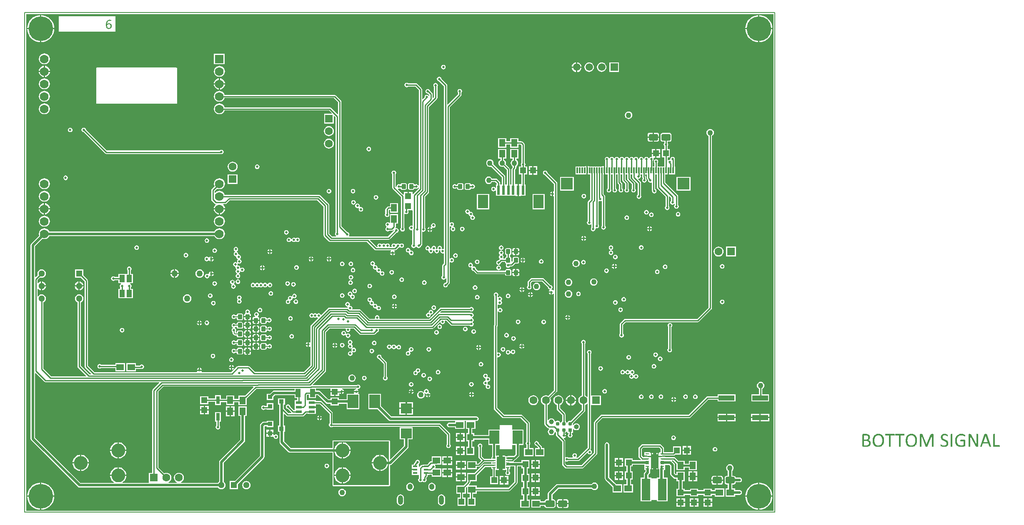
<source format=gbl>
G04*
G04 #@! TF.GenerationSoftware,Altium Limited,Altium Designer,19.0.15 (446)*
G04*
G04 Layer_Physical_Order=6*
G04 Layer_Color=16711680*
%FSLAX23Y23*%
%MOIN*%
G70*
G01*
G75*
%ADD10C,0.010*%
%ADD12C,0.005*%
%ADD15C,0.015*%
%ADD19R,0.047X0.050*%
%ADD23R,0.090X0.080*%
%ADD24R,0.050X0.060*%
%ADD27R,0.060X0.050*%
%ADD28R,0.071X0.177*%
%ADD29R,0.031X0.063*%
%ADD30R,0.050X0.047*%
%ADD37R,0.037X0.016*%
%ADD39R,0.050X0.022*%
G04:AMPARAMS|DCode=43|XSize=37mil|YSize=35mil|CornerRadius=4mil|HoleSize=0mil|Usage=FLASHONLY|Rotation=90.000|XOffset=0mil|YOffset=0mil|HoleType=Round|Shape=RoundedRectangle|*
%AMROUNDEDRECTD43*
21,1,0.037,0.027,0,0,90.0*
21,1,0.029,0.035,0,0,90.0*
1,1,0.008,0.014,0.014*
1,1,0.008,0.014,-0.014*
1,1,0.008,-0.014,-0.014*
1,1,0.008,-0.014,0.014*
%
%ADD43ROUNDEDRECTD43*%
%ADD46R,0.037X0.035*%
%ADD47R,0.037X0.035*%
%ADD117C,0.015*%
%ADD129C,0.008*%
%ADD130C,0.020*%
%ADD131C,0.006*%
%ADD134C,0.043*%
%ADD135C,0.110*%
%ADD136C,0.051*%
%ADD137R,0.051X0.051*%
%ADD138R,0.063X0.063*%
%ADD139C,0.063*%
%ADD140C,0.039*%
%ADD141O,0.039X0.039*%
%ADD142C,0.050*%
%ADD143O,0.039X0.075*%
%ADD144O,0.041X0.049*%
%ADD145R,0.059X0.059*%
%ADD146C,0.059*%
%ADD147R,0.063X0.063*%
%ADD148C,0.070*%
%ADD149R,0.070X0.070*%
%ADD150C,0.197*%
%ADD151C,0.020*%
G04:AMPARAMS|DCode=171|XSize=71mil|YSize=52mil|CornerRadius=6mil|HoleSize=0mil|Usage=FLASHONLY|Rotation=0.000|XOffset=0mil|YOffset=0mil|HoleType=Round|Shape=RoundedRectangle|*
%AMROUNDEDRECTD171*
21,1,0.071,0.039,0,0,0.0*
21,1,0.058,0.052,0,0,0.0*
1,1,0.013,0.029,-0.019*
1,1,0.013,-0.029,-0.019*
1,1,0.013,-0.029,0.019*
1,1,0.013,0.029,0.019*
%
%ADD171ROUNDEDRECTD171*%
%ADD172R,0.126X0.039*%
%ADD173R,0.043X0.059*%
%ADD174R,0.083X0.110*%
%ADD175R,0.024X0.075*%
%ADD176R,0.094X0.094*%
%ADD177R,0.012X0.047*%
%ADD178C,0.031*%
%ADD179R,0.031X0.031*%
%ADD180R,0.041X0.068*%
%ADD181R,0.085X0.108*%
%ADD182R,0.081X0.106*%
G04:AMPARAMS|DCode=183|XSize=24mil|YSize=9mil|CornerRadius=1mil|HoleSize=0mil|Usage=FLASHONLY|Rotation=180.000|XOffset=0mil|YOffset=0mil|HoleType=Round|Shape=RoundedRectangle|*
%AMROUNDEDRECTD183*
21,1,0.024,0.007,0,0,180.0*
21,1,0.021,0.009,0,0,180.0*
1,1,0.002,-0.011,0.004*
1,1,0.002,0.011,0.004*
1,1,0.002,0.011,-0.004*
1,1,0.002,-0.011,-0.004*
%
%ADD183ROUNDEDRECTD183*%
G04:AMPARAMS|DCode=184|XSize=65mil|YSize=94mil|CornerRadius=2mil|HoleSize=0mil|Usage=FLASHONLY|Rotation=180.000|XOffset=0mil|YOffset=0mil|HoleType=Round|Shape=RoundedRectangle|*
%AMROUNDEDRECTD184*
21,1,0.065,0.091,0,0,180.0*
21,1,0.062,0.094,0,0,180.0*
1,1,0.003,-0.031,0.046*
1,1,0.003,0.031,0.046*
1,1,0.003,0.031,-0.046*
1,1,0.003,-0.031,-0.046*
%
%ADD184ROUNDEDRECTD184*%
%ADD185R,0.031X0.009*%
%ADD186R,0.059X0.110*%
G36*
X5989Y11D02*
X11D01*
Y3989D01*
X5989D01*
Y11D01*
D02*
G37*
G36*
X7362Y627D02*
X7365Y627D01*
X7365D01*
X7365Y626D01*
X7366D01*
X7367Y626D01*
X7369Y626D01*
X7371Y625D01*
X7371D01*
X7372Y625D01*
X7372Y625D01*
X7373Y624D01*
X7375Y624D01*
X7377Y623D01*
X7377D01*
X7377Y623D01*
X7378Y622D01*
X7379Y621D01*
X7380Y621D01*
X7380Y621D01*
X7380Y621D01*
X7381Y620D01*
X7381Y620D01*
X7381Y619D01*
X7381Y619D01*
Y618D01*
X7381Y618D01*
Y617D01*
Y617D01*
X7382Y616D01*
Y615D01*
Y615D01*
Y614D01*
Y614D01*
Y613D01*
X7381Y612D01*
Y612D01*
X7381Y611D01*
X7381Y610D01*
Y610D01*
X7381Y610D01*
X7380Y609D01*
X7380D01*
X7379Y609D01*
X7379D01*
X7379Y609D01*
X7378Y609D01*
X7377Y610D01*
X7376Y610D01*
X7375Y611D01*
X7374Y611D01*
X7372Y612D01*
X7372D01*
X7372Y612D01*
X7371Y613D01*
X7370Y613D01*
X7368Y614D01*
X7366Y615D01*
X7366D01*
X7365Y615D01*
X7364Y615D01*
X7364Y615D01*
X7362Y616D01*
X7361Y616D01*
X7358Y616D01*
X7356D01*
X7355Y616D01*
X7353Y615D01*
X7350Y615D01*
X7350D01*
X7350Y615D01*
X7349Y614D01*
X7348Y614D01*
X7347Y613D01*
X7345Y612D01*
X7345Y611D01*
X7344Y610D01*
X7343Y609D01*
X7342Y607D01*
Y607D01*
X7342Y607D01*
X7342Y606D01*
Y606D01*
X7341Y604D01*
X7341Y602D01*
Y602D01*
Y601D01*
X7341Y600D01*
Y599D01*
X7342Y597D01*
X7343Y595D01*
X7343Y594D01*
X7343Y594D01*
X7344Y593D01*
X7344Y593D01*
X7346Y591D01*
X7348Y589D01*
X7348Y589D01*
X7349Y589D01*
X7350Y588D01*
X7350Y588D01*
X7352Y587D01*
X7353Y586D01*
X7356Y585D01*
X7356D01*
X7356Y584D01*
X7357Y584D01*
X7358Y584D01*
X7360Y583D01*
X7361Y582D01*
X7364Y581D01*
X7364D01*
X7365Y580D01*
X7366Y580D01*
X7367Y580D01*
X7368Y579D01*
X7370Y578D01*
X7373Y576D01*
X7373Y576D01*
X7373Y576D01*
X7374Y575D01*
X7375Y575D01*
X7378Y573D01*
X7380Y571D01*
X7380Y570D01*
X7381Y570D01*
X7381Y569D01*
X7382Y568D01*
X7383Y567D01*
X7384Y566D01*
X7385Y563D01*
X7386Y563D01*
X7386Y562D01*
X7386Y561D01*
X7387Y560D01*
X7387Y558D01*
X7387Y557D01*
X7387Y555D01*
Y552D01*
Y552D01*
Y551D01*
X7387Y550D01*
X7387Y548D01*
X7387Y546D01*
X7386Y544D01*
X7386Y542D01*
X7385Y540D01*
X7385Y540D01*
X7384Y539D01*
X7384Y538D01*
X7383Y536D01*
X7382Y535D01*
X7381Y533D01*
X7379Y532D01*
X7377Y530D01*
X7377Y530D01*
X7377Y530D01*
X7376Y529D01*
X7374Y528D01*
X7373Y527D01*
X7371Y526D01*
X7369Y525D01*
X7366Y524D01*
X7366D01*
X7365Y524D01*
X7364Y524D01*
X7362Y523D01*
X7360Y523D01*
X7358Y523D01*
X7355Y523D01*
X7351D01*
X7350Y523D01*
X7348D01*
X7346Y523D01*
X7343Y523D01*
X7343D01*
X7342Y524D01*
X7342Y524D01*
X7341Y524D01*
X7338Y525D01*
X7335Y525D01*
X7335D01*
X7335Y526D01*
X7334Y526D01*
X7333Y526D01*
X7332Y527D01*
X7330Y528D01*
X7330D01*
X7329Y528D01*
X7328Y529D01*
X7327Y530D01*
X7326Y530D01*
X7326Y531D01*
X7326Y531D01*
X7325Y532D01*
X7325Y533D01*
Y533D01*
X7325Y534D01*
X7325Y535D01*
Y537D01*
Y537D01*
Y538D01*
Y539D01*
Y540D01*
Y540D01*
X7325Y540D01*
X7325Y541D01*
X7325Y541D01*
Y542D01*
X7325Y542D01*
X7326Y542D01*
X7326D01*
X7326Y543D01*
X7327Y543D01*
X7327D01*
X7328Y543D01*
X7329Y542D01*
X7330Y541D01*
X7330D01*
X7331Y541D01*
X7332Y540D01*
X7333Y540D01*
X7335Y538D01*
X7336D01*
X7336Y538D01*
X7337Y538D01*
X7338Y537D01*
X7339Y537D01*
X7340Y537D01*
X7343Y535D01*
X7343D01*
X7344Y535D01*
X7345Y535D01*
X7346Y535D01*
X7348Y535D01*
X7349Y534D01*
X7351Y534D01*
X7355D01*
X7356Y534D01*
X7359Y535D01*
X7361Y535D01*
X7362D01*
X7362Y535D01*
X7363Y536D01*
X7364Y536D01*
X7366Y537D01*
X7368Y539D01*
X7368Y539D01*
X7368Y539D01*
X7369Y540D01*
X7370Y542D01*
X7372Y544D01*
Y544D01*
X7372Y544D01*
X7372Y545D01*
X7372Y546D01*
X7373Y547D01*
X7373Y548D01*
X7373Y551D01*
Y551D01*
Y552D01*
X7373Y553D01*
Y554D01*
X7372Y556D01*
X7372Y557D01*
X7371Y558D01*
Y559D01*
X7371Y559D01*
X7370Y560D01*
X7370Y560D01*
X7368Y562D01*
X7366Y564D01*
X7366Y564D01*
X7365Y564D01*
X7365Y565D01*
X7364Y565D01*
X7363Y566D01*
X7362Y566D01*
X7359Y568D01*
X7358Y568D01*
X7358Y568D01*
X7357Y569D01*
X7356Y569D01*
X7355Y570D01*
X7353Y570D01*
X7350Y572D01*
X7350Y572D01*
X7349Y572D01*
X7349Y573D01*
X7348Y573D01*
X7346Y574D01*
X7345Y575D01*
X7342Y576D01*
X7342Y576D01*
X7341Y577D01*
X7340Y577D01*
X7339Y578D01*
X7337Y580D01*
X7334Y582D01*
X7334Y582D01*
X7334Y583D01*
X7333Y583D01*
X7333Y584D01*
X7332Y585D01*
X7331Y587D01*
X7329Y590D01*
Y590D01*
X7329Y591D01*
X7329Y592D01*
X7328Y593D01*
X7328Y594D01*
X7328Y596D01*
X7327Y598D01*
X7327Y601D01*
Y601D01*
Y602D01*
X7327Y603D01*
X7328Y604D01*
X7328Y606D01*
X7328Y608D01*
X7329Y610D01*
X7330Y612D01*
X7330Y612D01*
X7330Y613D01*
X7330Y614D01*
X7331Y615D01*
X7332Y616D01*
X7333Y617D01*
X7336Y620D01*
X7336Y620D01*
X7337Y621D01*
X7338Y621D01*
X7339Y622D01*
X7340Y623D01*
X7342Y624D01*
X7344Y625D01*
X7346Y626D01*
X7346D01*
X7347Y626D01*
X7348Y626D01*
X7350Y626D01*
X7351Y627D01*
X7353Y627D01*
X7356Y627D01*
X7360D01*
X7362Y627D01*
D02*
G37*
G36*
X7495Y627D02*
X7497D01*
X7499Y627D01*
X7502Y626D01*
X7503D01*
X7503Y626D01*
X7504Y626D01*
X7506Y626D01*
X7507Y625D01*
X7508Y625D01*
X7512Y624D01*
X7512D01*
X7512Y623D01*
X7513Y623D01*
X7514Y623D01*
X7516Y622D01*
X7518Y621D01*
X7518D01*
X7519Y621D01*
X7520Y620D01*
X7521Y619D01*
X7522Y618D01*
X7522Y618D01*
X7522Y617D01*
X7523Y617D01*
X7523Y616D01*
X7524Y615D01*
X7524Y615D01*
X7524Y613D01*
Y612D01*
Y612D01*
Y611D01*
Y610D01*
X7524Y609D01*
Y609D01*
X7524Y609D01*
X7523Y607D01*
Y607D01*
X7523Y607D01*
X7522Y606D01*
X7522D01*
X7521Y606D01*
X7521D01*
X7521Y606D01*
X7520Y607D01*
X7518Y607D01*
X7518D01*
X7518Y608D01*
X7517Y608D01*
X7517Y608D01*
X7515Y609D01*
X7512Y611D01*
X7512D01*
X7512Y611D01*
X7511Y611D01*
X7510Y612D01*
X7508Y612D01*
X7507Y613D01*
X7505Y613D01*
X7503Y614D01*
X7503D01*
X7502Y614D01*
X7501Y615D01*
X7500Y615D01*
X7498Y615D01*
X7496Y615D01*
X7494Y616D01*
X7490D01*
X7488Y615D01*
X7486Y615D01*
X7484Y615D01*
X7481Y614D01*
X7479Y614D01*
X7476Y613D01*
X7476Y612D01*
X7475Y612D01*
X7474Y611D01*
X7472Y610D01*
X7470Y609D01*
X7469Y608D01*
X7467Y606D01*
X7465Y604D01*
X7465Y604D01*
X7464Y603D01*
X7463Y602D01*
X7462Y600D01*
X7461Y599D01*
X7460Y596D01*
X7459Y594D01*
X7458Y591D01*
X7457Y591D01*
X7457Y590D01*
X7457Y588D01*
X7456Y586D01*
X7456Y584D01*
X7456Y581D01*
X7455Y578D01*
X7455Y575D01*
Y575D01*
Y574D01*
Y574D01*
Y573D01*
X7455Y571D01*
X7456Y569D01*
X7456Y566D01*
X7456Y564D01*
X7457Y560D01*
X7458Y558D01*
X7458Y557D01*
X7458Y556D01*
X7459Y555D01*
X7460Y553D01*
X7461Y551D01*
X7462Y549D01*
X7464Y547D01*
X7465Y545D01*
X7465Y545D01*
X7466Y544D01*
X7467Y543D01*
X7469Y542D01*
X7470Y541D01*
X7472Y539D01*
X7474Y538D01*
X7477Y537D01*
X7477Y537D01*
X7478Y537D01*
X7479Y536D01*
X7481Y536D01*
X7483Y535D01*
X7486Y535D01*
X7489Y535D01*
X7491Y534D01*
X7493D01*
X7494Y535D01*
X7496D01*
X7497Y535D01*
X7501Y535D01*
X7501D01*
X7502Y536D01*
X7503Y536D01*
X7504Y536D01*
X7506Y537D01*
X7507Y537D01*
X7510Y539D01*
Y569D01*
X7486D01*
X7486Y569D01*
X7485Y569D01*
X7484Y570D01*
Y570D01*
X7484Y571D01*
X7484Y572D01*
X7484Y574D01*
Y574D01*
Y575D01*
Y576D01*
Y577D01*
Y577D01*
X7484Y577D01*
X7484Y578D01*
X7484Y578D01*
Y578D01*
X7485Y579D01*
X7485Y579D01*
X7485D01*
X7485Y580D01*
X7486Y580D01*
X7519D01*
X7520Y579D01*
X7521D01*
X7521Y579D01*
X7522Y578D01*
X7522Y578D01*
X7522Y578D01*
X7523Y577D01*
X7523Y577D01*
X7523Y576D01*
X7524Y576D01*
X7524Y575D01*
Y574D01*
Y535D01*
Y535D01*
Y534D01*
X7523Y533D01*
X7523Y532D01*
X7523Y531D01*
X7522Y531D01*
X7521Y530D01*
X7520Y529D01*
X7520D01*
X7520Y529D01*
X7519Y529D01*
X7518Y528D01*
X7516Y528D01*
X7514Y527D01*
X7514D01*
X7514Y526D01*
X7513Y526D01*
X7512Y526D01*
X7511Y525D01*
X7509Y525D01*
X7506Y524D01*
X7506D01*
X7506Y524D01*
X7505D01*
X7504Y524D01*
X7503Y524D01*
X7501Y523D01*
X7499Y523D01*
X7498D01*
X7497Y523D01*
X7496D01*
X7494Y523D01*
X7491Y523D01*
X7489D01*
X7488Y523D01*
X7487D01*
X7484Y523D01*
X7481Y523D01*
X7477Y524D01*
X7473Y525D01*
X7470Y526D01*
X7470D01*
X7469Y526D01*
X7468Y527D01*
X7467Y528D01*
X7464Y529D01*
X7462Y530D01*
X7459Y532D01*
X7457Y534D01*
X7454Y537D01*
X7454Y537D01*
X7453Y538D01*
X7452Y539D01*
X7450Y541D01*
X7449Y544D01*
X7447Y546D01*
X7446Y549D01*
X7444Y553D01*
Y553D01*
X7444Y553D01*
X7444Y554D01*
X7444Y554D01*
X7443Y556D01*
X7443Y559D01*
X7442Y562D01*
X7442Y566D01*
X7441Y570D01*
X7441Y574D01*
Y574D01*
Y574D01*
Y575D01*
Y576D01*
X7441Y577D01*
Y578D01*
X7442Y581D01*
X7442Y585D01*
X7442Y588D01*
X7443Y592D01*
X7445Y596D01*
Y596D01*
X7445Y596D01*
X7445Y597D01*
X7445Y597D01*
X7446Y599D01*
X7447Y602D01*
X7449Y604D01*
X7450Y607D01*
X7452Y610D01*
X7455Y613D01*
X7455Y613D01*
X7456Y614D01*
X7457Y615D01*
X7459Y617D01*
X7462Y618D01*
X7465Y620D01*
X7468Y622D01*
X7471Y623D01*
X7471D01*
X7471Y624D01*
X7472Y624D01*
X7473Y624D01*
X7474Y625D01*
X7477Y626D01*
X7480Y626D01*
X7483Y627D01*
X7487Y627D01*
X7491Y627D01*
X7494D01*
X7495Y627D01*
D02*
G37*
G36*
X7265Y626D02*
X7265Y626D01*
X7266D01*
X7266Y625D01*
X7267Y625D01*
X7267Y624D01*
X7267Y624D01*
X7268Y624D01*
X7268Y623D01*
X7268Y622D01*
X7269Y622D01*
X7269Y622D01*
X7269Y621D01*
Y620D01*
Y526D01*
Y525D01*
X7269Y525D01*
X7268Y525D01*
X7268Y524D01*
X7267Y524D01*
X7267D01*
X7267Y524D01*
X7266D01*
X7265Y524D01*
X7265D01*
X7264Y524D01*
X7263Y523D01*
X7261D01*
X7260Y524D01*
X7259Y524D01*
X7259D01*
X7258Y524D01*
X7257D01*
X7257Y524D01*
X7257D01*
X7256Y524D01*
X7256Y525D01*
Y525D01*
Y525D01*
X7256Y526D01*
Y615D01*
X7255D01*
X7219Y525D01*
X7219Y525D01*
X7219Y525D01*
X7218Y524D01*
X7218Y524D01*
X7217Y524D01*
X7217D01*
X7217Y524D01*
X7216D01*
X7215Y524D01*
X7215D01*
X7214Y523D01*
X7211D01*
X7210Y524D01*
X7210D01*
X7209Y524D01*
X7208Y524D01*
X7208D01*
X7207Y524D01*
X7207Y525D01*
Y525D01*
X7206Y525D01*
X7206Y525D01*
X7172Y615D01*
Y526D01*
Y525D01*
X7171Y525D01*
X7171Y525D01*
X7171Y524D01*
X7170Y524D01*
X7170D01*
X7170Y524D01*
X7169D01*
X7168Y524D01*
X7168D01*
X7167Y524D01*
X7166Y523D01*
X7164D01*
X7163Y524D01*
X7162Y524D01*
X7161D01*
X7161Y524D01*
X7160D01*
X7160Y524D01*
X7159D01*
X7159Y524D01*
X7158Y525D01*
Y525D01*
Y525D01*
X7158Y526D01*
Y620D01*
Y620D01*
Y620D01*
X7158Y621D01*
Y621D01*
X7159Y623D01*
X7160Y624D01*
X7160Y625D01*
X7161Y625D01*
X7162Y626D01*
X7164Y626D01*
X7174D01*
X7175Y626D01*
X7176Y625D01*
X7177D01*
X7177Y625D01*
X7178Y625D01*
X7179Y624D01*
X7180Y624D01*
X7180Y623D01*
X7181Y623D01*
X7182Y622D01*
X7182Y621D01*
X7182Y621D01*
X7183Y620D01*
X7183Y619D01*
X7184Y617D01*
X7213Y544D01*
X7214D01*
X7244Y617D01*
Y617D01*
X7244Y618D01*
X7244Y619D01*
X7245Y620D01*
X7246Y621D01*
X7246Y622D01*
X7247Y622D01*
X7247Y623D01*
X7248Y624D01*
X7248Y624D01*
X7249Y624D01*
X7250Y625D01*
X7251Y625D01*
X7251Y626D01*
X7252Y626D01*
X7253Y626D01*
X7264D01*
X7265Y626D01*
D02*
G37*
G36*
X7622Y626D02*
X7623D01*
X7623Y626D01*
X7624Y626D01*
X7625Y625D01*
X7625D01*
X7625Y625D01*
X7626Y624D01*
X7626Y624D01*
X7626Y623D01*
Y529D01*
Y529D01*
Y529D01*
X7626Y528D01*
X7626Y527D01*
X7625Y527D01*
X7625Y526D01*
X7624Y525D01*
X7624Y525D01*
X7624Y525D01*
X7623Y524D01*
X7622Y524D01*
X7622D01*
X7621Y524D01*
X7614D01*
X7613Y524D01*
X7612Y524D01*
X7612D01*
X7611Y525D01*
X7610Y525D01*
X7609Y526D01*
X7609Y526D01*
X7608Y526D01*
X7607Y527D01*
X7606Y529D01*
Y529D01*
X7606Y529D01*
X7605Y530D01*
X7604Y532D01*
X7603Y534D01*
X7572Y592D01*
X7572Y592D01*
X7571Y593D01*
X7571Y593D01*
X7570Y595D01*
X7570Y596D01*
X7569Y598D01*
X7567Y601D01*
X7567Y601D01*
X7567Y602D01*
X7566Y603D01*
X7565Y604D01*
X7565Y606D01*
X7564Y607D01*
X7562Y611D01*
X7562D01*
Y611D01*
Y610D01*
Y609D01*
X7562Y607D01*
Y605D01*
Y603D01*
Y599D01*
Y599D01*
Y598D01*
Y597D01*
X7563Y595D01*
Y594D01*
Y592D01*
Y587D01*
Y526D01*
Y525D01*
X7562Y525D01*
X7562Y525D01*
X7561Y524D01*
X7561Y524D01*
X7561D01*
X7560Y524D01*
X7560D01*
X7559Y524D01*
X7559D01*
X7558Y524D01*
X7557Y523D01*
X7555D01*
X7553Y524D01*
X7552Y524D01*
X7552D01*
X7552Y524D01*
X7551D01*
X7550Y524D01*
X7550D01*
X7550Y524D01*
X7549Y525D01*
Y525D01*
Y525D01*
X7549Y526D01*
Y620D01*
Y620D01*
Y621D01*
X7549Y622D01*
X7550Y623D01*
X7551Y624D01*
X7551Y625D01*
X7552Y625D01*
X7553Y626D01*
X7555Y626D01*
X7563D01*
X7564Y626D01*
X7565Y625D01*
X7565D01*
X7566Y625D01*
X7567Y625D01*
X7568Y624D01*
X7568Y624D01*
X7569Y623D01*
X7569Y623D01*
X7570Y621D01*
X7571Y621D01*
X7571Y620D01*
X7572Y619D01*
X7573Y617D01*
X7597Y573D01*
X7597Y573D01*
X7597Y572D01*
X7598Y571D01*
X7598Y570D01*
X7599Y569D01*
X7600Y568D01*
X7601Y565D01*
X7601Y564D01*
X7602Y564D01*
X7602Y563D01*
X7602Y562D01*
X7604Y560D01*
X7605Y557D01*
X7605Y557D01*
X7606Y556D01*
X7606Y556D01*
X7606Y555D01*
X7608Y552D01*
X7609Y550D01*
Y550D01*
X7609Y549D01*
X7610Y548D01*
X7610Y547D01*
X7611Y545D01*
X7613Y542D01*
X7613D01*
Y543D01*
Y543D01*
Y545D01*
Y546D01*
X7613Y548D01*
Y550D01*
Y553D01*
Y555D01*
Y556D01*
Y556D01*
Y558D01*
Y559D01*
Y561D01*
Y564D01*
Y568D01*
Y623D01*
Y624D01*
Y624D01*
X7613Y624D01*
Y625D01*
X7613Y625D01*
X7614Y625D01*
X7614D01*
X7614Y626D01*
X7615Y626D01*
X7616Y626D01*
X7616D01*
X7617Y626D01*
X7621D01*
X7622Y626D01*
D02*
G37*
G36*
X7755Y626D02*
X7756Y626D01*
X7756D01*
X7757Y626D01*
X7758Y626D01*
X7758Y626D01*
X7758D01*
X7759Y625D01*
X7759Y625D01*
X7759Y625D01*
X7760Y625D01*
X7760Y624D01*
Y536D01*
X7797D01*
X7798Y535D01*
X7798D01*
X7798Y535D01*
X7798Y534D01*
Y534D01*
X7799Y534D01*
X7799Y533D01*
X7799Y532D01*
Y532D01*
X7799Y532D01*
Y531D01*
Y530D01*
Y530D01*
Y529D01*
Y528D01*
X7799Y527D01*
Y527D01*
X7799Y527D01*
X7798Y525D01*
Y525D01*
X7798Y525D01*
X7798Y524D01*
X7797D01*
X7796Y524D01*
X7751D01*
X7750Y524D01*
X7749Y525D01*
X7748Y525D01*
X7748Y525D01*
X7747Y526D01*
X7747Y527D01*
X7746Y529D01*
Y624D01*
Y624D01*
Y624D01*
X7747Y625D01*
Y625D01*
X7747Y625D01*
X7748Y626D01*
X7748D01*
X7748Y626D01*
X7749Y626D01*
X7750Y626D01*
X7750D01*
X7751Y626D01*
X7752Y626D01*
X7754D01*
X7755Y626D01*
D02*
G37*
G36*
X6734Y626D02*
X6736Y626D01*
X6738Y625D01*
X6741Y625D01*
X6743Y624D01*
X6743D01*
X6744Y624D01*
X6745Y623D01*
X6747Y623D01*
X6750Y621D01*
X6751Y620D01*
X6753Y619D01*
X6753Y619D01*
X6754Y618D01*
X6754Y618D01*
X6755Y617D01*
X6756Y615D01*
X6757Y614D01*
X6758Y613D01*
X6759Y611D01*
X6759Y611D01*
X6759Y610D01*
X6760Y609D01*
X6760Y608D01*
X6760Y606D01*
X6760Y604D01*
X6761Y602D01*
Y600D01*
Y600D01*
Y599D01*
Y599D01*
X6761Y598D01*
X6760Y596D01*
X6760Y593D01*
Y593D01*
X6760Y593D01*
X6760Y592D01*
X6759Y591D01*
X6758Y589D01*
X6757Y587D01*
Y587D01*
X6757Y587D01*
X6756Y585D01*
X6755Y584D01*
X6753Y582D01*
X6753D01*
X6753Y582D01*
X6752Y581D01*
X6751Y581D01*
X6750Y580D01*
X6747Y578D01*
X6747D01*
X6748Y578D01*
X6749Y578D01*
X6750Y578D01*
X6752Y577D01*
X6755Y575D01*
X6755D01*
X6756Y575D01*
X6756Y575D01*
X6757Y574D01*
X6759Y572D01*
X6761Y570D01*
X6761Y570D01*
X6762Y570D01*
X6762Y569D01*
X6763Y568D01*
X6763Y567D01*
X6764Y566D01*
X6766Y562D01*
Y562D01*
X6766Y562D01*
X6766Y561D01*
X6767Y560D01*
X6767Y558D01*
X6767Y557D01*
X6767Y553D01*
Y553D01*
Y552D01*
Y551D01*
X6767Y550D01*
X6767Y549D01*
X6767Y547D01*
X6766Y544D01*
Y544D01*
X6766Y544D01*
X6765Y543D01*
X6765Y542D01*
X6764Y540D01*
X6762Y537D01*
X6762Y537D01*
X6762Y536D01*
X6762Y536D01*
X6761Y535D01*
X6759Y533D01*
X6757Y531D01*
X6757Y531D01*
X6757Y531D01*
X6756Y530D01*
X6755Y530D01*
X6754Y529D01*
X6753Y529D01*
X6750Y527D01*
X6750D01*
X6749Y527D01*
X6749Y527D01*
X6748Y526D01*
X6746Y526D01*
X6745Y525D01*
X6742Y525D01*
X6742D01*
X6741Y525D01*
X6740D01*
X6739Y524D01*
X6737Y524D01*
X6736D01*
X6734Y524D01*
X6705D01*
X6704Y524D01*
X6703Y525D01*
X6701Y525D01*
X6701Y525D01*
X6701Y526D01*
X6700Y527D01*
X6700Y529D01*
Y620D01*
Y620D01*
Y621D01*
X6700Y622D01*
X6701Y623D01*
X6701Y625D01*
X6702Y625D01*
X6703Y625D01*
X6704Y626D01*
X6705Y626D01*
X6732D01*
X6734Y626D01*
D02*
G37*
G36*
X7690Y626D02*
X7690D01*
X7691Y626D01*
X7692Y626D01*
X7693Y626D01*
X7693D01*
X7693Y626D01*
X7694Y625D01*
X7694Y625D01*
X7694D01*
X7695Y624D01*
X7695Y623D01*
X7729Y529D01*
X7730Y528D01*
X7730Y528D01*
X7730Y527D01*
Y526D01*
Y526D01*
Y525D01*
X7730Y525D01*
X7729Y524D01*
X7729D01*
X7729Y524D01*
X7728Y524D01*
X7727Y524D01*
X7726D01*
X7725Y523D01*
X7721D01*
X7720Y524D01*
X7719D01*
X7719Y524D01*
X7718D01*
X7717Y524D01*
X7717D01*
X7717Y524D01*
X7716Y525D01*
Y525D01*
X7716Y525D01*
X7716Y526D01*
X7707Y551D01*
X7664D01*
X7656Y526D01*
Y526D01*
X7656Y526D01*
X7655Y525D01*
X7655Y525D01*
X7654Y524D01*
X7654D01*
X7654Y524D01*
X7653D01*
X7652Y524D01*
X7651D01*
X7650Y523D01*
X7647D01*
X7646Y524D01*
X7645Y524D01*
X7645D01*
X7644Y524D01*
X7643Y524D01*
X7643Y524D01*
Y525D01*
X7643Y525D01*
X7643Y525D01*
X7642Y526D01*
Y526D01*
X7643Y527D01*
X7643Y527D01*
X7643Y529D01*
X7677Y623D01*
Y624D01*
X7677Y624D01*
X7678Y625D01*
X7678Y625D01*
X7678Y625D01*
X7679Y626D01*
X7680D01*
X7680Y626D01*
X7681Y626D01*
X7682Y626D01*
X7682D01*
X7683Y626D01*
X7689D01*
X7690Y626D01*
D02*
G37*
G36*
X7415D02*
X7417Y626D01*
X7417D01*
X7417Y626D01*
X7418Y626D01*
X7419Y626D01*
X7419D01*
X7419Y625D01*
X7420Y625D01*
X7420Y625D01*
X7420Y625D01*
X7420Y624D01*
Y526D01*
Y525D01*
X7420Y525D01*
X7420Y525D01*
X7419Y524D01*
X7419Y524D01*
X7418D01*
X7418Y524D01*
X7418D01*
X7417Y524D01*
X7416D01*
X7416Y524D01*
X7415Y523D01*
X7412D01*
X7411Y524D01*
X7410Y524D01*
X7410D01*
X7409Y524D01*
X7408Y524D01*
X7408D01*
X7408Y524D01*
X7407Y525D01*
Y525D01*
Y525D01*
X7407Y526D01*
Y624D01*
Y624D01*
Y624D01*
X7407Y625D01*
Y625D01*
X7407Y625D01*
X7408Y626D01*
X7408D01*
X7409Y626D01*
X7409Y626D01*
X7410Y626D01*
X7410D01*
X7411Y626D01*
X7412Y626D01*
X7415D01*
X7415Y626D01*
D02*
G37*
G36*
X7035Y626D02*
X7035D01*
X7035Y625D01*
X7036Y624D01*
Y624D01*
X7036Y624D01*
X7036Y623D01*
X7037Y623D01*
Y622D01*
X7037Y622D01*
Y621D01*
Y620D01*
Y620D01*
Y619D01*
Y618D01*
X7037Y617D01*
Y617D01*
X7036Y617D01*
X7036Y615D01*
X7036Y615D01*
X7035Y615D01*
X7035D01*
X7034Y614D01*
X7005D01*
Y526D01*
Y525D01*
X7005Y525D01*
X7005Y525D01*
X7004Y524D01*
X7004Y524D01*
X7004D01*
X7003Y524D01*
X7003D01*
X7002Y524D01*
X7002D01*
X7001Y524D01*
X7000Y523D01*
X6998D01*
X6996Y524D01*
X6995Y524D01*
X6995D01*
X6995Y524D01*
X6993Y524D01*
X6993D01*
X6993Y524D01*
X6992Y525D01*
Y525D01*
Y525D01*
X6992Y526D01*
Y614D01*
X6963D01*
X6962Y615D01*
X6962Y615D01*
X6961Y615D01*
Y616D01*
X6961Y616D01*
Y617D01*
X6961Y617D01*
Y617D01*
Y618D01*
X6961Y619D01*
Y620D01*
Y620D01*
Y621D01*
Y622D01*
X6961Y623D01*
Y623D01*
X6961Y623D01*
X6961Y624D01*
Y625D01*
X6961Y625D01*
X6962Y626D01*
X6962D01*
X6962Y626D01*
X6963Y626D01*
X7034D01*
X7035Y626D01*
D02*
G37*
G36*
X6957D02*
X6957D01*
X6957Y625D01*
X6957Y624D01*
Y624D01*
X6958Y624D01*
X6958Y623D01*
X6958Y623D01*
Y622D01*
X6958Y622D01*
Y621D01*
Y620D01*
Y620D01*
Y619D01*
Y618D01*
X6958Y617D01*
Y617D01*
X6958Y617D01*
X6957Y615D01*
X6957Y615D01*
X6957Y615D01*
X6956D01*
X6955Y614D01*
X6927D01*
Y526D01*
Y525D01*
X6926Y525D01*
X6926Y525D01*
X6926Y524D01*
X6925Y524D01*
X6925D01*
X6925Y524D01*
X6924D01*
X6923Y524D01*
X6923D01*
X6922Y524D01*
X6921Y523D01*
X6919D01*
X6918Y524D01*
X6917Y524D01*
X6917D01*
X6916Y524D01*
X6915Y524D01*
X6914D01*
X6914Y524D01*
X6914Y525D01*
Y525D01*
Y525D01*
X6913Y526D01*
Y614D01*
X6884D01*
X6883Y615D01*
X6883Y615D01*
X6883Y615D01*
Y616D01*
X6882Y616D01*
Y617D01*
X6882Y617D01*
Y617D01*
Y618D01*
X6882Y619D01*
Y620D01*
Y620D01*
Y621D01*
Y622D01*
X6882Y623D01*
Y623D01*
X6882Y623D01*
X6883Y624D01*
Y625D01*
X6883Y625D01*
X6883Y626D01*
X6884D01*
X6884Y626D01*
X6885Y626D01*
X6956D01*
X6957Y626D01*
D02*
G37*
G36*
X7096Y627D02*
X7099Y627D01*
X7102Y626D01*
X7105Y626D01*
X7109Y625D01*
X7112Y624D01*
X7112D01*
X7112Y624D01*
X7113Y623D01*
X7115Y622D01*
X7117Y621D01*
X7119Y620D01*
X7121Y618D01*
X7124Y616D01*
X7126Y614D01*
X7126Y613D01*
X7127Y613D01*
X7128Y611D01*
X7129Y609D01*
X7130Y607D01*
X7132Y604D01*
X7133Y601D01*
X7134Y598D01*
Y598D01*
X7134Y597D01*
Y597D01*
X7135Y596D01*
X7135Y595D01*
X7135Y594D01*
X7136Y592D01*
X7136Y588D01*
X7137Y585D01*
X7137Y580D01*
X7137Y576D01*
Y576D01*
Y575D01*
Y575D01*
Y574D01*
Y573D01*
X7137Y572D01*
X7137Y569D01*
X7136Y565D01*
X7136Y561D01*
X7135Y558D01*
X7134Y554D01*
Y554D01*
X7134Y553D01*
X7134Y553D01*
X7133Y552D01*
X7133Y550D01*
X7132Y548D01*
X7131Y545D01*
X7129Y542D01*
X7127Y540D01*
X7125Y537D01*
X7125Y537D01*
X7124Y536D01*
X7123Y535D01*
X7121Y533D01*
X7119Y531D01*
X7117Y529D01*
X7114Y528D01*
X7111Y526D01*
X7110D01*
X7110Y526D01*
X7110Y526D01*
X7109Y526D01*
X7107Y525D01*
X7105Y524D01*
X7102Y524D01*
X7098Y523D01*
X7094Y523D01*
X7090Y523D01*
X7088D01*
X7087Y523D01*
X7086D01*
X7084Y523D01*
X7080Y523D01*
X7077Y524D01*
X7074Y525D01*
X7070Y526D01*
X7070Y526D01*
X7069Y527D01*
X7067Y527D01*
X7065Y528D01*
X7063Y530D01*
X7061Y531D01*
X7059Y533D01*
X7057Y536D01*
X7056Y536D01*
X7056Y537D01*
X7055Y538D01*
X7053Y540D01*
X7052Y543D01*
X7051Y546D01*
X7049Y549D01*
X7048Y552D01*
Y552D01*
X7048Y552D01*
Y553D01*
X7048Y554D01*
X7048Y555D01*
X7048Y556D01*
X7047Y558D01*
X7047Y562D01*
X7046Y566D01*
X7046Y570D01*
X7046Y574D01*
Y574D01*
Y575D01*
Y575D01*
Y576D01*
Y577D01*
X7046Y579D01*
X7046Y582D01*
X7047Y585D01*
X7047Y589D01*
X7048Y592D01*
X7049Y596D01*
Y596D01*
X7049Y597D01*
X7049Y597D01*
X7049Y598D01*
X7050Y600D01*
X7051Y602D01*
X7052Y605D01*
X7053Y607D01*
X7055Y610D01*
X7057Y613D01*
X7058Y613D01*
X7058Y614D01*
X7060Y615D01*
X7061Y617D01*
X7063Y618D01*
X7066Y620D01*
X7069Y622D01*
X7072Y623D01*
X7072D01*
X7072Y624D01*
X7073Y624D01*
X7074Y624D01*
X7075Y625D01*
X7078Y626D01*
X7081Y626D01*
X7084Y627D01*
X7088Y627D01*
X7092Y627D01*
X7094D01*
X7096Y627D01*
D02*
G37*
G36*
X6832D02*
X6835Y627D01*
X6838Y626D01*
X6842Y626D01*
X6845Y625D01*
X6848Y624D01*
X6848D01*
X6848Y624D01*
X6850Y623D01*
X6851Y622D01*
X6853Y621D01*
X6855Y620D01*
X6858Y618D01*
X6860Y616D01*
X6862Y614D01*
X6862Y613D01*
X6863Y613D01*
X6864Y611D01*
X6865Y609D01*
X6867Y607D01*
X6868Y604D01*
X6869Y601D01*
X6870Y598D01*
Y598D01*
X6871Y597D01*
Y597D01*
X6871Y596D01*
X6871Y595D01*
X6871Y594D01*
X6872Y592D01*
X6872Y588D01*
X6873Y585D01*
X6873Y580D01*
X6873Y576D01*
Y576D01*
Y575D01*
Y575D01*
Y574D01*
Y573D01*
X6873Y572D01*
X6873Y569D01*
X6872Y565D01*
X6872Y561D01*
X6871Y558D01*
X6870Y554D01*
Y554D01*
X6870Y553D01*
X6870Y553D01*
X6870Y552D01*
X6869Y550D01*
X6868Y548D01*
X6867Y545D01*
X6865Y542D01*
X6863Y540D01*
X6861Y537D01*
X6861Y537D01*
X6860Y536D01*
X6859Y535D01*
X6857Y533D01*
X6855Y531D01*
X6853Y529D01*
X6850Y528D01*
X6847Y526D01*
X6847D01*
X6846Y526D01*
X6846Y526D01*
X6845Y526D01*
X6843Y525D01*
X6841Y524D01*
X6838Y524D01*
X6835Y523D01*
X6831Y523D01*
X6826Y523D01*
X6824D01*
X6824Y523D01*
X6822D01*
X6820Y523D01*
X6817Y523D01*
X6813Y524D01*
X6810Y525D01*
X6807Y526D01*
X6806Y526D01*
X6805Y527D01*
X6804Y527D01*
X6802Y528D01*
X6799Y530D01*
X6797Y531D01*
X6795Y533D01*
X6793Y536D01*
X6793Y536D01*
X6792Y537D01*
X6791Y538D01*
X6790Y540D01*
X6788Y543D01*
X6787Y546D01*
X6786Y549D01*
X6785Y552D01*
Y552D01*
X6784Y552D01*
Y553D01*
X6784Y554D01*
X6784Y555D01*
X6784Y556D01*
X6783Y558D01*
X6783Y562D01*
X6782Y566D01*
X6782Y570D01*
X6782Y574D01*
Y574D01*
Y575D01*
Y575D01*
Y576D01*
Y577D01*
X6782Y579D01*
X6782Y582D01*
X6783Y585D01*
X6783Y589D01*
X6784Y592D01*
X6785Y596D01*
Y596D01*
X6785Y597D01*
X6785Y597D01*
X6785Y598D01*
X6786Y600D01*
X6787Y602D01*
X6788Y605D01*
X6790Y607D01*
X6791Y610D01*
X6793Y613D01*
X6794Y613D01*
X6795Y614D01*
X6796Y615D01*
X6797Y617D01*
X6800Y618D01*
X6802Y620D01*
X6805Y622D01*
X6808Y623D01*
X6808D01*
X6808Y624D01*
X6809Y624D01*
X6810Y624D01*
X6812Y625D01*
X6814Y626D01*
X6817Y626D01*
X6820Y627D01*
X6824Y627D01*
X6828Y627D01*
X6830D01*
X6832Y627D01*
D02*
G37*
%LPC*%
G36*
X5877Y3980D02*
Y3877D01*
X5980D01*
X5979Y3889D01*
X5975Y3906D01*
X5969Y3921D01*
X5960Y3936D01*
X5949Y3949D01*
X5936Y3960D01*
X5921Y3969D01*
X5906Y3975D01*
X5889Y3979D01*
X5877Y3980D01*
D02*
G37*
G36*
X5867D02*
X5855Y3979D01*
X5838Y3975D01*
X5823Y3969D01*
X5808Y3960D01*
X5795Y3949D01*
X5784Y3936D01*
X5775Y3921D01*
X5769Y3906D01*
X5765Y3889D01*
X5764Y3877D01*
X5867D01*
Y3980D01*
D02*
G37*
G36*
X133D02*
Y3877D01*
X236D01*
X235Y3889D01*
X231Y3906D01*
X225Y3921D01*
X216Y3936D01*
X205Y3949D01*
X192Y3960D01*
X177Y3969D01*
X162Y3975D01*
X145Y3979D01*
X133Y3980D01*
D02*
G37*
G36*
X123D02*
X111Y3979D01*
X94Y3975D01*
X79Y3969D01*
X64Y3960D01*
X51Y3949D01*
X40Y3936D01*
X31Y3921D01*
X25Y3906D01*
X21Y3889D01*
X20Y3877D01*
X123D01*
Y3980D01*
D02*
G37*
G36*
X725Y3971D02*
X274D01*
Y3846D01*
X725D01*
Y3971D01*
D02*
G37*
G36*
X5980Y3867D02*
X5877D01*
Y3764D01*
X5889Y3765D01*
X5906Y3769D01*
X5921Y3775D01*
X5936Y3784D01*
X5949Y3795D01*
X5960Y3808D01*
X5969Y3823D01*
X5975Y3838D01*
X5979Y3855D01*
X5980Y3867D01*
D02*
G37*
G36*
X5867D02*
X5764D01*
X5765Y3855D01*
X5769Y3838D01*
X5775Y3823D01*
X5784Y3808D01*
X5795Y3795D01*
X5808Y3784D01*
X5823Y3775D01*
X5838Y3769D01*
X5855Y3765D01*
X5867Y3764D01*
Y3867D01*
D02*
G37*
G36*
X236D02*
X133D01*
Y3764D01*
X145Y3765D01*
X162Y3769D01*
X177Y3775D01*
X192Y3784D01*
X205Y3795D01*
X216Y3808D01*
X225Y3823D01*
X231Y3838D01*
X235Y3855D01*
X236Y3867D01*
D02*
G37*
G36*
X123D02*
X20D01*
X21Y3855D01*
X25Y3838D01*
X31Y3823D01*
X40Y3808D01*
X51Y3795D01*
X64Y3784D01*
X79Y3775D01*
X94Y3769D01*
X111Y3765D01*
X123Y3764D01*
Y3867D01*
D02*
G37*
G36*
X1600Y3672D02*
X1514D01*
Y3586D01*
X1600D01*
Y3672D01*
D02*
G37*
G36*
X157Y3673D02*
X146Y3671D01*
X136Y3667D01*
X127Y3660D01*
X120Y3651D01*
X116Y3640D01*
X114Y3629D01*
X116Y3618D01*
X120Y3608D01*
X127Y3599D01*
X136Y3592D01*
X146Y3587D01*
X157Y3586D01*
X169Y3587D01*
X179Y3592D01*
X188Y3599D01*
X195Y3608D01*
X199Y3618D01*
X201Y3629D01*
X199Y3640D01*
X195Y3651D01*
X188Y3660D01*
X179Y3667D01*
X169Y3671D01*
X157Y3673D01*
D02*
G37*
G36*
X4420Y3602D02*
Y3568D01*
X4454D01*
X4453Y3573D01*
X4449Y3583D01*
X4443Y3591D01*
X4435Y3598D01*
X4425Y3602D01*
X4420Y3602D01*
D02*
G37*
G36*
X4410Y3602D02*
X4404Y3602D01*
X4395Y3598D01*
X4386Y3591D01*
X4380Y3583D01*
X4376Y3573D01*
X4375Y3568D01*
X4410D01*
Y3602D01*
D02*
G37*
G36*
X3348Y3581D02*
X3341Y3580D01*
X3335Y3576D01*
X3331Y3570D01*
X3329Y3563D01*
X3331Y3556D01*
X3335Y3550D01*
X3341Y3546D01*
X3348Y3544D01*
X3355Y3546D01*
X3361Y3550D01*
X3365Y3556D01*
X3366Y3563D01*
X3365Y3570D01*
X3361Y3576D01*
X3355Y3580D01*
X3348Y3581D01*
D02*
G37*
G36*
X162Y3574D02*
Y3534D01*
X202D01*
X201Y3541D01*
X197Y3552D01*
X190Y3561D01*
X180Y3569D01*
X169Y3573D01*
X162Y3574D01*
D02*
G37*
G36*
X152D02*
X146Y3573D01*
X135Y3569D01*
X125Y3561D01*
X118Y3552D01*
X114Y3541D01*
X113Y3534D01*
X152D01*
Y3574D01*
D02*
G37*
G36*
X4752Y3601D02*
X4677D01*
Y3525D01*
X4752D01*
Y3601D01*
D02*
G37*
G36*
X4615Y3601D02*
X4605Y3600D01*
X4596Y3596D01*
X4588Y3590D01*
X4582Y3582D01*
X4578Y3573D01*
X4577Y3563D01*
X4578Y3553D01*
X4582Y3544D01*
X4588Y3536D01*
X4596Y3530D01*
X4605Y3526D01*
X4615Y3525D01*
X4624Y3526D01*
X4633Y3530D01*
X4641Y3536D01*
X4647Y3544D01*
X4651Y3553D01*
X4652Y3563D01*
X4651Y3573D01*
X4647Y3582D01*
X4641Y3590D01*
X4633Y3596D01*
X4624Y3600D01*
X4615Y3601D01*
D02*
G37*
G36*
X4515D02*
X4505Y3600D01*
X4496Y3596D01*
X4488Y3590D01*
X4482Y3582D01*
X4478Y3573D01*
X4477Y3563D01*
X4478Y3553D01*
X4482Y3544D01*
X4488Y3536D01*
X4496Y3530D01*
X4505Y3526D01*
X4515Y3525D01*
X4524Y3526D01*
X4533Y3530D01*
X4541Y3536D01*
X4547Y3544D01*
X4551Y3553D01*
X4552Y3563D01*
X4551Y3573D01*
X4547Y3582D01*
X4541Y3590D01*
X4533Y3596D01*
X4524Y3600D01*
X4515Y3601D01*
D02*
G37*
G36*
X4410Y3558D02*
X4375D01*
X4376Y3553D01*
X4380Y3543D01*
X4386Y3535D01*
X4395Y3528D01*
X4404Y3524D01*
X4410Y3524D01*
Y3558D01*
D02*
G37*
G36*
X4454D02*
X4420D01*
Y3524D01*
X4425Y3524D01*
X4435Y3528D01*
X4443Y3535D01*
X4449Y3543D01*
X4453Y3553D01*
X4454Y3558D01*
D02*
G37*
G36*
X1557Y3573D02*
X1546Y3571D01*
X1536Y3567D01*
X1527Y3560D01*
X1520Y3551D01*
X1516Y3540D01*
X1514Y3529D01*
X1516Y3518D01*
X1520Y3508D01*
X1527Y3499D01*
X1536Y3492D01*
X1546Y3487D01*
X1557Y3486D01*
X1569Y3487D01*
X1579Y3492D01*
X1588Y3499D01*
X1595Y3508D01*
X1599Y3518D01*
X1601Y3529D01*
X1599Y3540D01*
X1595Y3551D01*
X1588Y3560D01*
X1579Y3567D01*
X1569Y3571D01*
X1557Y3573D01*
D02*
G37*
G36*
X202Y3524D02*
X162D01*
Y3484D01*
X169Y3485D01*
X180Y3490D01*
X190Y3497D01*
X197Y3507D01*
X201Y3517D01*
X202Y3524D01*
D02*
G37*
G36*
X152D02*
X113D01*
X114Y3517D01*
X118Y3507D01*
X125Y3497D01*
X135Y3490D01*
X146Y3485D01*
X152Y3484D01*
Y3524D01*
D02*
G37*
G36*
X1562Y3474D02*
Y3434D01*
X1602D01*
X1601Y3441D01*
X1597Y3452D01*
X1590Y3461D01*
X1580Y3469D01*
X1569Y3473D01*
X1562Y3474D01*
D02*
G37*
G36*
X1552D02*
X1546Y3473D01*
X1535Y3469D01*
X1525Y3461D01*
X1518Y3452D01*
X1514Y3441D01*
X1513Y3434D01*
X1552D01*
Y3474D01*
D02*
G37*
G36*
X157Y3473D02*
X146Y3471D01*
X136Y3467D01*
X127Y3460D01*
X120Y3451D01*
X116Y3440D01*
X114Y3429D01*
X116Y3418D01*
X120Y3408D01*
X127Y3399D01*
X136Y3392D01*
X146Y3387D01*
X157Y3386D01*
X169Y3387D01*
X179Y3392D01*
X188Y3399D01*
X195Y3408D01*
X199Y3418D01*
X201Y3429D01*
X199Y3440D01*
X195Y3451D01*
X188Y3460D01*
X179Y3467D01*
X169Y3471D01*
X157Y3473D01*
D02*
G37*
G36*
X1602Y3424D02*
X1562D01*
Y3384D01*
X1569Y3385D01*
X1580Y3390D01*
X1590Y3397D01*
X1597Y3407D01*
X1601Y3417D01*
X1602Y3424D01*
D02*
G37*
G36*
X1552D02*
X1513D01*
X1514Y3417D01*
X1518Y3407D01*
X1525Y3397D01*
X1535Y3390D01*
X1546Y3385D01*
X1552Y3384D01*
Y3424D01*
D02*
G37*
G36*
X157Y3373D02*
X146Y3371D01*
X136Y3367D01*
X127Y3360D01*
X120Y3351D01*
X116Y3340D01*
X114Y3329D01*
X116Y3318D01*
X120Y3308D01*
X127Y3299D01*
X136Y3292D01*
X146Y3287D01*
X157Y3286D01*
X169Y3287D01*
X179Y3292D01*
X188Y3299D01*
X195Y3308D01*
X199Y3318D01*
X201Y3329D01*
X199Y3340D01*
X195Y3351D01*
X188Y3360D01*
X179Y3367D01*
X169Y3371D01*
X157Y3373D01*
D02*
G37*
G36*
X1211Y3561D02*
X580D01*
X577Y3561D01*
X575Y3559D01*
X573Y3556D01*
X572Y3553D01*
Y3278D01*
X573Y3275D01*
X575Y3272D01*
X577Y3270D01*
X580Y3270D01*
X1211D01*
X1214Y3270D01*
X1216Y3272D01*
X1218Y3275D01*
X1219Y3278D01*
Y3553D01*
X1218Y3556D01*
X1216Y3559D01*
X1214Y3561D01*
X1211Y3561D01*
D02*
G37*
G36*
X1557Y3373D02*
X1546Y3371D01*
X1536Y3367D01*
X1527Y3360D01*
X1520Y3351D01*
X1516Y3340D01*
X1514Y3329D01*
X1516Y3318D01*
X1520Y3308D01*
X1527Y3299D01*
X1536Y3292D01*
X1546Y3287D01*
X1557Y3286D01*
X1569Y3287D01*
X1579Y3292D01*
X1588Y3299D01*
X1595Y3308D01*
X1599Y3316D01*
X2472D01*
X2506Y3282D01*
Y3188D01*
X2502Y3186D01*
X2449Y3239D01*
X2445Y3241D01*
X2440Y3242D01*
X1599D01*
X1595Y3251D01*
X1588Y3260D01*
X1579Y3267D01*
X1569Y3271D01*
X1557Y3273D01*
X1546Y3271D01*
X1536Y3267D01*
X1527Y3260D01*
X1520Y3251D01*
X1516Y3240D01*
X1514Y3229D01*
X1516Y3218D01*
X1520Y3208D01*
X1527Y3199D01*
X1536Y3192D01*
X1546Y3187D01*
X1557Y3186D01*
X1569Y3187D01*
X1579Y3192D01*
X1588Y3199D01*
X1595Y3208D01*
X1599Y3216D01*
X2435D01*
X2455Y3195D01*
X2453Y3191D01*
X2395D01*
Y3112D01*
X2473D01*
Y3171D01*
X2478Y3172D01*
X2487Y3164D01*
Y2242D01*
X2483Y2236D01*
X2482Y2229D01*
X2483Y2222D01*
X2487Y2216D01*
X2491Y2213D01*
X2490Y2208D01*
X2456D01*
X2435Y2230D01*
Y2461D01*
X2434Y2466D01*
X2431Y2470D01*
X2362Y2539D01*
X2358Y2541D01*
X2353Y2542D01*
X1599D01*
X1595Y2551D01*
X1588Y2560D01*
X1579Y2567D01*
X1569Y2571D01*
X1557Y2573D01*
X1546Y2571D01*
X1536Y2567D01*
X1527Y2560D01*
X1524Y2556D01*
X1519Y2558D01*
Y2572D01*
X1538Y2591D01*
X1546Y2587D01*
X1557Y2586D01*
X1569Y2587D01*
X1579Y2592D01*
X1588Y2599D01*
X1595Y2608D01*
X1599Y2618D01*
X1601Y2629D01*
X1599Y2640D01*
X1595Y2651D01*
X1588Y2660D01*
X1579Y2667D01*
X1569Y2671D01*
X1557Y2673D01*
X1546Y2671D01*
X1536Y2667D01*
X1527Y2660D01*
X1520Y2651D01*
X1516Y2640D01*
X1514Y2629D01*
X1516Y2618D01*
X1519Y2610D01*
X1497Y2587D01*
X1494Y2583D01*
X1493Y2578D01*
Y2504D01*
X1494Y2499D01*
X1497Y2495D01*
X1520Y2471D01*
X1524Y2468D01*
X1526Y2468D01*
X1527Y2462D01*
X1525Y2461D01*
X1518Y2452D01*
X1514Y2441D01*
X1513Y2434D01*
X1557D01*
X1602D01*
X1601Y2441D01*
X1597Y2452D01*
X1590Y2461D01*
X1588Y2462D01*
X1590Y2467D01*
X1604D01*
X1609Y2468D01*
X1614Y2471D01*
X1641Y2498D01*
X2340D01*
X2390Y2448D01*
Y2217D01*
X2391Y2212D01*
X2394Y2208D01*
X2434Y2168D01*
X2438Y2165D01*
X2443Y2164D01*
X2737D01*
X2800Y2101D01*
X2804Y2098D01*
X2809Y2097D01*
X2928D01*
X2929Y2092D01*
X2928Y2091D01*
X2924Y2085D01*
X2924Y2082D01*
X2962D01*
X2962Y2085D01*
X2957Y2091D01*
X2957Y2092D01*
X2958Y2097D01*
X2962D01*
X2967Y2098D01*
X2971Y2101D01*
X2985Y2115D01*
X2992Y2116D01*
X2998Y2120D01*
X2998Y2120D01*
X3004Y2120D01*
X3009Y2117D01*
X3016Y2116D01*
X3023Y2117D01*
X3029Y2121D01*
X3033Y2127D01*
X3034Y2134D01*
X3033Y2141D01*
X3029Y2147D01*
X3023Y2151D01*
X3016Y2152D01*
X3009Y2151D01*
X3003Y2147D01*
X3003Y2146D01*
X2997Y2146D01*
X2992Y2150D01*
X2985Y2151D01*
X2978Y2150D01*
X2972Y2146D01*
X2972Y2146D01*
X2967D01*
X2966Y2147D01*
X2960Y2151D01*
X2953Y2152D01*
X2946Y2151D01*
X2940Y2147D01*
X2936Y2141D01*
X2934Y2134D01*
X2936Y2128D01*
X2933Y2123D01*
X2922D01*
X2919Y2128D01*
X2920Y2134D01*
X2919Y2141D01*
X2915Y2147D01*
X2909Y2151D01*
X2902Y2152D01*
X2895Y2151D01*
X2889Y2147D01*
X2887Y2146D01*
X2883D01*
X2878Y2150D01*
X2871Y2151D01*
X2863Y2150D01*
X2858Y2146D01*
X2856Y2146D01*
X2852D01*
X2852Y2147D01*
X2846Y2151D01*
X2839Y2152D01*
X2832Y2151D01*
X2826Y2147D01*
X2822Y2141D01*
X2820Y2134D01*
X2821Y2129D01*
X2818Y2124D01*
X2814Y2124D01*
X2761Y2177D01*
X2763Y2182D01*
X2911D01*
X2916Y2183D01*
X2921Y2186D01*
X2973Y2238D01*
X2979Y2239D01*
X2985Y2243D01*
X2989Y2249D01*
X2991Y2256D01*
X2989Y2263D01*
X2985Y2269D01*
X2979Y2273D01*
X2972Y2274D01*
X2968Y2274D01*
X2965Y2278D01*
X2966Y2280D01*
X2968Y2285D01*
Y2310D01*
X2987D01*
Y2386D01*
X2921D01*
Y2318D01*
X2918Y2317D01*
X2916Y2316D01*
X2911Y2320D01*
X2904Y2322D01*
X2897Y2320D01*
X2891Y2316D01*
X2887Y2310D01*
X2885Y2303D01*
X2887Y2296D01*
X2891Y2290D01*
X2893Y2288D01*
Y2282D01*
X2891Y2281D01*
X2887Y2275D01*
X2885Y2268D01*
X2887Y2261D01*
X2891Y2255D01*
X2897Y2251D01*
X2904Y2249D01*
X2911Y2251D01*
X2916Y2254D01*
X2937D01*
X2942Y2255D01*
X2946Y2258D01*
X2948Y2261D01*
X2953Y2259D01*
X2953Y2256D01*
X2906Y2208D01*
X2595D01*
X2593Y2213D01*
X2596Y2217D01*
X2597Y2224D01*
X2596Y2231D01*
X2592Y2237D01*
X2586Y2241D01*
X2579Y2243D01*
X2533Y2289D01*
Y3287D01*
X2532Y3292D01*
X2529Y3297D01*
X2487Y3339D01*
X2483Y3341D01*
X2478Y3342D01*
X1599D01*
X1595Y3351D01*
X1588Y3360D01*
X1579Y3367D01*
X1569Y3371D01*
X1557Y3373D01*
D02*
G37*
G36*
X157Y3273D02*
X146Y3271D01*
X136Y3267D01*
X127Y3260D01*
X120Y3251D01*
X116Y3240D01*
X114Y3229D01*
X116Y3218D01*
X120Y3208D01*
X127Y3199D01*
X136Y3192D01*
X146Y3187D01*
X157Y3186D01*
X169Y3187D01*
X179Y3192D01*
X188Y3199D01*
X195Y3208D01*
X199Y3218D01*
X201Y3229D01*
X199Y3240D01*
X195Y3251D01*
X188Y3260D01*
X179Y3267D01*
X169Y3271D01*
X157Y3273D01*
D02*
G37*
G36*
X4830Y3209D02*
X4822Y3208D01*
X4815Y3205D01*
X4809Y3200D01*
X4804Y3194D01*
X4801Y3187D01*
X4800Y3179D01*
X4801Y3171D01*
X4804Y3164D01*
X4809Y3158D01*
X4815Y3153D01*
X4822Y3150D01*
X4830Y3149D01*
X4838Y3150D01*
X4845Y3153D01*
X4851Y3158D01*
X4856Y3164D01*
X4859Y3171D01*
X4860Y3179D01*
X4859Y3187D01*
X4856Y3194D01*
X4851Y3200D01*
X4845Y3205D01*
X4838Y3208D01*
X4830Y3209D01*
D02*
G37*
G36*
X364Y3079D02*
X357Y3078D01*
X351Y3074D01*
X347Y3068D01*
X346Y3061D01*
X347Y3054D01*
X351Y3048D01*
X357Y3044D01*
X364Y3043D01*
X371Y3044D01*
X377Y3048D01*
X381Y3054D01*
X383Y3061D01*
X381Y3068D01*
X377Y3074D01*
X371Y3078D01*
X364Y3079D01*
D02*
G37*
G36*
X2434Y3091D02*
X2424Y3090D01*
X2414Y3086D01*
X2406Y3079D01*
X2399Y3071D01*
X2396Y3061D01*
X2394Y3051D01*
X2396Y3041D01*
X2399Y3031D01*
X2406Y3023D01*
X2414Y3017D01*
X2424Y3013D01*
X2434Y3011D01*
X2444Y3013D01*
X2454Y3017D01*
X2462Y3023D01*
X2468Y3031D01*
X2472Y3041D01*
X2474Y3051D01*
X2472Y3061D01*
X2468Y3071D01*
X2462Y3079D01*
X2454Y3086D01*
X2444Y3090D01*
X2434Y3091D01*
D02*
G37*
G36*
X5057Y3038D02*
X5033D01*
Y3007D01*
X5074D01*
Y3021D01*
X5072Y3028D01*
X5069Y3033D01*
X5063Y3037D01*
X5057Y3038D01*
D02*
G37*
G36*
X5023D02*
X4998D01*
X4992Y3037D01*
X4987Y3033D01*
X4983Y3028D01*
X4982Y3021D01*
Y3007D01*
X5023D01*
Y3038D01*
D02*
G37*
G36*
X3950Y2995D02*
X3884D01*
Y2970D01*
X3852D01*
Y2995D01*
X3786D01*
Y2919D01*
X3852D01*
Y2944D01*
X3884D01*
Y2919D01*
X3950D01*
Y2944D01*
X3967D01*
X3973Y2937D01*
Y2798D01*
X3970Y2792D01*
X3968Y2785D01*
X3970Y2778D01*
X3973Y2774D01*
X3971Y2769D01*
X3954D01*
Y2703D01*
X3973D01*
Y2628D01*
X3969Y2626D01*
X3969Y2626D01*
Y2626D01*
X3969Y2626D01*
X3952D01*
Y2579D01*
Y2531D01*
X3969D01*
Y2533D01*
X4006D01*
Y2624D01*
X3999D01*
Y2703D01*
X4018D01*
Y2769D01*
X4002D01*
X4000Y2774D01*
X4003Y2778D01*
X4005Y2785D01*
X4003Y2792D01*
X4000Y2798D01*
Y2943D01*
X3999Y2948D01*
X3996Y2952D01*
X3982Y2967D01*
X3977Y2969D01*
X3972Y2970D01*
X3950D01*
Y2995D01*
D02*
G37*
G36*
X5074Y2997D02*
X5033D01*
Y2966D01*
X5057D01*
X5063Y2967D01*
X5069Y2971D01*
X5072Y2976D01*
X5074Y2982D01*
Y2997D01*
D02*
G37*
G36*
X5023D02*
X4982D01*
Y2982D01*
X4983Y2976D01*
X4987Y2971D01*
X4992Y2967D01*
X4998Y2966D01*
X5023D01*
Y2997D01*
D02*
G37*
G36*
X2434Y2991D02*
X2424Y2990D01*
X2414Y2986D01*
X2406Y2979D01*
X2399Y2971D01*
X2396Y2961D01*
X2394Y2951D01*
X2396Y2941D01*
X2399Y2931D01*
X2406Y2923D01*
X2414Y2917D01*
X2424Y2913D01*
X2434Y2911D01*
X2444Y2913D01*
X2454Y2917D01*
X2462Y2923D01*
X2468Y2931D01*
X2472Y2941D01*
X2474Y2951D01*
X2472Y2961D01*
X2468Y2971D01*
X2462Y2979D01*
X2454Y2986D01*
X2444Y2990D01*
X2434Y2991D01*
D02*
G37*
G36*
X2752Y2926D02*
X2745Y2924D01*
X2739Y2920D01*
X2735Y2915D01*
X2734Y2907D01*
X2735Y2900D01*
X2739Y2895D01*
X2745Y2891D01*
X2752Y2889D01*
X2759Y2891D01*
X2765Y2895D01*
X2769Y2900D01*
X2770Y2907D01*
X2769Y2915D01*
X2765Y2920D01*
X2759Y2924D01*
X2752Y2926D01*
D02*
G37*
G36*
X5083Y2909D02*
X5054D01*
Y2879D01*
X5083D01*
Y2909D01*
D02*
G37*
G36*
X5044D02*
X5015D01*
Y2879D01*
X5044D01*
Y2909D01*
D02*
G37*
G36*
X472Y3079D02*
X465Y3078D01*
X459Y3074D01*
X455Y3068D01*
X454Y3061D01*
X455Y3054D01*
X459Y3048D01*
X465Y3044D01*
X472Y3043D01*
X642Y2873D01*
X646Y2870D01*
X651Y2869D01*
X1563D01*
X1566Y2867D01*
X1573Y2866D01*
X1580Y2867D01*
X1586Y2871D01*
X1590Y2877D01*
X1592Y2884D01*
X1590Y2891D01*
X1586Y2897D01*
X1580Y2901D01*
X1573Y2902D01*
X1566Y2901D01*
X1560Y2897D01*
X1559Y2896D01*
X657D01*
X491Y3062D01*
X489Y3068D01*
X485Y3074D01*
X479Y3078D01*
X472Y3079D01*
D02*
G37*
G36*
X5083Y2869D02*
X5054D01*
Y2839D01*
X5083D01*
Y2869D01*
D02*
G37*
G36*
X5159Y3036D02*
X5101D01*
X5095Y3035D01*
X5090Y3032D01*
X5087Y3027D01*
X5086Y3021D01*
Y2982D01*
X5087Y2977D01*
X5090Y2972D01*
X5095Y2969D01*
X5101Y2968D01*
X5117D01*
Y2961D01*
X5117Y2961D01*
Y2957D01*
X5115Y2956D01*
X5111Y2950D01*
X5110Y2943D01*
X5111Y2936D01*
X5115Y2930D01*
Y2907D01*
X5097D01*
Y2841D01*
X5115D01*
Y2768D01*
X5062D01*
Y2795D01*
X5066Y2800D01*
X5067Y2807D01*
X5066Y2814D01*
X5062Y2820D01*
X5056Y2824D01*
X5049Y2825D01*
X5042Y2824D01*
X5036Y2820D01*
X5032Y2814D01*
X5031Y2807D01*
X5032Y2800D01*
X5036Y2794D01*
X5036Y2794D01*
Y2768D01*
X5024D01*
Y2813D01*
X5025Y2814D01*
X5029Y2820D01*
X5030Y2827D01*
X5029Y2834D01*
X5028Y2835D01*
X5031Y2839D01*
X5044D01*
Y2869D01*
X5015D01*
Y2848D01*
X5012Y2845D01*
X5005Y2844D01*
X4999Y2840D01*
X4995Y2834D01*
X4995Y2833D01*
X4990D01*
X4989Y2834D01*
X4985Y2840D01*
X4979Y2844D01*
X4972Y2845D01*
X4965Y2844D01*
X4959Y2840D01*
X4955Y2834D01*
X4954Y2828D01*
X4949D01*
X4949Y2830D01*
X4948Y2834D01*
X4944Y2840D01*
X4938Y2844D01*
X4931Y2845D01*
X4924Y2844D01*
X4918Y2840D01*
X4914Y2834D01*
X4913Y2828D01*
X4908D01*
X4907Y2830D01*
X4907Y2834D01*
X4903Y2840D01*
X4897Y2844D01*
X4890Y2845D01*
X4883Y2844D01*
X4877Y2840D01*
X4875Y2837D01*
X4869D01*
X4867Y2840D01*
X4861Y2844D01*
X4854Y2845D01*
X4847Y2844D01*
X4841Y2840D01*
X4837Y2834D01*
X4837Y2833D01*
X4832D01*
X4832Y2834D01*
X4828Y2840D01*
X4822Y2844D01*
X4815Y2845D01*
X4808Y2844D01*
X4802Y2840D01*
X4798Y2834D01*
X4798Y2833D01*
X4793D01*
X4793Y2834D01*
X4789Y2840D01*
X4783Y2844D01*
X4776Y2845D01*
X4769Y2844D01*
X4763Y2840D01*
X4759Y2834D01*
X4758Y2833D01*
X4753D01*
X4753Y2834D01*
X4749Y2840D01*
X4743Y2844D01*
X4736Y2845D01*
X4729Y2844D01*
X4723Y2840D01*
X4719Y2834D01*
X4719Y2833D01*
X4714D01*
X4714Y2834D01*
X4710Y2840D01*
X4704Y2844D01*
X4697Y2845D01*
X4690Y2844D01*
X4684Y2840D01*
X4680Y2834D01*
X4680Y2833D01*
X4675D01*
X4674Y2834D01*
X4670Y2840D01*
X4665Y2844D01*
X4657Y2845D01*
X4650Y2844D01*
X4645Y2840D01*
X4641Y2834D01*
X4639Y2827D01*
X4641Y2820D01*
X4642Y2817D01*
Y2770D01*
X4641D01*
Y2736D01*
Y2703D01*
X4652D01*
Y2705D01*
X4662D01*
Y2593D01*
X4660Y2592D01*
X4656Y2586D01*
X4655Y2579D01*
X4656Y2572D01*
X4660Y2566D01*
X4666Y2562D01*
X4673Y2560D01*
X4680Y2562D01*
X4686Y2566D01*
X4690Y2572D01*
X4692Y2579D01*
X4690Y2586D01*
X4688Y2588D01*
Y2705D01*
X4701D01*
Y2584D01*
X4702Y2579D01*
X4702Y2579D01*
X4704Y2572D01*
X4707Y2566D01*
X4713Y2562D01*
X4720Y2560D01*
X4727Y2562D01*
X4733Y2566D01*
X4737Y2572D01*
X4739Y2579D01*
X4737Y2586D01*
X4733Y2592D01*
X4728Y2595D01*
Y2705D01*
X4741D01*
Y2640D01*
X4742Y2635D01*
X4745Y2630D01*
X4753Y2622D01*
Y2589D01*
X4751Y2586D01*
X4749Y2579D01*
X4751Y2572D01*
X4755Y2566D01*
X4761Y2562D01*
X4768Y2560D01*
X4775Y2562D01*
X4781Y2566D01*
X4785Y2572D01*
X4786Y2579D01*
X4785Y2586D01*
X4781Y2592D01*
X4779Y2593D01*
Y2628D01*
X4778Y2633D01*
X4775Y2637D01*
X4767Y2645D01*
Y2705D01*
X4780D01*
Y2658D01*
X4781Y2653D01*
X4784Y2649D01*
X4802Y2631D01*
Y2591D01*
X4798Y2586D01*
X4797Y2579D01*
X4798Y2572D01*
X4802Y2566D01*
X4808Y2562D01*
X4815Y2560D01*
X4822Y2562D01*
X4828Y2566D01*
X4832Y2572D01*
X4833Y2579D01*
X4832Y2586D01*
X4828Y2591D01*
Y2637D01*
X4827Y2642D01*
X4824Y2646D01*
X4807Y2664D01*
Y2705D01*
X4819D01*
Y2670D01*
X4820Y2665D01*
X4823Y2661D01*
X4857Y2627D01*
Y2591D01*
X4853Y2586D01*
X4852Y2579D01*
X4853Y2572D01*
X4857Y2566D01*
X4863Y2562D01*
X4870Y2560D01*
X4877Y2562D01*
X4883Y2566D01*
X4887Y2572D01*
X4888Y2579D01*
X4887Y2586D01*
X4883Y2591D01*
Y2633D01*
X4882Y2638D01*
X4879Y2642D01*
X4846Y2675D01*
Y2705D01*
X4859D01*
Y2681D01*
X4860Y2676D01*
X4863Y2672D01*
X4903Y2631D01*
Y2543D01*
X4900Y2541D01*
X4896Y2535D01*
X4895Y2528D01*
X4896Y2521D01*
X4900Y2515D01*
X4906Y2511D01*
X4913Y2509D01*
X4920Y2511D01*
X4926Y2515D01*
X4930Y2521D01*
X4932Y2528D01*
X4930Y2535D01*
X4930Y2535D01*
Y2637D01*
X4929Y2642D01*
X4926Y2646D01*
X4906Y2666D01*
X4909Y2671D01*
X4909Y2671D01*
X4916Y2672D01*
X4922Y2676D01*
X4926Y2682D01*
X4928Y2689D01*
X4926Y2696D01*
X4925Y2699D01*
Y2705D01*
X4938D01*
Y2687D01*
X4939Y2682D01*
X4941Y2678D01*
X4943Y2676D01*
Y2670D01*
X4940Y2665D01*
X4938Y2657D01*
X4940Y2650D01*
X4944Y2645D01*
X4950Y2641D01*
X4957Y2639D01*
X4964Y2641D01*
X4970Y2645D01*
X4974Y2650D01*
X4975Y2657D01*
X4974Y2665D01*
X4970Y2670D01*
Y2681D01*
X4969Y2686D01*
X4966Y2690D01*
X4964Y2692D01*
Y2705D01*
X4977D01*
Y2674D01*
X4978Y2669D01*
X4981Y2665D01*
X4986Y2660D01*
X4986Y2658D01*
X4987Y2651D01*
X4991Y2645D01*
X4997Y2641D01*
X5004Y2639D01*
X5011Y2641D01*
X5012Y2641D01*
X5016Y2639D01*
Y2579D01*
X5017Y2574D01*
X5018Y2573D01*
X5017Y2570D01*
X5018Y2563D01*
X5022Y2557D01*
X5028Y2553D01*
X5035Y2552D01*
X5042Y2553D01*
X5048Y2557D01*
X5052Y2563D01*
X5054Y2570D01*
X5052Y2577D01*
X5048Y2583D01*
X5043Y2587D01*
Y2705D01*
X5056D01*
Y2600D01*
X5057Y2595D01*
X5060Y2591D01*
X5125Y2526D01*
Y2450D01*
X5121Y2444D01*
X5119Y2437D01*
X5121Y2430D01*
X5125Y2424D01*
X5131Y2420D01*
X5138Y2419D01*
X5145Y2420D01*
X5151Y2424D01*
X5155Y2430D01*
X5156Y2437D01*
X5155Y2444D01*
X5151Y2450D01*
Y2528D01*
X5156Y2530D01*
X5168Y2518D01*
Y2493D01*
X5164Y2487D01*
X5163Y2480D01*
X5164Y2473D01*
X5168Y2467D01*
X5174Y2463D01*
X5181Y2462D01*
X5188Y2463D01*
X5194Y2467D01*
X5194Y2468D01*
X5199Y2466D01*
Y2461D01*
X5196Y2456D01*
X5194Y2449D01*
X5196Y2442D01*
X5200Y2436D01*
X5206Y2432D01*
X5213Y2430D01*
X5220Y2432D01*
X5226Y2436D01*
X5230Y2442D01*
X5231Y2449D01*
X5230Y2456D01*
X5226Y2461D01*
Y2530D01*
X5225Y2535D01*
X5222Y2540D01*
X5122Y2640D01*
Y2705D01*
X5132D01*
Y2703D01*
X5143D01*
Y2736D01*
X5153D01*
Y2703D01*
X5164D01*
Y2705D01*
X5201D01*
Y2768D01*
X5200D01*
Y2819D01*
X5199Y2824D01*
X5200Y2827D01*
X5199Y2834D01*
X5195Y2840D01*
X5189Y2844D01*
X5182Y2845D01*
X5175Y2844D01*
X5169Y2840D01*
X5165Y2834D01*
X5163Y2827D01*
X5164Y2825D01*
X5160Y2822D01*
X5158Y2822D01*
X5151Y2820D01*
X5146Y2817D01*
X5143Y2818D01*
X5141Y2819D01*
Y2841D01*
X5160D01*
Y2907D01*
X5141D01*
Y2930D01*
X5145Y2936D01*
X5146Y2943D01*
X5145Y2950D01*
X5143Y2953D01*
Y2961D01*
X5143Y2961D01*
Y2968D01*
X5159D01*
X5165Y2969D01*
X5170Y2972D01*
X5173Y2977D01*
X5174Y2982D01*
Y3021D01*
X5173Y3027D01*
X5170Y3032D01*
X5165Y3035D01*
X5159Y3036D01*
D02*
G37*
G36*
X4631Y2770D02*
X4620D01*
Y2768D01*
X4514D01*
Y2770D01*
X4503D01*
Y2736D01*
Y2703D01*
X4514D01*
Y2705D01*
X4524D01*
Y2507D01*
X4505Y2488D01*
X4502Y2483D01*
X4501Y2478D01*
Y2331D01*
X4498Y2326D01*
X4496Y2319D01*
X4498Y2312D01*
X4502Y2306D01*
X4508Y2302D01*
X4515Y2301D01*
X4522Y2302D01*
X4528Y2306D01*
X4529Y2308D01*
X4534Y2307D01*
Y2280D01*
X4530Y2275D01*
X4529Y2268D01*
X4530Y2261D01*
X4534Y2255D01*
X4540Y2251D01*
X4547Y2249D01*
X4554Y2251D01*
X4560Y2255D01*
X4564Y2261D01*
X4566Y2268D01*
X4565Y2271D01*
X4566Y2272D01*
X4569Y2275D01*
X4575Y2273D01*
X4582Y2275D01*
X4588Y2279D01*
X4592Y2285D01*
X4593Y2292D01*
X4592Y2299D01*
X4589Y2303D01*
Y2489D01*
X4594Y2492D01*
X4595Y2491D01*
X4602Y2490D01*
X4609Y2491D01*
X4612Y2492D01*
X4617Y2490D01*
Y2293D01*
X4613Y2288D01*
X4612Y2281D01*
X4613Y2274D01*
X4617Y2268D01*
X4623Y2264D01*
X4630Y2262D01*
X4637Y2264D01*
X4643Y2268D01*
X4647Y2274D01*
X4648Y2281D01*
X4647Y2288D01*
X4643Y2293D01*
Y2530D01*
X4642Y2535D01*
X4639Y2539D01*
X4629Y2549D01*
Y2703D01*
X4631D01*
Y2736D01*
Y2770D01*
D02*
G37*
G36*
X1860Y2784D02*
X1853Y2783D01*
X1847Y2779D01*
X1843Y2773D01*
X1842Y2766D01*
X1843Y2759D01*
X1847Y2753D01*
X1853Y2749D01*
X1860Y2747D01*
X1867Y2749D01*
X1873Y2753D01*
X1877Y2759D01*
X1879Y2766D01*
X1877Y2773D01*
X1873Y2779D01*
X1867Y2783D01*
X1860Y2784D01*
D02*
G37*
G36*
X4099Y2771D02*
X4070D01*
Y2741D01*
X4099D01*
Y2771D01*
D02*
G37*
G36*
X4060D02*
X4032D01*
Y2741D01*
X4060D01*
Y2771D01*
D02*
G37*
G36*
X1663Y2806D02*
X1653Y2804D01*
X1643Y2800D01*
X1635Y2794D01*
X1629Y2786D01*
X1625Y2776D01*
X1624Y2766D01*
X1625Y2756D01*
X1629Y2746D01*
X1635Y2738D01*
X1643Y2731D01*
X1653Y2727D01*
X1663Y2726D01*
X1674Y2727D01*
X1683Y2731D01*
X1692Y2738D01*
X1698Y2746D01*
X1702Y2756D01*
X1703Y2766D01*
X1702Y2776D01*
X1698Y2786D01*
X1692Y2794D01*
X1683Y2800D01*
X1674Y2804D01*
X1663Y2806D01*
D02*
G37*
G36*
X4493Y2770D02*
X4482D01*
Y2768D01*
X4405D01*
Y2705D01*
X4482D01*
Y2703D01*
X4493D01*
Y2736D01*
Y2770D01*
D02*
G37*
G36*
X4099Y2731D02*
X4070D01*
Y2701D01*
X4099D01*
Y2731D01*
D02*
G37*
G36*
X4060D02*
X4032D01*
Y2701D01*
X4060D01*
Y2731D01*
D02*
G37*
G36*
X327Y2696D02*
X320Y2694D01*
X315Y2690D01*
X311Y2684D01*
X309Y2677D01*
X311Y2670D01*
X315Y2664D01*
X320Y2660D01*
X327Y2659D01*
X335Y2660D01*
X340Y2664D01*
X344Y2670D01*
X346Y2677D01*
X344Y2684D01*
X340Y2690D01*
X335Y2694D01*
X327Y2696D01*
D02*
G37*
G36*
X1703Y2705D02*
X1624D01*
Y2626D01*
X1703D01*
Y2705D01*
D02*
G37*
G36*
X3950Y2908D02*
X3884D01*
Y2832D01*
X3904D01*
Y2822D01*
X3902Y2821D01*
X3896Y2816D01*
X3891Y2810D01*
X3888Y2803D01*
X3887Y2795D01*
X3888Y2788D01*
X3891Y2780D01*
X3896Y2774D01*
X3902Y2769D01*
X3904Y2769D01*
Y2761D01*
X3898Y2755D01*
X3895Y2751D01*
X3894Y2746D01*
Y2624D01*
X3881D01*
Y2746D01*
X3880Y2751D01*
X3877Y2755D01*
X3847Y2786D01*
X3848Y2788D01*
X3849Y2795D01*
X3848Y2803D01*
X3845Y2810D01*
X3840Y2816D01*
X3834Y2821D01*
X3832Y2822D01*
Y2832D01*
X3852D01*
Y2908D01*
X3786D01*
Y2832D01*
X3806D01*
Y2822D01*
X3804Y2821D01*
X3798Y2816D01*
X3793Y2810D01*
X3790Y2803D01*
X3789Y2795D01*
X3790Y2788D01*
X3793Y2780D01*
X3798Y2774D01*
X3804Y2769D01*
X3811Y2766D01*
X3819Y2765D01*
X3827Y2766D01*
X3828Y2767D01*
X3855Y2741D01*
Y2624D01*
X3842D01*
Y2687D01*
X3841Y2692D01*
X3838Y2696D01*
X3749Y2786D01*
X3749Y2788D01*
X3750Y2795D01*
X3749Y2803D01*
X3746Y2810D01*
X3742Y2816D01*
X3735Y2821D01*
X3728Y2824D01*
X3720Y2825D01*
X3713Y2824D01*
X3706Y2821D01*
X3699Y2816D01*
X3695Y2810D01*
X3692Y2803D01*
X3691Y2795D01*
X3692Y2788D01*
X3695Y2780D01*
X3699Y2774D01*
X3706Y2769D01*
X3713Y2766D01*
X3720Y2765D01*
X3728Y2766D01*
X3730Y2767D01*
X3815Y2682D01*
Y2624D01*
X3803D01*
Y2638D01*
X3802Y2643D01*
X3799Y2647D01*
X3779Y2667D01*
X3775Y2670D01*
X3770Y2671D01*
X3737D01*
X3737Y2672D01*
X3732Y2679D01*
X3726Y2683D01*
X3718Y2686D01*
X3711Y2687D01*
X3703Y2686D01*
X3696Y2683D01*
X3689Y2679D01*
X3685Y2672D01*
X3682Y2665D01*
X3681Y2657D01*
X3682Y2650D01*
X3685Y2643D01*
X3689Y2636D01*
X3696Y2632D01*
X3703Y2629D01*
X3711Y2628D01*
X3718Y2629D01*
X3726Y2632D01*
X3732Y2636D01*
X3737Y2643D01*
X3737Y2644D01*
X3764D01*
X3776Y2632D01*
Y2624D01*
X3770D01*
Y2599D01*
X3765Y2597D01*
X3763Y2600D01*
X3757Y2604D01*
X3750Y2605D01*
X3743Y2604D01*
X3737Y2600D01*
X3733Y2594D01*
X3732Y2587D01*
X3733Y2580D01*
X3737Y2574D01*
X3743Y2570D01*
X3750Y2568D01*
X3757Y2570D01*
X3763Y2574D01*
X3765Y2576D01*
X3770Y2574D01*
Y2533D01*
X3925D01*
Y2531D01*
X3942D01*
Y2579D01*
Y2626D01*
X3925D01*
X3925Y2626D01*
Y2626D01*
X3925Y2626D01*
X3921Y2628D01*
Y2741D01*
X3927Y2747D01*
X3930Y2751D01*
X3931Y2756D01*
Y2769D01*
X3932Y2769D01*
X3938Y2774D01*
X3943Y2780D01*
X3946Y2788D01*
X3947Y2795D01*
X3946Y2803D01*
X3943Y2810D01*
X3938Y2816D01*
X3932Y2821D01*
X3931Y2822D01*
Y2832D01*
X3950D01*
Y2908D01*
D02*
G37*
G36*
X3497Y2635D02*
X3470D01*
X3465Y2634D01*
X3461Y2631D01*
X3459Y2627D01*
X3458Y2623D01*
Y2622D01*
X3452D01*
X3447Y2625D01*
X3440Y2627D01*
X3433Y2625D01*
X3427Y2621D01*
X3423Y2615D01*
X3422Y2608D01*
X3423Y2601D01*
X3427Y2595D01*
X3433Y2591D01*
X3440Y2590D01*
X3447Y2591D01*
X3452Y2595D01*
X3458D01*
Y2594D01*
X3459Y2589D01*
X3461Y2585D01*
X3465Y2583D01*
X3470Y2582D01*
X3497D01*
X3502Y2583D01*
X3506Y2585D01*
X3508Y2589D01*
X3509Y2594D01*
Y2623D01*
X3508Y2627D01*
X3506Y2631D01*
X3502Y2634D01*
X3497Y2635D01*
D02*
G37*
G36*
X3055Y3439D02*
X3048Y3438D01*
X3042Y3434D01*
X3038Y3428D01*
X3037Y3421D01*
X3038Y3414D01*
X3042Y3408D01*
X3048Y3404D01*
X3055Y3402D01*
X3062Y3404D01*
X3068Y3407D01*
X3124D01*
X3152Y3380D01*
Y2619D01*
X3147Y2617D01*
X3144Y2621D01*
X3138Y2625D01*
X3131Y2627D01*
X3124Y2625D01*
X3122Y2624D01*
X3116Y2626D01*
X3116Y2628D01*
X3114Y2632D01*
X3110Y2634D01*
X3105Y2635D01*
X3078D01*
X3073Y2634D01*
X3069Y2632D01*
X3067Y2628D01*
X3066Y2623D01*
Y2594D01*
X3067Y2589D01*
X3069Y2586D01*
X3073Y2583D01*
X3078Y2582D01*
X3105D01*
X3110Y2583D01*
X3114Y2586D01*
X3116Y2589D01*
X3116Y2590D01*
X3122Y2593D01*
X3124Y2591D01*
X3131Y2590D01*
X3138Y2591D01*
X3144Y2595D01*
X3147Y2599D01*
X3152Y2598D01*
Y2592D01*
X3107Y2548D01*
X3107Y2547D01*
X3102Y2549D01*
Y2563D01*
X3072D01*
Y2530D01*
X3062D01*
Y2563D01*
X3032D01*
Y2545D01*
X3027Y2543D01*
X2985Y2585D01*
X2985Y2586D01*
X2991Y2590D01*
X2992Y2590D01*
X2999Y2591D01*
X3000Y2592D01*
X3006Y2590D01*
X3006Y2589D01*
X3008Y2586D01*
X3012Y2583D01*
X3017Y2582D01*
X3044D01*
X3049Y2583D01*
X3053Y2586D01*
X3056Y2589D01*
X3056Y2594D01*
Y2623D01*
X3056Y2628D01*
X3053Y2632D01*
X3049Y2634D01*
X3044Y2635D01*
X3017D01*
X3012Y2634D01*
X3008Y2632D01*
X3006Y2628D01*
X3006Y2627D01*
X3000Y2625D01*
X2999Y2625D01*
X2992Y2627D01*
X2985Y2625D01*
X2979Y2621D01*
X2975Y2615D01*
X2974Y2608D01*
X2974Y2607D01*
X2970Y2601D01*
X2970Y2601D01*
X2966Y2605D01*
Y2704D01*
X2970Y2710D01*
X2971Y2717D01*
X2970Y2724D01*
X2966Y2730D01*
X2960Y2733D01*
X2953Y2735D01*
X2946Y2733D01*
X2940Y2730D01*
X2936Y2724D01*
X2934Y2717D01*
X2936Y2710D01*
X2940Y2704D01*
Y2598D01*
X2941Y2593D01*
X2943Y2589D01*
X3008Y2524D01*
Y2278D01*
X3005Y2273D01*
X3003Y2266D01*
X3005Y2259D01*
X3009Y2253D01*
X3015Y2249D01*
X3022Y2247D01*
X3029Y2249D01*
X3035Y2253D01*
X3039Y2259D01*
X3040Y2266D01*
X3039Y2273D01*
X3035Y2278D01*
Y2388D01*
X3040Y2390D01*
X3044Y2388D01*
X3051Y2386D01*
X3058Y2388D01*
X3064Y2392D01*
X3068Y2398D01*
X3069Y2405D01*
X3068Y2412D01*
X3066Y2414D01*
X3069Y2419D01*
X3099D01*
X3100Y2419D01*
X3104Y2415D01*
Y2295D01*
X3099Y2293D01*
X3099Y2293D01*
X3092Y2294D01*
X3085Y2293D01*
X3079Y2289D01*
X3075Y2283D01*
X3073Y2276D01*
X3075Y2269D01*
X3079Y2263D01*
X3085Y2259D01*
X3092Y2257D01*
X3094Y2258D01*
X3098Y2255D01*
Y2145D01*
X3094Y2140D01*
X3093Y2133D01*
X3094Y2126D01*
X3098Y2120D01*
X3104Y2116D01*
X3111Y2114D01*
X3118Y2116D01*
X3124Y2120D01*
X3128Y2126D01*
X3129Y2127D01*
X3134D01*
X3134Y2126D01*
X3138Y2120D01*
X3144Y2116D01*
X3151Y2114D01*
X3158Y2116D01*
X3164Y2120D01*
X3168Y2126D01*
X3169Y2132D01*
X3175Y2138D01*
X3178Y2142D01*
X3179Y2147D01*
Y2243D01*
X3184Y2246D01*
X3189Y2245D01*
X3196Y2247D01*
X3202Y2251D01*
X3206Y2257D01*
X3207Y2264D01*
X3206Y2271D01*
X3202Y2276D01*
Y2529D01*
X3228Y2555D01*
X3231Y2559D01*
X3232Y2564D01*
Y3244D01*
X3297Y3309D01*
X3300Y3313D01*
X3301Y3318D01*
Y3405D01*
X3304Y3410D01*
X3306Y3417D01*
X3304Y3424D01*
X3300Y3430D01*
X3294Y3434D01*
X3287Y3436D01*
X3280Y3434D01*
X3274Y3430D01*
X3270Y3424D01*
X3269Y3417D01*
X3270Y3410D01*
X3274Y3405D01*
Y3324D01*
X3267Y3317D01*
X3262Y3319D01*
Y3346D01*
X3262Y3346D01*
X3261Y3352D01*
X3259Y3356D01*
X3242Y3372D01*
X3241Y3377D01*
X3237Y3383D01*
X3231Y3387D01*
X3224Y3388D01*
X3217Y3387D01*
X3211Y3383D01*
X3207Y3377D01*
X3206Y3370D01*
X3207Y3363D01*
X3211Y3357D01*
X3217Y3353D01*
X3224Y3352D01*
X3225Y3352D01*
X3236Y3341D01*
Y3335D01*
X3231Y3334D01*
X3230Y3336D01*
X3224Y3340D01*
X3217Y3341D01*
X3210Y3340D01*
X3204Y3336D01*
X3200Y3330D01*
X3198Y3323D01*
X3183Y3308D01*
X3178Y3310D01*
Y3385D01*
X3177Y3390D01*
X3174Y3395D01*
X3139Y3430D01*
X3134Y3433D01*
X3129Y3434D01*
X3068D01*
X3062Y3438D01*
X3055Y3439D01*
D02*
G37*
G36*
X3558Y2635D02*
X3530D01*
X3526Y2634D01*
X3522Y2631D01*
X3519Y2627D01*
X3518Y2623D01*
Y2594D01*
X3519Y2589D01*
X3522Y2585D01*
X3526Y2583D01*
X3530Y2582D01*
X3558D01*
X3562Y2583D01*
X3566Y2585D01*
X3569Y2589D01*
X3569Y2590D01*
X3575Y2592D01*
X3576Y2591D01*
X3583Y2590D01*
X3590Y2591D01*
X3596Y2595D01*
X3600Y2601D01*
X3601Y2608D01*
X3600Y2615D01*
X3596Y2621D01*
X3590Y2625D01*
X3583Y2627D01*
X3576Y2625D01*
X3575Y2625D01*
X3569Y2627D01*
X3569Y2627D01*
X3566Y2631D01*
X3562Y2634D01*
X3558Y2635D01*
D02*
G37*
G36*
X157Y2673D02*
X146Y2671D01*
X136Y2667D01*
X127Y2660D01*
X120Y2651D01*
X116Y2640D01*
X114Y2629D01*
X116Y2618D01*
X120Y2608D01*
X127Y2599D01*
X136Y2592D01*
X146Y2587D01*
X157Y2586D01*
X169Y2587D01*
X179Y2592D01*
X188Y2599D01*
X195Y2608D01*
X199Y2618D01*
X201Y2629D01*
X199Y2640D01*
X195Y2651D01*
X188Y2660D01*
X179Y2667D01*
X169Y2671D01*
X157Y2673D01*
D02*
G37*
G36*
X5325Y2685D02*
X5214D01*
Y2575D01*
X5325D01*
Y2685D01*
D02*
G37*
G36*
X4392D02*
X4281D01*
Y2575D01*
X4392D01*
Y2685D01*
D02*
G37*
G36*
X4217Y2569D02*
X4215Y2568D01*
X4208Y2564D01*
X4204Y2557D01*
X4203Y2554D01*
X4217D01*
Y2569D01*
D02*
G37*
G36*
X2626Y2589D02*
X2619Y2587D01*
X2613Y2583D01*
X2609Y2577D01*
X2608Y2570D01*
X2609Y2563D01*
X2613Y2557D01*
X2619Y2553D01*
X2626Y2552D01*
X2633Y2553D01*
X2639Y2557D01*
X2643Y2563D01*
X2644Y2570D01*
X2643Y2577D01*
X2639Y2583D01*
X2633Y2587D01*
X2626Y2589D01*
D02*
G37*
G36*
X2434D02*
X2427Y2587D01*
X2421Y2583D01*
X2417Y2577D01*
X2416Y2570D01*
X2417Y2563D01*
X2421Y2557D01*
X2427Y2553D01*
X2434Y2552D01*
X2441Y2553D01*
X2447Y2557D01*
X2451Y2563D01*
X2452Y2570D01*
X2451Y2577D01*
X2447Y2583D01*
X2441Y2587D01*
X2434Y2589D01*
D02*
G37*
G36*
X4217Y2544D02*
X4203D01*
X4204Y2541D01*
X4208Y2535D01*
X4215Y2530D01*
X4217Y2530D01*
Y2544D01*
D02*
G37*
G36*
X4472Y2548D02*
X4465Y2546D01*
X4459Y2543D01*
X4455Y2537D01*
X4453Y2530D01*
X4455Y2523D01*
X4459Y2517D01*
X4465Y2513D01*
X4472Y2511D01*
X4479Y2513D01*
X4485Y2517D01*
X4489Y2523D01*
X4490Y2530D01*
X4489Y2537D01*
X4485Y2543D01*
X4479Y2546D01*
X4472Y2548D01*
D02*
G37*
G36*
X2810Y2538D02*
X2803Y2537D01*
X2797Y2533D01*
X2793Y2527D01*
X2791Y2520D01*
X2793Y2513D01*
X2797Y2507D01*
X2803Y2503D01*
X2810Y2501D01*
X2817Y2503D01*
X2823Y2507D01*
X2827Y2513D01*
X2828Y2520D01*
X2827Y2527D01*
X2823Y2533D01*
X2817Y2537D01*
X2810Y2538D01*
D02*
G37*
G36*
X157Y2573D02*
X146Y2571D01*
X136Y2567D01*
X127Y2560D01*
X120Y2551D01*
X116Y2540D01*
X114Y2529D01*
X116Y2518D01*
X120Y2508D01*
X127Y2499D01*
X136Y2492D01*
X146Y2487D01*
X157Y2486D01*
X169Y2487D01*
X179Y2492D01*
X188Y2499D01*
X195Y2508D01*
X199Y2518D01*
X201Y2529D01*
X199Y2540D01*
X195Y2551D01*
X188Y2560D01*
X179Y2567D01*
X169Y2571D01*
X157Y2573D01*
D02*
G37*
G36*
X2630Y2499D02*
X2623Y2497D01*
X2617Y2493D01*
X2613Y2487D01*
X2612Y2480D01*
X2613Y2473D01*
X2617Y2467D01*
X2623Y2463D01*
X2630Y2462D01*
X2637Y2463D01*
X2643Y2467D01*
X2647Y2473D01*
X2648Y2480D01*
X2647Y2487D01*
X2643Y2493D01*
X2637Y2497D01*
X2630Y2499D01*
D02*
G37*
G36*
X162Y2474D02*
Y2434D01*
X202D01*
X201Y2441D01*
X197Y2452D01*
X190Y2461D01*
X180Y2469D01*
X169Y2473D01*
X162Y2474D01*
D02*
G37*
G36*
X152D02*
X146Y2473D01*
X135Y2469D01*
X125Y2461D01*
X118Y2452D01*
X114Y2441D01*
X113Y2434D01*
X152D01*
Y2474D01*
D02*
G37*
G36*
X4160Y2549D02*
X4061D01*
Y2423D01*
X4160D01*
Y2549D01*
D02*
G37*
G36*
X3715D02*
X3616D01*
Y2423D01*
X3715D01*
Y2549D01*
D02*
G37*
G36*
X2661Y2471D02*
X2654Y2470D01*
X2648Y2466D01*
X2644Y2460D01*
X2643Y2453D01*
X2644Y2446D01*
X2648Y2440D01*
X2654Y2436D01*
X2661Y2434D01*
X2668Y2436D01*
X2669Y2436D01*
X2672Y2432D01*
X2672Y2432D01*
X2671Y2425D01*
X2672Y2418D01*
X2676Y2412D01*
X2682Y2408D01*
X2689Y2407D01*
X2696Y2408D01*
X2702Y2412D01*
X2706Y2418D01*
X2707Y2425D01*
X2706Y2432D01*
X2702Y2438D01*
X2696Y2442D01*
X2689Y2444D01*
X2682Y2442D01*
X2682Y2442D01*
X2679Y2446D01*
X2678Y2446D01*
X2680Y2453D01*
X2678Y2460D01*
X2674Y2466D01*
X2668Y2470D01*
X2661Y2471D01*
D02*
G37*
G36*
X2987Y2474D02*
X2921D01*
Y2449D01*
X2909D01*
X2904Y2448D01*
X2900Y2445D01*
X2888Y2433D01*
X2885Y2429D01*
X2884Y2424D01*
Y2394D01*
X2881Y2389D01*
X2879Y2382D01*
X2881Y2375D01*
X2885Y2369D01*
X2891Y2365D01*
X2898Y2364D01*
X2905Y2365D01*
X2911Y2369D01*
X2915Y2375D01*
X2916Y2382D01*
X2915Y2389D01*
X2911Y2394D01*
Y2418D01*
X2915Y2422D01*
X2921D01*
Y2398D01*
X2987D01*
Y2474D01*
D02*
G37*
G36*
X1602Y2424D02*
X1562D01*
Y2384D01*
X1569Y2385D01*
X1580Y2390D01*
X1590Y2397D01*
X1597Y2407D01*
X1601Y2417D01*
X1602Y2424D01*
D02*
G37*
G36*
X202Y2424D02*
X162D01*
Y2384D01*
X169Y2385D01*
X180Y2390D01*
X190Y2397D01*
X197Y2407D01*
X201Y2417D01*
X202Y2424D01*
D02*
G37*
G36*
X152D02*
X113D01*
X114Y2417D01*
X118Y2407D01*
X125Y2397D01*
X135Y2390D01*
X146Y2385D01*
X152Y2384D01*
Y2424D01*
D02*
G37*
G36*
X1552Y2424D02*
X1513D01*
X1514Y2417D01*
X1518Y2407D01*
X1525Y2397D01*
X1535Y2390D01*
X1546Y2385D01*
X1552Y2384D01*
Y2424D01*
D02*
G37*
G36*
X4972Y2420D02*
X4965Y2419D01*
X4959Y2415D01*
X4955Y2409D01*
X4954Y2402D01*
X4955Y2395D01*
X4959Y2389D01*
X4965Y2385D01*
X4972Y2383D01*
X4979Y2385D01*
X4985Y2389D01*
X4989Y2395D01*
X4991Y2402D01*
X4989Y2409D01*
X4985Y2415D01*
X4979Y2419D01*
X4972Y2420D01*
D02*
G37*
G36*
X5226Y2405D02*
X5219Y2403D01*
X5213Y2399D01*
X5209Y2393D01*
X5208Y2386D01*
X5209Y2379D01*
X5213Y2373D01*
X5219Y2369D01*
X5226Y2368D01*
X5233Y2369D01*
X5239Y2373D01*
X5243Y2379D01*
X5244Y2386D01*
X5243Y2393D01*
X5239Y2399D01*
X5233Y2403D01*
X5226Y2405D01*
D02*
G37*
G36*
X5012Y2400D02*
X5005Y2399D01*
X4999Y2395D01*
X4995Y2389D01*
X4993Y2382D01*
X4995Y2375D01*
X4999Y2369D01*
X5005Y2365D01*
X5012Y2364D01*
X5019Y2365D01*
X5025Y2369D01*
X5029Y2375D01*
X5030Y2382D01*
X5029Y2389D01*
X5025Y2395D01*
X5019Y2399D01*
X5012Y2400D01*
D02*
G37*
G36*
X4815Y2377D02*
X4808Y2375D01*
X4802Y2371D01*
X4798Y2365D01*
X4797Y2358D01*
X4798Y2351D01*
X4802Y2345D01*
X4808Y2341D01*
X4815Y2340D01*
X4822Y2341D01*
X4828Y2345D01*
X4832Y2351D01*
X4833Y2358D01*
X4832Y2365D01*
X4828Y2371D01*
X4822Y2375D01*
X4815Y2377D01*
D02*
G37*
G36*
X3542Y2425D02*
X3534Y2424D01*
X3529Y2420D01*
X3525Y2414D01*
X3523Y2407D01*
X3525Y2400D01*
X3529Y2394D01*
X3534Y2390D01*
X3542Y2388D01*
X3544Y2389D01*
X3549Y2387D01*
X3550Y2385D01*
X3551Y2380D01*
X3555Y2374D01*
X3560Y2370D01*
X3563Y2370D01*
X3566Y2365D01*
X3564Y2358D01*
X3566Y2351D01*
X3570Y2345D01*
X3576Y2341D01*
X3583Y2340D01*
X3590Y2341D01*
X3596Y2345D01*
X3600Y2351D01*
X3601Y2358D01*
X3600Y2365D01*
X3596Y2371D01*
X3590Y2375D01*
X3588Y2376D01*
X3584Y2380D01*
X3586Y2387D01*
X3584Y2394D01*
X3580Y2400D01*
X3575Y2404D01*
X3568Y2405D01*
X3565Y2405D01*
X3560Y2407D01*
X3559Y2409D01*
X3558Y2414D01*
X3554Y2420D01*
X3549Y2424D01*
X3542Y2425D01*
D02*
G37*
G36*
X1557Y2373D02*
X1546Y2371D01*
X1536Y2367D01*
X1527Y2360D01*
X1520Y2351D01*
X1516Y2340D01*
X1514Y2329D01*
X1516Y2318D01*
X1520Y2308D01*
X1527Y2299D01*
X1536Y2292D01*
X1546Y2287D01*
X1557Y2286D01*
X1569Y2287D01*
X1579Y2292D01*
X1588Y2299D01*
X1595Y2308D01*
X1599Y2318D01*
X1601Y2329D01*
X1599Y2340D01*
X1595Y2351D01*
X1588Y2360D01*
X1579Y2367D01*
X1569Y2371D01*
X1557Y2373D01*
D02*
G37*
G36*
X157D02*
X146Y2371D01*
X136Y2367D01*
X127Y2360D01*
X120Y2351D01*
X116Y2340D01*
X114Y2329D01*
X116Y2318D01*
X120Y2308D01*
X127Y2299D01*
X136Y2292D01*
X146Y2287D01*
X157Y2286D01*
X169Y2287D01*
X179Y2292D01*
X188Y2299D01*
X195Y2308D01*
X199Y2318D01*
X201Y2329D01*
X199Y2340D01*
X195Y2351D01*
X188Y2360D01*
X179Y2367D01*
X169Y2371D01*
X157Y2373D01*
D02*
G37*
G36*
X3268Y2314D02*
X3261Y2313D01*
X3255Y2309D01*
X3251Y2303D01*
X3249Y2296D01*
X3251Y2289D01*
X3253Y2285D01*
X3249Y2282D01*
X3248Y2283D01*
X3245Y2283D01*
Y2269D01*
X3260D01*
X3259Y2272D01*
X3256Y2276D01*
X3260Y2279D01*
X3261Y2279D01*
X3268Y2277D01*
X3275Y2279D01*
X3281Y2283D01*
X3285Y2289D01*
X3286Y2296D01*
X3285Y2303D01*
X3281Y2309D01*
X3275Y2313D01*
X3268Y2314D01*
D02*
G37*
G36*
X5003Y2289D02*
Y2275D01*
X5017D01*
X5017Y2278D01*
X5012Y2284D01*
X5006Y2289D01*
X5003Y2289D01*
D02*
G37*
G36*
X4993D02*
X4990Y2289D01*
X4984Y2284D01*
X4979Y2278D01*
X4979Y2275D01*
X4993D01*
Y2289D01*
D02*
G37*
G36*
X3235Y2283D02*
X3232Y2283D01*
X3226Y2278D01*
X3221Y2272D01*
X3221Y2269D01*
X3235D01*
Y2283D01*
D02*
G37*
G36*
X5017Y2265D02*
X5003D01*
Y2251D01*
X5006Y2251D01*
X5012Y2256D01*
X5017Y2262D01*
X5017Y2265D01*
D02*
G37*
G36*
X4993D02*
X4979D01*
X4979Y2262D01*
X4984Y2256D01*
X4990Y2251D01*
X4993Y2251D01*
Y2265D01*
D02*
G37*
G36*
X3315Y3487D02*
X3308Y3485D01*
X3302Y3481D01*
X3298Y3476D01*
X3297Y3469D01*
X3298Y3461D01*
X3302Y3456D01*
X3308Y3452D01*
X3314Y3450D01*
X3353Y3412D01*
Y2111D01*
X3348Y2108D01*
X3343Y2109D01*
X3340Y2108D01*
X3337Y2112D01*
X3337Y2114D01*
X3336Y2121D01*
X3332Y2127D01*
X3326Y2131D01*
X3319Y2133D01*
X3312Y2131D01*
X3306Y2127D01*
X3302Y2121D01*
X3301Y2114D01*
X3301Y2112D01*
X3297Y2108D01*
X3295Y2109D01*
X3293Y2108D01*
X3290Y2112D01*
X3290Y2114D01*
X3289Y2121D01*
X3285Y2127D01*
X3279Y2131D01*
X3272Y2133D01*
X3265Y2131D01*
X3259Y2127D01*
X3255Y2121D01*
X3253Y2114D01*
X3254Y2113D01*
X3250Y2109D01*
X3246Y2109D01*
X3242Y2113D01*
X3243Y2114D01*
X3241Y2121D01*
X3237Y2127D01*
X3231Y2131D01*
X3224Y2133D01*
X3217Y2131D01*
X3211Y2127D01*
X3207Y2121D01*
X3206Y2114D01*
X3207Y2107D01*
X3211Y2101D01*
X3217Y2097D01*
X3224Y2096D01*
X3227Y2096D01*
X3230Y2093D01*
X3230Y2091D01*
X3231Y2084D01*
X3235Y2078D01*
X3241Y2074D01*
X3248Y2072D01*
X3255Y2074D01*
X3261Y2078D01*
X3265Y2084D01*
X3266Y2091D01*
X3266Y2092D01*
X3269Y2096D01*
X3274Y2096D01*
X3277Y2092D01*
X3277Y2091D01*
X3278Y2084D01*
X3282Y2078D01*
X3288Y2074D01*
X3295Y2072D01*
X3302Y2074D01*
X3308Y2078D01*
X3312Y2084D01*
X3314Y2091D01*
X3313Y2093D01*
X3317Y2096D01*
X3319Y2096D01*
X3321Y2096D01*
X3325Y2093D01*
X3324Y2091D01*
X3326Y2084D01*
X3330Y2078D01*
X3335Y2074D01*
X3343Y2072D01*
X3348Y2073D01*
X3353Y2070D01*
Y1993D01*
X3341Y1981D01*
X3339Y1977D01*
X3338Y1972D01*
Y1892D01*
X3334Y1887D01*
X3332Y1880D01*
X3334Y1873D01*
X3338Y1867D01*
X3344Y1863D01*
X3351Y1862D01*
X3358Y1863D01*
X3364Y1867D01*
X3368Y1873D01*
X3368Y1873D01*
X3373Y1871D01*
Y1844D01*
X3366Y1837D01*
X3359Y1836D01*
X3353Y1832D01*
X3349Y1826D01*
X3348Y1819D01*
X3349Y1812D01*
X3353Y1806D01*
X3359Y1802D01*
X3366Y1801D01*
X3373Y1802D01*
X3379Y1806D01*
X3383Y1812D01*
X3384Y1818D01*
X3395Y1829D01*
X3398Y1834D01*
X3399Y1839D01*
Y2001D01*
X3404Y2004D01*
X3408Y2001D01*
X3415Y1999D01*
X3422Y2001D01*
X3428Y2005D01*
X3432Y2011D01*
X3434Y2018D01*
X3432Y2025D01*
X3428Y2031D01*
X3422Y2035D01*
X3415Y2036D01*
X3408Y2035D01*
X3404Y2032D01*
X3399Y2034D01*
Y2287D01*
X3404Y2289D01*
X3408Y2286D01*
X3411Y2286D01*
X3412Y2281D01*
X3408Y2275D01*
X3407Y2268D01*
X3408Y2261D01*
X3412Y2255D01*
X3418Y2251D01*
X3425Y2249D01*
X3432Y2251D01*
X3438Y2255D01*
X3442Y2261D01*
X3444Y2268D01*
X3442Y2275D01*
X3438Y2281D01*
X3432Y2285D01*
X3430Y2285D01*
X3428Y2290D01*
X3432Y2296D01*
X3434Y2303D01*
X3432Y2310D01*
X3428Y2316D01*
X3422Y2320D01*
X3415Y2322D01*
X3408Y2320D01*
X3404Y2317D01*
X3399Y2320D01*
X3399Y3243D01*
X3489Y3333D01*
X3492Y3337D01*
X3493Y3342D01*
Y3358D01*
X3497Y3363D01*
X3498Y3370D01*
X3497Y3377D01*
X3493Y3383D01*
X3487Y3387D01*
X3480Y3389D01*
X3473Y3387D01*
X3467Y3383D01*
X3463Y3377D01*
X3462Y3370D01*
X3463Y3363D01*
X3467Y3358D01*
Y3348D01*
X3384Y3265D01*
X3380Y3267D01*
Y3417D01*
X3378Y3422D01*
X3376Y3427D01*
X3333Y3469D01*
X3332Y3476D01*
X3328Y3481D01*
X3322Y3485D01*
X3315Y3487D01*
D02*
G37*
G36*
X3500Y2285D02*
X3493Y2284D01*
X3487Y2280D01*
X3483Y2274D01*
X3482Y2267D01*
X3483Y2260D01*
X3487Y2254D01*
X3493Y2250D01*
X3500Y2249D01*
X3507Y2250D01*
X3513Y2254D01*
X3517Y2260D01*
X3518Y2267D01*
X3517Y2274D01*
X3513Y2280D01*
X3507Y2284D01*
X3500Y2285D01*
D02*
G37*
G36*
X1557Y2273D02*
X1546Y2271D01*
X1536Y2267D01*
X1527Y2260D01*
X1520Y2251D01*
X1519Y2248D01*
X196D01*
X195Y2251D01*
X188Y2260D01*
X179Y2267D01*
X169Y2271D01*
X157Y2273D01*
X146Y2271D01*
X136Y2267D01*
X127Y2260D01*
X120Y2251D01*
X116Y2240D01*
X114Y2229D01*
X116Y2218D01*
X117Y2215D01*
X53Y2150D01*
X49Y2144D01*
X47Y2137D01*
Y589D01*
X49Y582D01*
X53Y576D01*
X425Y203D01*
X431Y199D01*
X438Y198D01*
X1545D01*
X1549Y193D01*
X1556Y187D01*
X1564Y184D01*
X1573Y183D01*
X1582Y184D01*
X1590Y187D01*
X1597Y193D01*
X1603Y200D01*
X1606Y208D01*
X1607Y217D01*
X1606Y225D01*
X1603Y233D01*
X1597Y240D01*
X1592Y245D01*
Y394D01*
X1757Y560D01*
X1761Y566D01*
X1762Y573D01*
Y770D01*
X1775D01*
Y846D01*
X1709D01*
Y770D01*
X1726D01*
Y580D01*
X1560Y415D01*
X1556Y409D01*
X1555Y402D01*
Y245D01*
X1549Y240D01*
X1545Y235D01*
X1251D01*
X1250Y240D01*
X1253Y241D01*
X1262Y247D01*
X1268Y256D01*
X1272Y265D01*
X1273Y276D01*
X1272Y286D01*
X1268Y296D01*
X1262Y304D01*
X1253Y310D01*
X1244Y314D01*
X1233Y315D01*
X1223Y314D01*
X1214Y310D01*
X1205Y304D01*
X1199Y296D01*
X1195Y286D01*
X1194Y276D01*
X1195Y265D01*
X1199Y256D01*
X1205Y247D01*
X1214Y241D01*
X1217Y240D01*
X1216Y235D01*
X1151D01*
X1150Y240D01*
X1153Y241D01*
X1162Y247D01*
X1168Y256D01*
X1172Y265D01*
X1173Y276D01*
X1172Y286D01*
X1168Y296D01*
X1162Y304D01*
X1153Y310D01*
X1144Y314D01*
X1133Y315D01*
X1123Y314D01*
X1116Y311D01*
X1069Y359D01*
Y966D01*
X1109Y1006D01*
X1827D01*
X1829Y1001D01*
X1762Y933D01*
X1761Y933D01*
X1709D01*
Y909D01*
X1677D01*
Y934D01*
X1611D01*
Y909D01*
X1569D01*
Y936D01*
X1522D01*
Y910D01*
X1470D01*
Y929D01*
X1404D01*
Y865D01*
X1470D01*
Y883D01*
X1522D01*
Y857D01*
X1569D01*
Y882D01*
X1611D01*
Y858D01*
X1677D01*
Y882D01*
X1709D01*
Y857D01*
X1775D01*
Y910D01*
X1776Y911D01*
X1853Y988D01*
X2158D01*
Y973D01*
X1994D01*
X1987Y972D01*
X1981Y968D01*
X1962Y949D01*
X1935D01*
Y897D01*
X1988D01*
Y923D01*
X2002Y936D01*
X2158D01*
Y913D01*
X2180D01*
Y898D01*
X2160D01*
Y860D01*
Y818D01*
X2152D01*
X2125Y845D01*
X2123Y852D01*
X2119Y857D01*
X2113Y861D01*
X2106Y863D01*
X2099Y861D01*
X2093Y857D01*
X2089Y852D01*
X2088Y844D01*
X2089Y837D01*
X2093Y832D01*
X2099Y828D01*
X2106Y826D01*
X2133Y799D01*
X2131Y794D01*
X2109D01*
X2074Y829D01*
Y860D01*
X2081D01*
Y911D01*
X2027D01*
Y860D01*
X2037D01*
Y828D01*
Y695D01*
X2027D01*
Y644D01*
X2039D01*
Y561D01*
X2040Y554D01*
X2044Y548D01*
X2110Y482D01*
X2116Y478D01*
X2123Y477D01*
X2461D01*
Y217D01*
X2462Y214D01*
X2464Y212D01*
X2466Y210D01*
X2469Y209D01*
X2913D01*
X2917Y210D01*
X2919Y212D01*
X2921Y214D01*
X2922Y217D01*
Y377D01*
X2922D01*
X2929Y378D01*
X2935Y382D01*
X3064Y512D01*
X3068Y517D01*
X3070Y525D01*
Y584D01*
X3104D01*
Y680D01*
X2998D01*
Y584D01*
X3033D01*
Y532D01*
X2926Y425D01*
X2922Y427D01*
Y567D01*
X2921Y570D01*
X2919Y573D01*
X2917Y574D01*
X2913Y575D01*
X2469D01*
X2466Y574D01*
X2464Y573D01*
X2462Y570D01*
X2461Y567D01*
Y514D01*
X2130D01*
X2075Y569D01*
Y644D01*
X2081D01*
Y695D01*
X2074D01*
Y785D01*
X2079Y787D01*
X2094Y771D01*
X2098Y768D01*
X2103Y767D01*
X2223D01*
X2229Y768D01*
X2233Y771D01*
X2253Y791D01*
X2262D01*
Y786D01*
X2328D01*
Y821D01*
X2330D01*
Y837D01*
X2295D01*
Y847D01*
X2330D01*
Y863D01*
X2334Y865D01*
X2361D01*
X2438Y789D01*
Y711D01*
X2434Y706D01*
X2432Y699D01*
X2434Y691D01*
X2438Y686D01*
X2444Y682D01*
X2451Y680D01*
X2458Y682D01*
X2463Y685D01*
X3312D01*
X3377Y620D01*
Y544D01*
X3373Y539D01*
X3372Y531D01*
X3373Y524D01*
X3377Y519D01*
X3383Y515D01*
X3390Y513D01*
X3397Y515D01*
X3403Y519D01*
X3407Y524D01*
X3409Y531D01*
X3407Y539D01*
X3404Y544D01*
Y625D01*
X3403Y630D01*
X3400Y635D01*
X3327Y708D01*
X3322Y711D01*
X3317Y712D01*
X2464D01*
Y794D01*
X2463Y799D01*
X2460Y804D01*
X2376Y888D01*
X2371Y891D01*
X2366Y892D01*
X2328D01*
Y898D01*
X2262D01*
Y898D01*
X2257Y898D01*
Y939D01*
X2259Y941D01*
X2273D01*
Y913D01*
X2330D01*
Y936D01*
X2345D01*
X2409Y873D01*
X2415Y869D01*
X2422Y867D01*
X2447D01*
Y854D01*
X2513D01*
Y867D01*
X2575D01*
Y824D01*
X2676D01*
Y948D01*
X2670D01*
X2667Y953D01*
X2670Y957D01*
X2671Y960D01*
X2632D01*
X2632Y957D01*
X2635Y953D01*
X2633Y948D01*
X2575D01*
Y904D01*
X2513D01*
Y917D01*
X2447D01*
Y904D01*
X2429D01*
X2365Y968D01*
X2359Y972D01*
X2352Y973D01*
X2330D01*
Y991D01*
X2445D01*
Y970D01*
X2480D01*
Y965D01*
X2485D01*
Y931D01*
X2515D01*
Y951D01*
X2520Y952D01*
X2521Y952D01*
X2527Y947D01*
X2530Y947D01*
Y966D01*
X2535D01*
Y971D01*
X2554D01*
X2554Y974D01*
X2549Y980D01*
X2543Y985D01*
X2539Y986D01*
X2539Y991D01*
X2652D01*
X2652Y990D01*
X2652Y989D01*
X2650Y985D01*
X2643Y984D01*
X2637Y979D01*
X2632Y973D01*
X2632Y970D01*
X2671D01*
X2670Y973D01*
X2666Y979D01*
X2663Y981D01*
X2665Y986D01*
X2667Y986D01*
X2674Y987D01*
X2680Y991D01*
X2684Y997D01*
X2686Y1004D01*
X2684Y1011D01*
X2680Y1017D01*
X2674Y1021D01*
X2667Y1022D01*
X2660Y1021D01*
X2655Y1017D01*
X2304D01*
X2302Y1022D01*
X2405Y1125D01*
X2408Y1129D01*
X2409Y1134D01*
Y1441D01*
X2438Y1470D01*
X2566D01*
X2569Y1465D01*
X2568Y1461D01*
X2570Y1454D01*
X2574Y1448D01*
X2580Y1444D01*
X2587Y1442D01*
X2594Y1444D01*
X2600Y1448D01*
X2604Y1454D01*
X2605Y1461D01*
X2604Y1465D01*
X2607Y1470D01*
X2631D01*
X2677Y1424D01*
X2681Y1421D01*
X2686Y1420D01*
X2792D01*
X2797Y1421D01*
X2801Y1424D01*
X2815Y1438D01*
X2822Y1440D01*
X2828Y1444D01*
X2832Y1450D01*
X2833Y1457D01*
X2832Y1464D01*
X2831Y1464D01*
X2834Y1469D01*
X3262D01*
X3267Y1470D01*
X3271Y1473D01*
X3320Y1521D01*
X3325Y1520D01*
X3326Y1517D01*
X3330Y1511D01*
X3335Y1507D01*
X3343Y1505D01*
X3350Y1507D01*
X3355Y1511D01*
X3359Y1517D01*
X3361Y1524D01*
X3360Y1529D01*
X3363Y1534D01*
X3370D01*
X3408Y1497D01*
X3412Y1494D01*
X3417Y1493D01*
X3560D01*
X3566Y1489D01*
X3573Y1488D01*
X3580Y1489D01*
X3586Y1493D01*
X3590Y1499D01*
X3591Y1506D01*
X3590Y1513D01*
X3586Y1519D01*
X3584Y1520D01*
Y1525D01*
X3586Y1526D01*
X3590Y1532D01*
X3591Y1539D01*
X3590Y1546D01*
X3586Y1552D01*
X3580Y1556D01*
X3579Y1557D01*
Y1562D01*
X3580Y1562D01*
X3586Y1566D01*
X3590Y1572D01*
X3591Y1579D01*
X3590Y1586D01*
X3586Y1592D01*
X3580Y1596D01*
X3573Y1597D01*
X3569Y1596D01*
X3568Y1596D01*
X3325D01*
X3323Y1601D01*
X3333Y1611D01*
X3560D01*
X3566Y1607D01*
X3573Y1606D01*
X3580Y1607D01*
X3586Y1611D01*
X3590Y1617D01*
X3591Y1624D01*
X3590Y1631D01*
X3586Y1637D01*
X3580Y1641D01*
X3573Y1643D01*
X3566Y1641D01*
X3560Y1638D01*
X3328D01*
X3322Y1637D01*
X3318Y1634D01*
X3234Y1549D01*
X2840D01*
X2836Y1554D01*
X2837Y1559D01*
X2836Y1566D01*
X2832Y1572D01*
X2826Y1576D01*
X2819Y1577D01*
X2812Y1576D01*
X2806Y1572D01*
X2802Y1566D01*
X2801Y1559D01*
X2801Y1554D01*
X2798Y1549D01*
X2758D01*
X2687Y1620D01*
X2683Y1623D01*
X2678Y1624D01*
X2623D01*
X2620Y1629D01*
X2621Y1634D01*
X2619Y1641D01*
X2615Y1647D01*
X2609Y1651D01*
X2602Y1652D01*
X2601Y1652D01*
X2598Y1657D01*
X2600Y1658D01*
X2601Y1665D01*
X2600Y1672D01*
X2596Y1678D01*
X2590Y1682D01*
X2583Y1684D01*
X2576Y1682D01*
X2570Y1678D01*
X2566Y1672D01*
X2564Y1665D01*
X2566Y1658D01*
X2570Y1652D01*
X2576Y1648D01*
X2580Y1647D01*
X2584Y1643D01*
X2584Y1642D01*
X2583Y1639D01*
X2580Y1637D01*
X2579Y1637D01*
X2435D01*
X2430Y1636D01*
X2426Y1634D01*
X2373Y1581D01*
X2368Y1582D01*
X2364Y1588D01*
X2358Y1592D01*
X2351Y1593D01*
X2344Y1592D01*
X2338Y1588D01*
X2336D01*
X2330Y1592D01*
X2323Y1593D01*
X2316Y1592D01*
X2310Y1588D01*
X2308D01*
X2302Y1592D01*
X2295Y1593D01*
X2288Y1592D01*
X2282Y1588D01*
X2278Y1582D01*
X2277Y1575D01*
X2278Y1568D01*
X2282Y1562D01*
X2288Y1558D01*
X2295Y1556D01*
X2302Y1558D01*
X2308Y1562D01*
X2310D01*
X2316Y1558D01*
X2323Y1556D01*
X2330Y1558D01*
X2336Y1562D01*
X2338D01*
X2344Y1558D01*
X2345Y1553D01*
X2289Y1497D01*
X2286Y1492D01*
X2285Y1487D01*
Y1362D01*
X2280Y1359D01*
X2276Y1362D01*
X2273Y1362D01*
Y1343D01*
Y1324D01*
X2276Y1324D01*
X2280Y1327D01*
X2285Y1324D01*
Y1177D01*
X2231Y1123D01*
X1842D01*
X1799Y1166D01*
X1794Y1169D01*
X1789Y1170D01*
X1706D01*
X1701Y1169D01*
X1697Y1166D01*
X1653Y1122D01*
X1417D01*
X1415Y1127D01*
X1416Y1129D01*
X1416Y1132D01*
X1378D01*
X1378Y1129D01*
X1379Y1127D01*
X1377Y1122D01*
X557D01*
X505Y1174D01*
Y1854D01*
X504Y1859D01*
X501Y1864D01*
X469Y1896D01*
Y1945D01*
X402D01*
Y1877D01*
X450D01*
X479Y1849D01*
Y1168D01*
X480Y1163D01*
X483Y1159D01*
X533Y1109D01*
X531Y1104D01*
X517D01*
X449Y1173D01*
Y1680D01*
X452Y1682D01*
X459Y1687D01*
X465Y1694D01*
X468Y1702D01*
X469Y1711D01*
X468Y1720D01*
X465Y1728D01*
X459Y1735D01*
X452Y1740D01*
X444Y1744D01*
X435Y1745D01*
X427Y1744D01*
X418Y1740D01*
X411Y1735D01*
X406Y1728D01*
X403Y1720D01*
X402Y1711D01*
X403Y1702D01*
X406Y1694D01*
X411Y1687D01*
X418Y1682D01*
X422Y1680D01*
Y1168D01*
X423Y1162D01*
X426Y1158D01*
X493Y1091D01*
X491Y1086D01*
X212D01*
X149Y1150D01*
Y1680D01*
X152Y1682D01*
X159Y1687D01*
X165Y1694D01*
X168Y1702D01*
X169Y1711D01*
X168Y1720D01*
X165Y1728D01*
X159Y1735D01*
X152Y1740D01*
X144Y1744D01*
X135Y1745D01*
X127Y1744D01*
X118Y1740D01*
X111Y1735D01*
X107Y1729D01*
X103Y1730D01*
X102Y1730D01*
Y1788D01*
X107Y1790D01*
X110Y1786D01*
X117Y1780D01*
X126Y1776D01*
X130Y1776D01*
Y1811D01*
Y1846D01*
X126Y1846D01*
X117Y1842D01*
X110Y1836D01*
X107Y1832D01*
X102Y1834D01*
Y1859D01*
X123Y1880D01*
X127Y1878D01*
X135Y1877D01*
X144Y1878D01*
X152Y1882D01*
X159Y1887D01*
X165Y1894D01*
X168Y1902D01*
X169Y1911D01*
X168Y1920D01*
X165Y1928D01*
X159Y1935D01*
X152Y1940D01*
X144Y1944D01*
X135Y1945D01*
X127Y1944D01*
X118Y1940D01*
X111Y1935D01*
X106Y1928D01*
X103Y1920D01*
X102Y1911D01*
X103Y1902D01*
X104Y1899D01*
X89Y1883D01*
X84Y1885D01*
Y2130D01*
X143Y2189D01*
X146Y2187D01*
X157Y2186D01*
X169Y2187D01*
X179Y2192D01*
X188Y2199D01*
X195Y2208D01*
X196Y2211D01*
X1519D01*
X1520Y2208D01*
X1527Y2199D01*
X1536Y2192D01*
X1546Y2187D01*
X1557Y2186D01*
X1569Y2187D01*
X1579Y2192D01*
X1588Y2199D01*
X1595Y2208D01*
X1599Y2218D01*
X1601Y2229D01*
X1599Y2240D01*
X1595Y2251D01*
X1588Y2260D01*
X1579Y2267D01*
X1569Y2271D01*
X1557Y2273D01*
D02*
G37*
G36*
X3260Y2259D02*
X3245D01*
Y2244D01*
X3248Y2245D01*
X3255Y2249D01*
X3259Y2256D01*
X3260Y2259D01*
D02*
G37*
G36*
X3235D02*
X3221D01*
X3221Y2256D01*
X3226Y2249D01*
X3232Y2245D01*
X3235Y2244D01*
Y2259D01*
D02*
G37*
G36*
X2093Y2259D02*
X2086Y2257D01*
X2080Y2253D01*
X2076Y2247D01*
X2075Y2240D01*
X2076Y2233D01*
X2080Y2227D01*
X2086Y2223D01*
X2093Y2222D01*
X2100Y2223D01*
X2106Y2227D01*
X2110Y2233D01*
X2112Y2240D01*
X2110Y2247D01*
X2106Y2253D01*
X2100Y2257D01*
X2093Y2259D01*
D02*
G37*
G36*
X4476Y2212D02*
Y2198D01*
X4490D01*
X4490Y2200D01*
X4485Y2207D01*
X4479Y2211D01*
X4476Y2212D01*
D02*
G37*
G36*
X4466D02*
X4463Y2211D01*
X4457Y2207D01*
X4452Y2200D01*
X4452Y2198D01*
X4466D01*
Y2212D01*
D02*
G37*
G36*
X2182Y2199D02*
X2175Y2198D01*
X2169Y2194D01*
X2167D01*
X2161Y2198D01*
X2154Y2199D01*
X2147Y2198D01*
X2141Y2194D01*
X2137Y2188D01*
X2136Y2187D01*
X2131D01*
X2131Y2188D01*
X2127Y2194D01*
X2121Y2198D01*
X2114Y2199D01*
X2107Y2198D01*
X2101Y2194D01*
X2097Y2188D01*
X2096Y2181D01*
X2097Y2174D01*
X2101Y2168D01*
X2107Y2164D01*
X2114Y2163D01*
X2121Y2164D01*
X2127Y2168D01*
X2131Y2174D01*
X2131Y2175D01*
X2136D01*
X2137Y2174D01*
X2141Y2168D01*
X2147Y2164D01*
X2154Y2163D01*
X2161Y2164D01*
X2167Y2168D01*
X2169D01*
X2175Y2164D01*
X2182Y2163D01*
X2189Y2164D01*
X2195Y2168D01*
X2198Y2174D01*
X2200Y2181D01*
X2198Y2188D01*
X2195Y2194D01*
X2189Y2198D01*
X2182Y2199D01*
D02*
G37*
G36*
X4490Y2188D02*
X4476D01*
Y2173D01*
X4479Y2174D01*
X4485Y2178D01*
X4490Y2185D01*
X4490Y2188D01*
D02*
G37*
G36*
X4466D02*
X4452D01*
X4452Y2185D01*
X4457Y2178D01*
X4463Y2174D01*
X4466Y2173D01*
Y2188D01*
D02*
G37*
G36*
X1457Y2194D02*
X1450Y2192D01*
X1445Y2188D01*
X1441Y2182D01*
X1439Y2175D01*
X1441Y2168D01*
X1445Y2162D01*
X1450Y2158D01*
X1457Y2157D01*
X1465Y2158D01*
X1470Y2162D01*
X1474Y2168D01*
X1476Y2175D01*
X1474Y2182D01*
X1470Y2188D01*
X1465Y2192D01*
X1457Y2194D01*
D02*
G37*
G36*
X4931Y2138D02*
X4924Y2136D01*
X4918Y2132D01*
X4914Y2126D01*
X4913Y2119D01*
X4914Y2112D01*
X4918Y2106D01*
X4924Y2102D01*
X4931Y2101D01*
X4938Y2102D01*
X4944Y2106D01*
X4948Y2112D01*
X4950Y2119D01*
X4948Y2126D01*
X4944Y2132D01*
X4938Y2136D01*
X4931Y2138D01*
D02*
G37*
G36*
X896Y2136D02*
X889Y2135D01*
X883Y2131D01*
X879Y2125D01*
X877Y2118D01*
X879Y2111D01*
X883Y2105D01*
X889Y2101D01*
X896Y2100D01*
X903Y2101D01*
X909Y2105D01*
X913Y2111D01*
X914Y2118D01*
X913Y2125D01*
X909Y2131D01*
X903Y2135D01*
X896Y2136D01*
D02*
G37*
G36*
X1966Y2106D02*
Y2092D01*
X1980D01*
X1980Y2094D01*
X1975Y2101D01*
X1969Y2105D01*
X1966Y2106D01*
D02*
G37*
G36*
X1956D02*
X1953Y2105D01*
X1947Y2101D01*
X1942Y2094D01*
X1942Y2092D01*
X1956D01*
Y2106D01*
D02*
G37*
G36*
X3942Y2115D02*
X3933D01*
Y2092D01*
X3956D01*
Y2101D01*
X3955Y2106D01*
X3952Y2111D01*
X3947Y2114D01*
X3942Y2115D01*
D02*
G37*
G36*
X3923D02*
X3914D01*
X3909Y2114D01*
X3904Y2111D01*
X3901Y2106D01*
X3900Y2101D01*
Y2092D01*
X3923D01*
Y2115D01*
D02*
G37*
G36*
X1520Y2113D02*
X1513Y2111D01*
X1507Y2107D01*
X1503Y2102D01*
X1501Y2094D01*
X1503Y2087D01*
X1507Y2082D01*
X1513Y2078D01*
X1520Y2076D01*
X1527Y2078D01*
X1533Y2082D01*
X1537Y2087D01*
X1538Y2094D01*
X1537Y2102D01*
X1533Y2107D01*
X1527Y2111D01*
X1520Y2113D01*
D02*
G37*
G36*
X1980Y2082D02*
X1966D01*
Y2067D01*
X1969Y2068D01*
X1975Y2072D01*
X1980Y2079D01*
X1980Y2082D01*
D02*
G37*
G36*
X1956D02*
X1942D01*
X1942Y2079D01*
X1947Y2072D01*
X1953Y2068D01*
X1956Y2067D01*
Y2082D01*
D02*
G37*
G36*
X4689Y2136D02*
X4682Y2135D01*
X4676Y2131D01*
X4672Y2125D01*
X4671Y2118D01*
X4672Y2111D01*
X4676Y2105D01*
X4682Y2101D01*
X4686Y2100D01*
X4687Y2100D01*
Y2095D01*
X4686Y2095D01*
X4682Y2094D01*
X4676Y2090D01*
X4672Y2084D01*
X4671Y2077D01*
X4672Y2070D01*
X4676Y2064D01*
X4682Y2060D01*
X4689Y2059D01*
X4696Y2060D01*
X4702Y2064D01*
X4706Y2070D01*
X4707Y2077D01*
X4706Y2084D01*
X4702Y2090D01*
X4696Y2094D01*
X4692Y2095D01*
X4691Y2095D01*
Y2100D01*
X4692Y2100D01*
X4696Y2101D01*
X4702Y2105D01*
X4706Y2111D01*
X4707Y2118D01*
X4706Y2125D01*
X4702Y2131D01*
X4696Y2135D01*
X4689Y2136D01*
D02*
G37*
G36*
X3956Y2082D02*
X3933D01*
Y2058D01*
X3942D01*
X3947Y2059D01*
X3952Y2062D01*
X3955Y2067D01*
X3956Y2072D01*
Y2082D01*
D02*
G37*
G36*
X3923D02*
X3900D01*
Y2072D01*
X3901Y2067D01*
X3904Y2062D01*
X3909Y2059D01*
X3914Y2058D01*
X3923D01*
Y2082D01*
D02*
G37*
G36*
X3067Y2117D02*
X3060Y2115D01*
X3054Y2111D01*
X3050Y2105D01*
X3049Y2098D01*
X3050Y2091D01*
X3054Y2085D01*
X3060Y2081D01*
X3067Y2080D01*
X3069Y2081D01*
X3074Y2076D01*
X3074Y2076D01*
X3075Y2069D01*
X3079Y2063D01*
X3085Y2059D01*
X3092Y2058D01*
X3099Y2059D01*
X3105Y2063D01*
X3109Y2069D01*
X3110Y2076D01*
X3109Y2083D01*
X3105Y2089D01*
X3099Y2093D01*
X3092Y2094D01*
X3089Y2094D01*
X3085Y2098D01*
X3085Y2098D01*
X3084Y2105D01*
X3080Y2111D01*
X3074Y2115D01*
X3067Y2117D01*
D02*
G37*
G36*
X2962Y2072D02*
X2948D01*
Y2057D01*
X2951Y2058D01*
X2957Y2062D01*
X2962Y2069D01*
X2962Y2072D01*
D02*
G37*
G36*
X2938D02*
X2924D01*
X2924Y2069D01*
X2928Y2062D01*
X2935Y2058D01*
X2938Y2057D01*
Y2072D01*
D02*
G37*
G36*
X5689Y2126D02*
X5610D01*
Y2047D01*
X5689D01*
Y2126D01*
D02*
G37*
G36*
X5550Y2126D02*
X5539Y2125D01*
X5530Y2121D01*
X5521Y2115D01*
X5515Y2107D01*
X5511Y2097D01*
X5510Y2087D01*
X5511Y2076D01*
X5515Y2067D01*
X5521Y2058D01*
X5530Y2052D01*
X5539Y2048D01*
X5550Y2047D01*
X5560Y2048D01*
X5570Y2052D01*
X5578Y2058D01*
X5584Y2067D01*
X5588Y2076D01*
X5589Y2087D01*
X5588Y2097D01*
X5584Y2107D01*
X5578Y2115D01*
X5570Y2121D01*
X5560Y2125D01*
X5550Y2126D01*
D02*
G37*
G36*
X1487Y2047D02*
X1484Y2046D01*
X1478Y2042D01*
X1476Y2040D01*
X1470D01*
X1470Y2041D01*
X1464Y2045D01*
X1457Y2046D01*
X1450Y2045D01*
X1444Y2041D01*
X1440Y2035D01*
X1438Y2028D01*
X1440Y2021D01*
X1444Y2015D01*
X1450Y2011D01*
X1457Y2009D01*
X1464Y2011D01*
X1470Y2015D01*
X1470Y2015D01*
X1476D01*
X1478Y2013D01*
X1484Y2009D01*
X1487Y2008D01*
Y2028D01*
Y2047D01*
D02*
G37*
G36*
X1289Y2076D02*
X1282Y2074D01*
X1276Y2070D01*
X1272Y2065D01*
X1271Y2057D01*
X1272Y2050D01*
X1276Y2045D01*
X1282Y2041D01*
X1289Y2039D01*
X1296Y2041D01*
X1302Y2045D01*
X1306Y2050D01*
X1308Y2057D01*
X1306Y2065D01*
X1302Y2070D01*
X1296Y2074D01*
X1289Y2076D01*
D02*
G37*
G36*
X3445Y2073D02*
X3438Y2072D01*
X3432Y2068D01*
X3428Y2062D01*
X3427Y2055D01*
X3428Y2048D01*
X3432Y2042D01*
X3438Y2038D01*
X3445Y2037D01*
X3452Y2038D01*
X3458Y2042D01*
X3462Y2048D01*
X3463Y2055D01*
X3462Y2062D01*
X3458Y2068D01*
X3452Y2072D01*
X3445Y2073D01*
D02*
G37*
G36*
X2439Y2047D02*
Y2033D01*
X2453D01*
X2453Y2036D01*
X2448Y2042D01*
X2442Y2047D01*
X2439Y2047D01*
D02*
G37*
G36*
X2429D02*
X2426Y2047D01*
X2420Y2042D01*
X2415Y2036D01*
X2415Y2033D01*
X2429D01*
Y2047D01*
D02*
G37*
G36*
X2295D02*
Y2033D01*
X2309D01*
X2309Y2036D01*
X2304Y2042D01*
X2298Y2047D01*
X2295Y2047D01*
D02*
G37*
G36*
X2285D02*
X2282Y2047D01*
X2276Y2042D01*
X2271Y2036D01*
X2271Y2033D01*
X2285D01*
Y2047D01*
D02*
G37*
G36*
X1497Y2047D02*
Y2033D01*
X1511D01*
X1511Y2035D01*
X1506Y2042D01*
X1500Y2046D01*
X1497Y2047D01*
D02*
G37*
G36*
X4724Y2062D02*
X4717Y2060D01*
X4711Y2056D01*
X4707Y2050D01*
X4706Y2043D01*
X4707Y2036D01*
X4711Y2030D01*
X4717Y2026D01*
X4724Y2025D01*
X4731Y2026D01*
X4737Y2030D01*
X4741Y2036D01*
X4743Y2043D01*
X4741Y2050D01*
X4737Y2056D01*
X4731Y2060D01*
X4724Y2062D01*
D02*
G37*
G36*
X3990Y2037D02*
Y2023D01*
X4004D01*
X4004Y2026D01*
X3999Y2032D01*
X3993Y2037D01*
X3990Y2037D01*
D02*
G37*
G36*
X3980D02*
X3977Y2037D01*
X3971Y2032D01*
X3966Y2026D01*
X3966Y2023D01*
X3980D01*
Y2037D01*
D02*
G37*
G36*
X2453Y2023D02*
X2439D01*
Y2009D01*
X2442Y2009D01*
X2448Y2014D01*
X2453Y2020D01*
X2453Y2023D01*
D02*
G37*
G36*
X2429D02*
X2415D01*
X2415Y2020D01*
X2420Y2014D01*
X2426Y2009D01*
X2429Y2009D01*
Y2023D01*
D02*
G37*
G36*
X2309D02*
X2295D01*
Y2009D01*
X2298Y2009D01*
X2304Y2014D01*
X2309Y2020D01*
X2309Y2023D01*
D02*
G37*
G36*
X2285D02*
X2271D01*
X2271Y2020D01*
X2276Y2014D01*
X2282Y2009D01*
X2285Y2009D01*
Y2023D01*
D02*
G37*
G36*
X1511Y2023D02*
X1497D01*
Y2008D01*
X1500Y2009D01*
X1506Y2013D01*
X1511Y2020D01*
X1511Y2023D01*
D02*
G37*
G36*
X1689Y2125D02*
X1682Y2123D01*
X1676Y2119D01*
X1672Y2113D01*
X1671Y2106D01*
X1672Y2099D01*
X1676Y2093D01*
X1682Y2089D01*
X1683Y2089D01*
Y2084D01*
X1682Y2084D01*
X1676Y2080D01*
X1672Y2074D01*
X1671Y2067D01*
X1672Y2060D01*
X1676Y2054D01*
X1682Y2050D01*
X1689Y2049D01*
X1692Y2045D01*
X1692Y2044D01*
X1694Y2037D01*
X1698Y2031D01*
X1704Y2027D01*
X1704Y2027D01*
X1705Y2022D01*
X1704Y2021D01*
X1700Y2015D01*
X1698Y2008D01*
X1699Y2002D01*
X1695Y1999D01*
X1692Y2001D01*
X1685Y2003D01*
X1678Y2001D01*
X1672Y1997D01*
X1668Y1991D01*
X1667Y1984D01*
X1668Y1977D01*
X1672Y1971D01*
X1678Y1967D01*
X1683Y1966D01*
X1685Y1965D01*
X1687Y1961D01*
X1686Y1957D01*
X1688Y1950D01*
X1692Y1944D01*
Y1942D01*
X1688Y1936D01*
X1686Y1929D01*
X1688Y1922D01*
X1692Y1916D01*
X1698Y1912D01*
X1699Y1912D01*
Y1907D01*
X1698Y1907D01*
X1692Y1903D01*
X1688Y1897D01*
X1686Y1890D01*
X1688Y1883D01*
X1692Y1877D01*
X1698Y1873D01*
X1705Y1871D01*
X1712Y1873D01*
X1718Y1877D01*
X1722Y1883D01*
X1723Y1890D01*
X1722Y1897D01*
X1718Y1903D01*
X1712Y1907D01*
X1711Y1907D01*
Y1912D01*
X1712Y1912D01*
X1718Y1916D01*
X1722Y1922D01*
X1722Y1926D01*
X1725Y1927D01*
X1728Y1928D01*
X1733Y1924D01*
X1740Y1923D01*
X1747Y1924D01*
X1753Y1928D01*
X1757Y1934D01*
X1759Y1941D01*
X1757Y1948D01*
X1753Y1954D01*
X1747Y1958D01*
X1740Y1959D01*
X1733Y1958D01*
X1728Y1954D01*
X1726Y1955D01*
X1723Y1957D01*
X1723Y1957D01*
X1722Y1964D01*
X1718Y1970D01*
X1712Y1974D01*
X1706Y1975D01*
X1704Y1976D01*
X1703Y1980D01*
X1703Y1984D01*
X1702Y1990D01*
X1706Y1993D01*
X1710Y1991D01*
X1717Y1990D01*
X1724Y1991D01*
X1730Y1995D01*
X1733Y2001D01*
X1735Y2008D01*
X1733Y2015D01*
X1730Y2021D01*
X1724Y2025D01*
X1723Y2025D01*
X1722Y2030D01*
X1724Y2031D01*
X1728Y2037D01*
X1729Y2044D01*
X1728Y2051D01*
X1724Y2057D01*
X1718Y2061D01*
X1711Y2063D01*
X1707Y2066D01*
X1707Y2067D01*
X1706Y2074D01*
X1702Y2080D01*
X1696Y2084D01*
X1695Y2084D01*
Y2089D01*
X1696Y2089D01*
X1702Y2093D01*
X1706Y2099D01*
X1707Y2106D01*
X1706Y2113D01*
X1702Y2119D01*
X1696Y2123D01*
X1689Y2125D01*
D02*
G37*
G36*
X4004Y2013D02*
X3990D01*
Y1998D01*
X3993Y1999D01*
X3999Y2003D01*
X4004Y2010D01*
X4004Y2013D01*
D02*
G37*
G36*
X3980D02*
X3966D01*
X3966Y2010D01*
X3971Y2003D01*
X3977Y1999D01*
X3980Y1998D01*
Y2013D01*
D02*
G37*
G36*
X4131Y2026D02*
X4124Y2025D01*
X4118Y2021D01*
X4114Y2015D01*
X4113Y2008D01*
X4114Y2001D01*
X4118Y1995D01*
X4124Y1991D01*
X4131Y1990D01*
X4138Y1991D01*
X4144Y1995D01*
X4148Y2001D01*
X4149Y2008D01*
X4148Y2015D01*
X4144Y2021D01*
X4138Y2025D01*
X4131Y2026D01*
D02*
G37*
G36*
X3618Y2022D02*
X3611Y2021D01*
X3605Y2017D01*
X3601Y2011D01*
X3600Y2004D01*
X3601Y1997D01*
X3605Y1991D01*
X3611Y1987D01*
X3618Y1986D01*
X3625Y1987D01*
X3631Y1991D01*
X3635Y1997D01*
X3636Y2004D01*
X3635Y2011D01*
X3631Y2017D01*
X3625Y2021D01*
X3618Y2022D01*
D02*
G37*
G36*
X4469Y2020D02*
X4461Y2019D01*
X4456Y2015D01*
X4452Y2009D01*
X4450Y2002D01*
X4452Y1995D01*
X4456Y1989D01*
X4461Y1985D01*
X4469Y1984D01*
X4476Y1985D01*
X4481Y1989D01*
X4485Y1995D01*
X4487Y2002D01*
X4485Y2009D01*
X4481Y2015D01*
X4476Y2019D01*
X4469Y2020D01*
D02*
G37*
G36*
X4721Y1988D02*
Y1974D01*
X4736D01*
X4735Y1976D01*
X4731Y1983D01*
X4724Y1987D01*
X4721Y1988D01*
D02*
G37*
G36*
X4711D02*
X4708Y1987D01*
X4702Y1983D01*
X4697Y1976D01*
X4697Y1974D01*
X4711D01*
Y1988D01*
D02*
G37*
G36*
X2540Y2007D02*
X2533Y2005D01*
X2527Y2001D01*
X2523Y1995D01*
X2522Y1988D01*
X2523Y1981D01*
X2527Y1975D01*
X2533Y1971D01*
X2540Y1970D01*
X2547Y1971D01*
X2553Y1975D01*
X2557Y1981D01*
X2559Y1988D01*
X2557Y1995D01*
X2553Y2001D01*
X2547Y2005D01*
X2540Y2007D01*
D02*
G37*
G36*
X2608Y2007D02*
X2601Y2005D01*
X2595Y2001D01*
X2591Y1995D01*
X2590Y1988D01*
X2591Y1981D01*
X2595Y1975D01*
X2601Y1971D01*
X2608Y1970D01*
X2615Y1971D01*
X2621Y1975D01*
X2625Y1981D01*
X2627Y1988D01*
X2625Y1995D01*
X2621Y2001D01*
X2615Y2005D01*
X2608Y2007D01*
D02*
G37*
G36*
X4409Y2022D02*
X4402Y2021D01*
X4394Y2018D01*
X4388Y2013D01*
X4384Y2007D01*
X4381Y2000D01*
X4380Y1992D01*
X4381Y1984D01*
X4384Y1977D01*
X4388Y1971D01*
X4394Y1966D01*
X4402Y1963D01*
X4409Y1962D01*
X4417Y1963D01*
X4424Y1966D01*
X4431Y1971D01*
X4435Y1977D01*
X4438Y1984D01*
X4439Y1992D01*
X4438Y2000D01*
X4435Y2007D01*
X4431Y2013D01*
X4424Y2018D01*
X4417Y2021D01*
X4409Y2022D01*
D02*
G37*
G36*
X1907Y1976D02*
Y1962D01*
X1921D01*
X1920Y1964D01*
X1916Y1971D01*
X1909Y1976D01*
X1907Y1976D01*
D02*
G37*
G36*
X1897D02*
X1894Y1976D01*
X1887Y1971D01*
X1883Y1964D01*
X1882Y1962D01*
X1897D01*
Y1976D01*
D02*
G37*
G36*
X3811Y2136D02*
X3804Y2135D01*
X3798Y2131D01*
X3794Y2125D01*
X3793Y2118D01*
X3794Y2111D01*
X3798Y2105D01*
X3804Y2101D01*
X3808Y2100D01*
X3809Y2100D01*
Y2095D01*
X3808Y2095D01*
X3804Y2094D01*
X3798Y2090D01*
X3794Y2084D01*
X3793Y2077D01*
X3794Y2070D01*
X3798Y2064D01*
X3799Y2063D01*
Y2058D01*
X3798Y2058D01*
X3794Y2052D01*
X3793Y2045D01*
X3794Y2038D01*
X3798Y2032D01*
X3798Y2031D01*
X3798Y2026D01*
X3789Y2016D01*
X3782Y2015D01*
X3776Y2011D01*
X3772Y2005D01*
X3771Y1998D01*
X3772Y1991D01*
X3776Y1985D01*
X3782Y1981D01*
X3789Y1980D01*
X3790Y1975D01*
X3784Y1974D01*
X3778Y1970D01*
X3774Y1964D01*
X3773Y1957D01*
X3774Y1950D01*
X3778Y1944D01*
X3784Y1940D01*
X3791Y1938D01*
X3798Y1940D01*
X3804Y1944D01*
X3808Y1950D01*
X3810Y1957D01*
X3808Y1964D01*
X3804Y1970D01*
X3798Y1974D01*
X3791Y1975D01*
X3791Y1980D01*
X3796Y1981D01*
X3802Y1985D01*
X3806Y1991D01*
X3808Y1998D01*
X3815Y2004D01*
X3842D01*
Y2003D01*
X3842Y1999D01*
X3845Y1995D01*
X3849Y1992D01*
X3850Y1992D01*
X3852Y1986D01*
X3850Y1983D01*
X3849Y1976D01*
X3850Y1969D01*
X3854Y1963D01*
X3860Y1959D01*
X3867Y1958D01*
X3874Y1959D01*
X3880Y1963D01*
X3883Y1967D01*
X3892D01*
X3897Y1968D01*
X3901Y1971D01*
X3921Y1991D01*
X3942D01*
X3946Y1992D01*
X3950Y1995D01*
X3953Y1999D01*
X3954Y2003D01*
Y2032D01*
X3953Y2037D01*
X3950Y2041D01*
X3946Y2043D01*
X3942Y2044D01*
X3914D01*
X3910Y2043D01*
X3906Y2041D01*
X3903Y2037D01*
X3902Y2032D01*
Y2010D01*
X3898Y2006D01*
X3893Y2008D01*
Y2032D01*
X3892Y2037D01*
X3890Y2041D01*
X3886Y2043D01*
X3881Y2044D01*
X3881D01*
Y2060D01*
X3881D01*
X3886Y2061D01*
X3890Y2064D01*
X3892Y2068D01*
X3893Y2072D01*
Y2101D01*
X3892Y2106D01*
X3890Y2110D01*
X3886Y2112D01*
X3881Y2113D01*
X3854D01*
X3849Y2112D01*
X3845Y2110D01*
X3842Y2106D01*
X3842Y2101D01*
Y2072D01*
X3842Y2068D01*
X3845Y2064D01*
X3849Y2061D01*
X3854Y2060D01*
X3854D01*
Y2044D01*
X3854D01*
X3849Y2043D01*
X3845Y2041D01*
X3842Y2037D01*
X3842Y2032D01*
Y2031D01*
X3829D01*
X3827Y2036D01*
X3828Y2038D01*
X3829Y2045D01*
X3828Y2052D01*
X3824Y2058D01*
X3823Y2058D01*
Y2063D01*
X3824Y2064D01*
X3828Y2070D01*
X3829Y2077D01*
X3828Y2084D01*
X3824Y2090D01*
X3818Y2094D01*
X3814Y2095D01*
X3813Y2095D01*
Y2100D01*
X3814Y2100D01*
X3818Y2101D01*
X3824Y2105D01*
X3828Y2111D01*
X3829Y2118D01*
X3828Y2125D01*
X3824Y2131D01*
X3818Y2135D01*
X3811Y2136D01*
D02*
G37*
G36*
X5578Y1987D02*
X5571Y1985D01*
X5565Y1981D01*
X5561Y1976D01*
X5560Y1969D01*
X5561Y1961D01*
X5565Y1956D01*
X5571Y1952D01*
X5578Y1950D01*
X5585Y1952D01*
X5591Y1956D01*
X5595Y1961D01*
X5597Y1969D01*
X5595Y1976D01*
X5591Y1981D01*
X5585Y1985D01*
X5578Y1987D01*
D02*
G37*
G36*
X4736Y1964D02*
X4721D01*
Y1949D01*
X4724Y1950D01*
X4731Y1954D01*
X4735Y1961D01*
X4736Y1964D01*
D02*
G37*
G36*
X4711D02*
X4697D01*
X4697Y1961D01*
X4702Y1954D01*
X4708Y1950D01*
X4711Y1949D01*
Y1964D01*
D02*
G37*
G36*
X5122Y1983D02*
X5115Y1982D01*
X5109Y1978D01*
X5105Y1972D01*
X5104Y1965D01*
X5105Y1958D01*
X5109Y1952D01*
X5115Y1948D01*
X5122Y1946D01*
X5129Y1948D01*
X5135Y1952D01*
X5139Y1958D01*
X5140Y1965D01*
X5139Y1972D01*
X5135Y1978D01*
X5129Y1982D01*
X5122Y1983D01*
D02*
G37*
G36*
X2174Y1977D02*
X2167Y1976D01*
X2161Y1972D01*
X2157Y1966D01*
X2156Y1959D01*
X2157Y1952D01*
X2161Y1946D01*
X2167Y1942D01*
X2174Y1940D01*
X2181Y1942D01*
X2187Y1946D01*
X2191Y1952D01*
X2193Y1959D01*
X2191Y1966D01*
X2187Y1972D01*
X2181Y1976D01*
X2174Y1977D01*
D02*
G37*
G36*
X1921Y1952D02*
X1907D01*
Y1937D01*
X1909Y1938D01*
X1916Y1942D01*
X1920Y1949D01*
X1921Y1952D01*
D02*
G37*
G36*
X1897D02*
X1882D01*
X1883Y1949D01*
X1887Y1942D01*
X1894Y1938D01*
X1897Y1937D01*
Y1952D01*
D02*
G37*
G36*
X3942Y1948D02*
X3933D01*
Y1924D01*
X3956D01*
Y1934D01*
X3955Y1939D01*
X3952Y1944D01*
X3947Y1947D01*
X3942Y1948D01*
D02*
G37*
G36*
X3923D02*
X3914D01*
X3909Y1947D01*
X3904Y1944D01*
X3901Y1939D01*
X3900Y1934D01*
Y1924D01*
X3923D01*
Y1948D01*
D02*
G37*
G36*
X2626Y1958D02*
X2619Y1956D01*
X2613Y1952D01*
X2609Y1946D01*
X2608Y1939D01*
X2609Y1932D01*
X2613Y1926D01*
X2619Y1922D01*
X2626Y1921D01*
X2633Y1922D01*
X2639Y1926D01*
X2643Y1932D01*
X2644Y1939D01*
X2643Y1946D01*
X2639Y1952D01*
X2633Y1956D01*
X2626Y1958D01*
D02*
G37*
G36*
X1204Y1946D02*
Y1916D01*
X1234D01*
X1233Y1920D01*
X1230Y1929D01*
X1224Y1936D01*
X1217Y1942D01*
X1208Y1945D01*
X1204Y1946D01*
D02*
G37*
G36*
X1194D02*
X1190Y1945D01*
X1182Y1942D01*
X1174Y1936D01*
X1169Y1929D01*
X1165Y1920D01*
X1165Y1916D01*
X1194D01*
Y1946D01*
D02*
G37*
G36*
X4654Y1951D02*
X4647Y1950D01*
X4641Y1946D01*
X4637Y1940D01*
X4635Y1933D01*
X4637Y1926D01*
X4641Y1920D01*
X4647Y1916D01*
X4654Y1915D01*
X4661Y1916D01*
X4667Y1920D01*
X4670Y1926D01*
X4672Y1933D01*
X4670Y1940D01*
X4667Y1946D01*
X4661Y1950D01*
X4654Y1951D01*
D02*
G37*
G36*
X1497Y1929D02*
Y1914D01*
X1511D01*
X1511Y1917D01*
X1506Y1924D01*
X1500Y1928D01*
X1497Y1929D01*
D02*
G37*
G36*
X5059Y1944D02*
X5052Y1942D01*
X5046Y1938D01*
X5042Y1932D01*
X5041Y1925D01*
X5042Y1918D01*
X5046Y1912D01*
X5052Y1908D01*
X5059Y1907D01*
X5066Y1908D01*
X5072Y1912D01*
X5076Y1918D01*
X5077Y1925D01*
X5076Y1932D01*
X5072Y1938D01*
X5066Y1942D01*
X5059Y1944D01*
D02*
G37*
G36*
X1487Y1929D02*
X1484Y1928D01*
X1478Y1924D01*
X1473Y1917D01*
X1472Y1909D01*
X1472Y1908D01*
X1467Y1905D01*
X1465Y1907D01*
X1458Y1908D01*
X1451Y1907D01*
X1445Y1903D01*
X1441Y1897D01*
X1440Y1890D01*
X1441Y1883D01*
X1445Y1877D01*
X1451Y1873D01*
X1458Y1871D01*
X1465Y1873D01*
X1471Y1877D01*
X1475Y1883D01*
X1476Y1890D01*
X1476Y1890D01*
X1481Y1893D01*
X1484Y1891D01*
X1487Y1890D01*
Y1909D01*
Y1929D01*
D02*
G37*
G36*
X2935Y1938D02*
X2928Y1937D01*
X2922Y1933D01*
X2918Y1927D01*
X2917Y1920D01*
X2918Y1913D01*
X2922Y1907D01*
X2928Y1903D01*
X2935Y1901D01*
X2942Y1903D01*
X2948Y1907D01*
X2952Y1913D01*
X2954Y1920D01*
X2952Y1927D01*
X2948Y1933D01*
X2942Y1937D01*
X2935Y1938D01*
D02*
G37*
G36*
X3567Y1997D02*
X3560Y1996D01*
X3554Y1992D01*
X3550Y1986D01*
X3549Y1979D01*
X3550Y1972D01*
X3554Y1966D01*
X3560Y1962D01*
X3567Y1960D01*
X3571Y1961D01*
X3574Y1957D01*
X3574Y1956D01*
X3572Y1949D01*
X3574Y1942D01*
X3578Y1936D01*
X3584Y1932D01*
X3590Y1931D01*
X3611Y1910D01*
X3615Y1907D01*
X3620Y1906D01*
X3842D01*
Y1905D01*
X3842Y1900D01*
X3845Y1896D01*
X3849Y1894D01*
X3854Y1893D01*
X3881D01*
X3886Y1894D01*
X3890Y1896D01*
X3892Y1900D01*
X3893Y1905D01*
Y1934D01*
X3892Y1938D01*
X3890Y1942D01*
X3886Y1945D01*
X3881Y1946D01*
X3854D01*
X3849Y1945D01*
X3845Y1942D01*
X3842Y1938D01*
X3842Y1934D01*
Y1933D01*
X3626D01*
X3609Y1949D01*
X3608Y1956D01*
X3604Y1962D01*
X3598Y1966D01*
X3591Y1967D01*
X3586Y1966D01*
X3583Y1971D01*
X3584Y1972D01*
X3585Y1979D01*
X3584Y1986D01*
X3580Y1992D01*
X3574Y1996D01*
X3567Y1997D01*
D02*
G37*
G36*
X2783Y2010D02*
X2776Y2009D01*
X2770Y2005D01*
X2767Y1999D01*
X2765Y1992D01*
X2767Y1985D01*
X2770Y1979D01*
X2776Y1975D01*
X2783Y1974D01*
X2784Y1974D01*
X2787Y1969D01*
X2786Y1968D01*
X2785Y1961D01*
X2786Y1954D01*
X2790Y1948D01*
X2796Y1944D01*
X2803Y1942D01*
X2809Y1943D01*
X2812Y1941D01*
X2813Y1939D01*
X2812Y1937D01*
X2814Y1930D01*
X2818Y1924D01*
X2824Y1920D01*
X2831Y1919D01*
X2837Y1920D01*
X2837Y1920D01*
X2839Y1918D01*
X2841Y1916D01*
X2840Y1911D01*
X2841Y1904D01*
X2845Y1898D01*
X2851Y1894D01*
X2858Y1893D01*
X2865Y1894D01*
X2871Y1898D01*
X2875Y1904D01*
X2877Y1911D01*
X2875Y1918D01*
X2871Y1924D01*
X2865Y1928D01*
X2858Y1929D01*
X2852Y1928D01*
X2852Y1928D01*
X2850Y1930D01*
X2848Y1932D01*
X2849Y1937D01*
X2848Y1944D01*
X2844Y1950D01*
X2838Y1954D01*
X2831Y1955D01*
X2825Y1954D01*
X2822Y1957D01*
X2821Y1958D01*
X2822Y1961D01*
X2820Y1968D01*
X2816Y1974D01*
X2810Y1978D01*
X2803Y1979D01*
X2802Y1979D01*
X2799Y1983D01*
X2800Y1985D01*
X2802Y1992D01*
X2800Y1999D01*
X2796Y2005D01*
X2790Y2009D01*
X2783Y2010D01*
D02*
G37*
G36*
X3956Y1914D02*
X3933D01*
Y1891D01*
X3942D01*
X3947Y1892D01*
X3952Y1895D01*
X3955Y1899D01*
X3956Y1905D01*
Y1914D01*
D02*
G37*
G36*
X3923D02*
X3900D01*
Y1905D01*
X3901Y1899D01*
X3904Y1895D01*
X3909Y1892D01*
X3914Y1891D01*
X3923D01*
Y1914D01*
D02*
G37*
G36*
X1511Y1904D02*
X1497D01*
Y1890D01*
X1500Y1891D01*
X1506Y1895D01*
X1511Y1902D01*
X1511Y1904D01*
D02*
G37*
G36*
X837Y1967D02*
X830Y1966D01*
X824Y1962D01*
X820Y1956D01*
X818Y1949D01*
X820Y1942D01*
X823Y1936D01*
Y1908D01*
X748D01*
Y1883D01*
X721D01*
X716Y1887D01*
X709Y1888D01*
X702Y1887D01*
X696Y1883D01*
X692Y1877D01*
X690Y1870D01*
X692Y1863D01*
X696Y1857D01*
X702Y1853D01*
X709Y1852D01*
X716Y1853D01*
X721Y1857D01*
X748D01*
Y1833D01*
X769D01*
X770Y1830D01*
X770Y1828D01*
X765Y1824D01*
X761Y1818D01*
X759Y1811D01*
X761Y1804D01*
X764Y1798D01*
Y1789D01*
X748D01*
Y1714D01*
X866D01*
Y1789D01*
X850D01*
Y1798D01*
X854Y1804D01*
X855Y1811D01*
X854Y1818D01*
X850Y1824D01*
X844Y1828D01*
X844Y1830D01*
X845Y1833D01*
X866D01*
Y1908D01*
X850D01*
Y1936D01*
X854Y1942D01*
X855Y1949D01*
X854Y1956D01*
X850Y1962D01*
X844Y1966D01*
X837Y1967D01*
D02*
G37*
G36*
X1399Y1944D02*
X1391Y1943D01*
X1383Y1940D01*
X1376Y1935D01*
X1370Y1928D01*
X1367Y1920D01*
X1366Y1911D01*
X1367Y1902D01*
X1370Y1894D01*
X1376Y1887D01*
X1383Y1882D01*
X1391Y1879D01*
X1399Y1878D01*
X1408Y1879D01*
X1416Y1882D01*
X1423Y1887D01*
X1428Y1894D01*
X1431Y1902D01*
X1432Y1911D01*
X1431Y1920D01*
X1428Y1928D01*
X1423Y1935D01*
X1416Y1940D01*
X1408Y1943D01*
X1399Y1944D01*
D02*
G37*
G36*
X1234Y1906D02*
X1204D01*
Y1876D01*
X1208Y1877D01*
X1217Y1880D01*
X1224Y1886D01*
X1230Y1893D01*
X1233Y1902D01*
X1234Y1906D01*
D02*
G37*
G36*
X1194D02*
X1165D01*
X1165Y1902D01*
X1169Y1893D01*
X1174Y1886D01*
X1182Y1880D01*
X1190Y1877D01*
X1194Y1876D01*
Y1906D01*
D02*
G37*
G36*
X2610Y1899D02*
X2603Y1897D01*
X2597Y1893D01*
X2593Y1887D01*
X2592Y1880D01*
X2593Y1873D01*
X2597Y1867D01*
X2603Y1863D01*
X2610Y1862D01*
X2617Y1863D01*
X2623Y1867D01*
X2627Y1873D01*
X2629Y1880D01*
X2627Y1887D01*
X2623Y1893D01*
X2617Y1897D01*
X2610Y1899D01*
D02*
G37*
G36*
X3016Y1881D02*
X3009Y1879D01*
X3003Y1875D01*
X2999Y1869D01*
X2997Y1862D01*
X2999Y1855D01*
X3003Y1849D01*
X3009Y1845D01*
X3016Y1844D01*
X3023Y1845D01*
X3029Y1849D01*
X3033Y1855D01*
X3034Y1862D01*
X3033Y1869D01*
X3029Y1875D01*
X3023Y1879D01*
X3016Y1881D01*
D02*
G37*
G36*
X1705Y1865D02*
X1698Y1863D01*
X1692Y1859D01*
X1688Y1853D01*
X1686Y1846D01*
X1688Y1839D01*
X1692Y1833D01*
X1698Y1829D01*
X1705Y1828D01*
X1712Y1829D01*
X1718Y1833D01*
X1722Y1839D01*
X1723Y1846D01*
X1722Y1853D01*
X1718Y1859D01*
X1712Y1863D01*
X1705Y1865D01*
D02*
G37*
G36*
X1961Y1837D02*
X1954Y1836D01*
X1948Y1832D01*
X1944Y1826D01*
X1944Y1825D01*
X1939D01*
X1939Y1826D01*
X1935Y1832D01*
X1929Y1836D01*
X1922Y1837D01*
X1915Y1836D01*
X1909Y1832D01*
X1908Y1831D01*
X1903D01*
X1903Y1832D01*
X1897Y1836D01*
X1890Y1837D01*
X1883Y1836D01*
X1877Y1832D01*
X1877Y1831D01*
X1872D01*
X1871Y1832D01*
X1865Y1836D01*
X1858Y1837D01*
X1851Y1836D01*
X1845Y1832D01*
X1844Y1831D01*
X1840D01*
X1839Y1832D01*
X1833Y1836D01*
X1826Y1837D01*
X1819Y1836D01*
X1813Y1832D01*
X1809Y1826D01*
X1808Y1819D01*
X1809Y1812D01*
X1813Y1806D01*
X1819Y1802D01*
X1826Y1801D01*
X1833Y1802D01*
X1839Y1806D01*
X1840Y1807D01*
X1845D01*
X1845Y1806D01*
X1851Y1802D01*
X1858Y1801D01*
X1865Y1802D01*
X1871Y1806D01*
X1872Y1806D01*
X1877D01*
X1877Y1806D01*
X1883Y1802D01*
X1890Y1801D01*
X1897Y1802D01*
X1903Y1806D01*
X1904Y1807D01*
X1908D01*
X1909Y1806D01*
X1915Y1802D01*
X1922Y1801D01*
X1929Y1802D01*
X1935Y1806D01*
X1939Y1812D01*
X1939Y1813D01*
X1944D01*
X1944Y1812D01*
X1948Y1806D01*
X1954Y1802D01*
X1961Y1801D01*
X1968Y1802D01*
X1974Y1806D01*
X1978Y1812D01*
X1979Y1819D01*
X1978Y1826D01*
X1974Y1832D01*
X1968Y1836D01*
X1961Y1837D01*
D02*
G37*
G36*
X3197Y1857D02*
X3190Y1856D01*
X3184Y1852D01*
X3180Y1846D01*
X3178Y1839D01*
X3180Y1832D01*
X3184Y1826D01*
X3190Y1822D01*
X3197Y1820D01*
X3204Y1822D01*
X3210Y1826D01*
X3214Y1832D01*
X3215Y1839D01*
X3214Y1846D01*
X3210Y1852D01*
X3204Y1856D01*
X3197Y1857D01*
D02*
G37*
G36*
X2607D02*
X2600Y1856D01*
X2594Y1852D01*
X2590Y1846D01*
X2588Y1839D01*
X2590Y1832D01*
X2594Y1826D01*
X2600Y1822D01*
X2607Y1820D01*
X2614Y1822D01*
X2620Y1826D01*
X2624Y1832D01*
X2625Y1839D01*
X2624Y1846D01*
X2620Y1852D01*
X2614Y1856D01*
X2607Y1857D01*
D02*
G37*
G36*
X440Y1846D02*
Y1816D01*
X471D01*
X470Y1820D01*
X467Y1829D01*
X461Y1836D01*
X453Y1842D01*
X445Y1846D01*
X440Y1846D01*
D02*
G37*
G36*
X140D02*
Y1816D01*
X171D01*
X170Y1820D01*
X167Y1829D01*
X161Y1836D01*
X153Y1842D01*
X145Y1846D01*
X140Y1846D01*
D02*
G37*
G36*
X430D02*
X426Y1846D01*
X417Y1842D01*
X410Y1836D01*
X404Y1829D01*
X401Y1820D01*
X400Y1816D01*
X430D01*
Y1846D01*
D02*
G37*
G36*
X4551Y1872D02*
X4544Y1871D01*
X4537Y1868D01*
X4530Y1864D01*
X4526Y1857D01*
X4523Y1850D01*
X4522Y1843D01*
X4523Y1835D01*
X4526Y1828D01*
X4530Y1821D01*
X4537Y1817D01*
X4544Y1814D01*
X4551Y1813D01*
X4559Y1814D01*
X4566Y1817D01*
X4573Y1821D01*
X4577Y1828D01*
X4580Y1835D01*
X4581Y1843D01*
X4580Y1850D01*
X4577Y1857D01*
X4573Y1864D01*
X4566Y1868D01*
X4559Y1871D01*
X4551Y1872D01*
D02*
G37*
G36*
X1520Y1849D02*
X1513Y1848D01*
X1507Y1844D01*
X1503Y1838D01*
X1501Y1831D01*
X1503Y1824D01*
X1507Y1818D01*
X1513Y1814D01*
X1520Y1812D01*
X1527Y1814D01*
X1533Y1818D01*
X1537Y1824D01*
X1538Y1831D01*
X1537Y1838D01*
X1533Y1844D01*
X1527Y1848D01*
X1520Y1849D01*
D02*
G37*
G36*
X2103Y1849D02*
X2096Y1848D01*
X2090Y1844D01*
X2086Y1838D01*
X2085Y1831D01*
X2086Y1824D01*
X2090Y1818D01*
X2096Y1814D01*
X2103Y1812D01*
X2110Y1814D01*
X2116Y1818D01*
X2120Y1824D01*
X2122Y1831D01*
X2120Y1838D01*
X2116Y1844D01*
X2110Y1848D01*
X2103Y1849D01*
D02*
G37*
G36*
X4350Y1871D02*
X4343Y1870D01*
X4335Y1867D01*
X4329Y1862D01*
X4324Y1856D01*
X4322Y1849D01*
X4320Y1841D01*
X4322Y1833D01*
X4324Y1826D01*
X4329Y1820D01*
X4335Y1815D01*
X4343Y1812D01*
X4350Y1811D01*
X4358Y1812D01*
X4365Y1815D01*
X4372Y1820D01*
X4376Y1826D01*
X4379Y1833D01*
X4380Y1841D01*
X4379Y1849D01*
X4376Y1856D01*
X4372Y1862D01*
X4365Y1867D01*
X4358Y1870D01*
X4350Y1871D01*
D02*
G37*
G36*
X2150Y1841D02*
X2143Y1840D01*
X2137Y1836D01*
X2133Y1830D01*
X2131Y1823D01*
X2133Y1816D01*
X2137Y1810D01*
X2143Y1806D01*
X2150Y1804D01*
X2157Y1806D01*
X2163Y1810D01*
X2167Y1816D01*
X2168Y1823D01*
X2167Y1830D01*
X2163Y1836D01*
X2157Y1840D01*
X2150Y1841D01*
D02*
G37*
G36*
X2759Y1829D02*
X2752Y1828D01*
X2746Y1824D01*
X2742Y1818D01*
X2741Y1811D01*
X2742Y1804D01*
X2746Y1798D01*
X2752Y1794D01*
X2759Y1793D01*
X2766Y1794D01*
X2772Y1798D01*
X2776Y1804D01*
X2778Y1811D01*
X2776Y1818D01*
X2772Y1824D01*
X2766Y1828D01*
X2759Y1829D01*
D02*
G37*
G36*
X1661Y1861D02*
X1654Y1859D01*
X1648Y1855D01*
X1644Y1850D01*
X1643Y1843D01*
X1644Y1835D01*
X1648Y1830D01*
X1654Y1826D01*
X1655Y1825D01*
X1656Y1820D01*
X1656Y1820D01*
X1652Y1814D01*
X1651Y1807D01*
X1652Y1800D01*
X1656Y1794D01*
X1662Y1790D01*
X1669Y1789D01*
X1676Y1790D01*
X1682Y1794D01*
X1686Y1800D01*
X1688Y1807D01*
X1686Y1814D01*
X1682Y1820D01*
X1676Y1824D01*
X1675Y1824D01*
X1674Y1830D01*
X1674Y1830D01*
X1678Y1835D01*
X1680Y1843D01*
X1678Y1850D01*
X1674Y1855D01*
X1668Y1859D01*
X1661Y1861D01*
D02*
G37*
G36*
X3981Y1801D02*
Y1787D01*
X3996D01*
X3995Y1790D01*
X3991Y1796D01*
X3984Y1801D01*
X3981Y1801D01*
D02*
G37*
G36*
X3971D02*
X3969Y1801D01*
X3962Y1796D01*
X3958Y1790D01*
X3957Y1787D01*
X3971D01*
Y1801D01*
D02*
G37*
G36*
X3603Y1818D02*
X3596Y1816D01*
X3590Y1812D01*
X3586Y1806D01*
X3584Y1799D01*
X3586Y1792D01*
X3590Y1786D01*
X3596Y1782D01*
X3603Y1781D01*
X3610Y1782D01*
X3616Y1786D01*
X3620Y1792D01*
X3621Y1799D01*
X3620Y1806D01*
X3616Y1812D01*
X3610Y1816D01*
X3603Y1818D01*
D02*
G37*
G36*
X4094Y1837D02*
X4087Y1836D01*
X4080Y1833D01*
X4073Y1828D01*
X4069Y1822D01*
X4066Y1815D01*
X4065Y1807D01*
X4066Y1799D01*
X4069Y1792D01*
X4073Y1786D01*
X4080Y1781D01*
X4087Y1778D01*
X4094Y1777D01*
X4102Y1778D01*
X4109Y1781D01*
X4116Y1786D01*
X4120Y1792D01*
X4123Y1799D01*
X4124Y1807D01*
X4123Y1815D01*
X4120Y1822D01*
X4116Y1828D01*
X4109Y1833D01*
X4102Y1836D01*
X4094Y1837D01*
D02*
G37*
G36*
X471Y1806D02*
X440D01*
Y1776D01*
X445Y1776D01*
X453Y1780D01*
X461Y1786D01*
X467Y1793D01*
X470Y1802D01*
X471Y1806D01*
D02*
G37*
G36*
X171D02*
X140D01*
Y1776D01*
X145Y1776D01*
X153Y1780D01*
X161Y1786D01*
X167Y1793D01*
X170Y1802D01*
X171Y1806D01*
D02*
G37*
G36*
X430D02*
X400D01*
X401Y1802D01*
X404Y1793D01*
X410Y1786D01*
X417Y1780D01*
X426Y1776D01*
X430Y1776D01*
Y1806D01*
D02*
G37*
G36*
X4163Y2735D02*
X4156Y2733D01*
X4150Y2730D01*
X4146Y2724D01*
X4145Y2717D01*
X4146Y2710D01*
X4150Y2704D01*
X4156Y2700D01*
X4163Y2698D01*
X4232Y2629D01*
Y2572D01*
X4227Y2569D01*
Y2549D01*
Y2530D01*
X4232Y2526D01*
Y1776D01*
X4227Y1775D01*
X4226Y1776D01*
X4220Y1781D01*
X4215Y1782D01*
X4214Y1787D01*
X4216Y1788D01*
X4220Y1794D01*
X4221Y1801D01*
X4220Y1808D01*
X4216Y1814D01*
X4210Y1818D01*
X4203Y1819D01*
X4151Y1872D01*
X4147Y1874D01*
X4142Y1875D01*
X4055D01*
X4050Y1874D01*
X4046Y1872D01*
X4026Y1852D01*
X4023Y1848D01*
X4022Y1843D01*
Y1814D01*
X4018Y1809D01*
X4017Y1802D01*
X4018Y1795D01*
X4022Y1789D01*
X4028Y1785D01*
X4035Y1783D01*
X4042Y1785D01*
X4048Y1789D01*
X4052Y1795D01*
X4054Y1802D01*
X4052Y1809D01*
X4049Y1814D01*
Y1837D01*
X4061Y1849D01*
X4136D01*
X4185Y1801D01*
X4186Y1794D01*
X4190Y1788D01*
X4196Y1784D01*
X4199Y1784D01*
X4200Y1778D01*
X4197Y1776D01*
X4193Y1770D01*
X4192Y1767D01*
X4212D01*
Y1762D01*
X4217D01*
Y1742D01*
X4220Y1743D01*
X4226Y1747D01*
X4227Y1749D01*
X4232Y1747D01*
Y978D01*
X4185Y931D01*
X4179Y934D01*
X4169Y936D01*
X4158Y934D01*
X4149Y930D01*
X4140Y924D01*
X4134Y916D01*
X4130Y906D01*
X4129Y896D01*
X4130Y885D01*
X4134Y876D01*
X4140Y868D01*
X4149Y861D01*
X4155Y858D01*
Y708D01*
X4156Y703D01*
X4159Y699D01*
X4184Y674D01*
X4188Y671D01*
X4193Y670D01*
X4193D01*
X4195Y665D01*
X4192Y663D01*
X4188Y658D01*
X4185Y651D01*
X4184Y644D01*
X4185Y636D01*
X4188Y630D01*
X4192Y624D01*
X4198Y619D01*
X4205Y617D01*
X4212Y616D01*
X4219Y617D01*
X4226Y619D01*
X4232Y624D01*
X4236Y630D01*
X4239Y636D01*
X4239Y641D01*
X4245Y642D01*
X4245Y642D01*
X4249Y639D01*
Y620D01*
X4250Y615D01*
X4252Y611D01*
X4298Y565D01*
Y384D01*
X4299Y379D01*
X4302Y374D01*
X4321Y355D01*
X4326Y352D01*
X4331Y351D01*
X4459D01*
X4464Y352D01*
X4468Y355D01*
X4576Y463D01*
X4579Y467D01*
X4580Y472D01*
Y713D01*
X4622Y754D01*
X5315D01*
X5320Y755D01*
X5324Y758D01*
X5468Y902D01*
X5543D01*
Y888D01*
X5685D01*
Y943D01*
X5543D01*
Y929D01*
X5463D01*
X5458Y928D01*
X5453Y925D01*
X5309Y781D01*
X4616D01*
X4611Y780D01*
X4607Y777D01*
X4558Y728D01*
X4555Y724D01*
X4554Y719D01*
Y478D01*
X4453Y377D01*
X4336D01*
X4324Y389D01*
Y405D01*
X4329Y407D01*
X4330Y406D01*
X4337Y405D01*
X4344Y406D01*
X4349Y410D01*
X4426D01*
X4431Y411D01*
X4436Y414D01*
X4496Y475D01*
X4502Y473D01*
X4505Y469D01*
X4511Y465D01*
X4518Y464D01*
X4525Y465D01*
X4531Y469D01*
X4535Y475D01*
X4536Y482D01*
X4535Y489D01*
X4531Y495D01*
X4527Y498D01*
X4525Y501D01*
X4525Y504D01*
X4527Y507D01*
X4528Y512D01*
Y852D01*
X4529Y856D01*
X4533Y856D01*
X4608D01*
Y935D01*
X4533D01*
X4529Y935D01*
X4528Y940D01*
Y1267D01*
X4532Y1273D01*
X4533Y1280D01*
X4532Y1287D01*
X4528Y1293D01*
X4522Y1296D01*
X4515Y1298D01*
X4508Y1296D01*
X4502Y1293D01*
X4498Y1287D01*
X4496Y1280D01*
X4498Y1273D01*
X4501Y1267D01*
Y925D01*
X4499Y925D01*
X4496Y924D01*
X4488Y930D01*
X4482Y933D01*
Y1350D01*
X4485Y1355D01*
X4487Y1362D01*
X4485Y1369D01*
X4481Y1375D01*
X4476Y1379D01*
X4469Y1381D01*
X4461Y1379D01*
X4456Y1375D01*
X4452Y1369D01*
X4450Y1362D01*
X4452Y1355D01*
X4455Y1350D01*
Y933D01*
X4449Y930D01*
X4440Y924D01*
X4434Y916D01*
X4430Y906D01*
X4429Y896D01*
X4430Y885D01*
X4434Y876D01*
X4440Y868D01*
X4449Y861D01*
X4455Y858D01*
Y821D01*
X4366Y732D01*
X4362Y733D01*
X4353Y731D01*
X4345Y726D01*
X4340Y718D01*
X4339Y716D01*
X4334D01*
X4334Y718D01*
X4329Y726D01*
X4325Y728D01*
Y783D01*
X4324Y789D01*
X4321Y793D01*
X4282Y832D01*
Y858D01*
X4288Y861D01*
X4297Y868D01*
X4303Y876D01*
X4307Y885D01*
X4308Y896D01*
X4307Y906D01*
X4303Y916D01*
X4297Y924D01*
X4288Y930D01*
X4279Y934D01*
X4269Y936D01*
X4258Y934D01*
X4249Y930D01*
X4240Y924D01*
X4234Y916D01*
X4230Y906D01*
X4229Y896D01*
X4230Y885D01*
X4234Y876D01*
X4240Y868D01*
X4249Y861D01*
X4255Y858D01*
Y827D01*
X4256Y822D01*
X4259Y817D01*
X4299Y778D01*
Y728D01*
X4295Y726D01*
X4290Y718D01*
X4289Y716D01*
X4284D01*
X4284Y718D01*
X4279Y726D01*
X4271Y731D01*
X4262Y733D01*
X4253Y731D01*
X4245Y726D01*
X4245Y725D01*
X4239Y726D01*
X4239Y731D01*
X4236Y738D01*
X4232Y743D01*
X4226Y748D01*
X4219Y751D01*
X4212Y752D01*
X4205Y751D01*
X4198Y748D01*
X4192Y743D01*
X4188Y738D01*
X4187Y736D01*
X4182Y737D01*
Y858D01*
X4188Y861D01*
X4197Y868D01*
X4203Y876D01*
X4207Y885D01*
X4208Y896D01*
X4207Y906D01*
X4204Y913D01*
X4255Y963D01*
X4258Y968D01*
X4259Y973D01*
Y2634D01*
X4258Y2640D01*
X4255Y2644D01*
X4182Y2717D01*
X4180Y2724D01*
X4176Y2730D01*
X4170Y2733D01*
X4163Y2735D01*
D02*
G37*
G36*
X3996Y1777D02*
X3981D01*
Y1762D01*
X3984Y1763D01*
X3991Y1767D01*
X3995Y1774D01*
X3996Y1777D01*
D02*
G37*
G36*
X3971D02*
X3957D01*
X3958Y1774D01*
X3962Y1767D01*
X3969Y1763D01*
X3971Y1762D01*
Y1777D01*
D02*
G37*
G36*
X2638Y1790D02*
X2631Y1789D01*
X2625Y1785D01*
X2621Y1779D01*
X2619Y1772D01*
X2621Y1765D01*
X2625Y1759D01*
X2631Y1755D01*
X2638Y1753D01*
X2645Y1755D01*
X2651Y1759D01*
X2655Y1765D01*
X2656Y1772D01*
X2655Y1779D01*
X2651Y1785D01*
X2645Y1789D01*
X2638Y1790D01*
D02*
G37*
G36*
X4050Y1762D02*
Y1747D01*
X4065D01*
X4064Y1750D01*
X4060Y1757D01*
X4053Y1761D01*
X4050Y1762D01*
D02*
G37*
G36*
X4040D02*
X4037Y1761D01*
X4031Y1757D01*
X4026Y1750D01*
X4026Y1747D01*
X4040D01*
Y1762D01*
D02*
G37*
G36*
X4207Y1757D02*
X4192D01*
X4193Y1754D01*
X4197Y1747D01*
X4204Y1743D01*
X4207Y1742D01*
Y1757D01*
D02*
G37*
G36*
X1969Y1770D02*
X1961Y1769D01*
X1956Y1765D01*
X1952Y1759D01*
X1950Y1752D01*
X1952Y1745D01*
X1956Y1739D01*
X1961Y1735D01*
X1969Y1734D01*
X1976Y1735D01*
X1981Y1739D01*
X1985Y1745D01*
X1987Y1752D01*
X1985Y1759D01*
X1981Y1765D01*
X1976Y1769D01*
X1969Y1770D01*
D02*
G37*
G36*
X4429Y1766D02*
X4422Y1765D01*
X4416Y1761D01*
X4412Y1755D01*
X4411Y1748D01*
X4412Y1741D01*
X4416Y1735D01*
X4422Y1731D01*
X4429Y1730D01*
X4436Y1731D01*
X4442Y1735D01*
X4446Y1741D01*
X4447Y1748D01*
X4446Y1755D01*
X4442Y1761D01*
X4436Y1765D01*
X4429Y1766D01*
D02*
G37*
G36*
X2157Y1751D02*
X2150Y1749D01*
X2145Y1745D01*
X2141Y1739D01*
X2139Y1732D01*
X2140Y1730D01*
X2135Y1727D01*
X2131Y1730D01*
X2124Y1731D01*
X2117Y1730D01*
X2111Y1726D01*
X2107Y1720D01*
X2106Y1713D01*
X2106Y1708D01*
X2106Y1705D01*
X2103Y1703D01*
X2099Y1702D01*
X2093Y1698D01*
X2089Y1692D01*
X2088Y1685D01*
X2089Y1678D01*
X2093Y1672D01*
X2099Y1668D01*
X2106Y1667D01*
X2113Y1668D01*
X2119Y1672D01*
X2123Y1678D01*
X2125Y1685D01*
X2124Y1689D01*
X2124Y1692D01*
X2127Y1695D01*
X2131Y1696D01*
X2137Y1700D01*
X2141Y1706D01*
X2142Y1713D01*
X2142Y1715D01*
X2146Y1718D01*
X2150Y1715D01*
X2157Y1714D01*
X2165Y1715D01*
X2170Y1719D01*
X2174Y1725D01*
X2176Y1732D01*
X2174Y1739D01*
X2170Y1745D01*
X2165Y1749D01*
X2157Y1751D01*
D02*
G37*
G36*
X4065Y1737D02*
X4050D01*
Y1723D01*
X4053Y1723D01*
X4060Y1728D01*
X4064Y1734D01*
X4065Y1737D01*
D02*
G37*
G36*
X4040D02*
X4026D01*
X4026Y1734D01*
X4031Y1728D01*
X4037Y1723D01*
X4040Y1723D01*
Y1737D01*
D02*
G37*
G36*
X4350Y1778D02*
X4343Y1777D01*
X4335Y1774D01*
X4329Y1769D01*
X4324Y1763D01*
X4322Y1756D01*
X4320Y1748D01*
X4322Y1740D01*
X4324Y1733D01*
X4329Y1727D01*
X4335Y1722D01*
X4343Y1719D01*
X4350Y1718D01*
X4358Y1719D01*
X4365Y1722D01*
X4372Y1727D01*
X4376Y1733D01*
X4379Y1740D01*
X4380Y1748D01*
X4379Y1756D01*
X4376Y1763D01*
X4372Y1769D01*
X4365Y1774D01*
X4358Y1777D01*
X4350Y1778D01*
D02*
G37*
G36*
X2539Y1754D02*
X2532Y1752D01*
X2526Y1748D01*
X2522Y1742D01*
X2521Y1735D01*
X2522Y1728D01*
X2526Y1722D01*
X2532Y1718D01*
X2539Y1717D01*
X2546Y1718D01*
X2552Y1722D01*
X2556Y1728D01*
X2558Y1735D01*
X2556Y1742D01*
X2552Y1748D01*
X2546Y1752D01*
X2539Y1754D01*
D02*
G37*
G36*
X1484Y1751D02*
X1477Y1750D01*
X1471Y1746D01*
X1467Y1740D01*
X1466Y1733D01*
X1467Y1726D01*
X1471Y1720D01*
X1477Y1716D01*
X1484Y1714D01*
X1491Y1716D01*
X1497Y1720D01*
X1501Y1726D01*
X1503Y1733D01*
X1501Y1740D01*
X1497Y1746D01*
X1491Y1750D01*
X1484Y1751D01*
D02*
G37*
G36*
X3867Y1751D02*
X3860Y1749D01*
X3854Y1745D01*
X3850Y1739D01*
X3849Y1732D01*
X3850Y1725D01*
X3854Y1719D01*
X3860Y1715D01*
X3867Y1714D01*
X3874Y1715D01*
X3880Y1719D01*
X3884Y1725D01*
X3885Y1732D01*
X3884Y1739D01*
X3880Y1745D01*
X3874Y1749D01*
X3867Y1751D01*
D02*
G37*
G36*
X2957Y1743D02*
X2950Y1742D01*
X2944Y1738D01*
X2940Y1732D01*
X2938Y1725D01*
X2940Y1718D01*
X2944Y1712D01*
X2950Y1708D01*
X2957Y1706D01*
X2964Y1708D01*
X2970Y1712D01*
X2974Y1718D01*
X2975Y1725D01*
X2974Y1732D01*
X2970Y1738D01*
X2964Y1742D01*
X2957Y1743D01*
D02*
G37*
G36*
X2602Y1766D02*
X2595Y1765D01*
X2589Y1761D01*
X2585Y1755D01*
X2584Y1748D01*
X2585Y1741D01*
X2589Y1735D01*
X2595Y1731D01*
X2600Y1730D01*
X2602Y1730D01*
X2604Y1725D01*
X2604Y1723D01*
X2605Y1716D01*
X2609Y1710D01*
X2615Y1706D01*
X2622Y1704D01*
X2629Y1706D01*
X2635Y1710D01*
X2639Y1716D01*
X2640Y1723D01*
X2639Y1730D01*
X2635Y1736D01*
X2629Y1740D01*
X2624Y1741D01*
X2622Y1741D01*
X2620Y1746D01*
X2621Y1748D01*
X2619Y1755D01*
X2615Y1761D01*
X2609Y1765D01*
X2602Y1766D01*
D02*
G37*
G36*
X3620Y1741D02*
X3613Y1739D01*
X3607Y1735D01*
X3603Y1729D01*
X3601Y1722D01*
X3603Y1715D01*
X3607Y1709D01*
X3613Y1705D01*
X3620Y1704D01*
X3627Y1705D01*
X3633Y1709D01*
X3637Y1715D01*
X3638Y1722D01*
X3637Y1729D01*
X3633Y1735D01*
X3627Y1739D01*
X3620Y1741D01*
D02*
G37*
G36*
X4791Y1723D02*
X4784Y1722D01*
X4778Y1718D01*
X4774Y1712D01*
X4773Y1705D01*
X4774Y1698D01*
X4778Y1692D01*
X4784Y1688D01*
X4791Y1686D01*
X4798Y1688D01*
X4804Y1692D01*
X4808Y1698D01*
X4810Y1705D01*
X4808Y1712D01*
X4804Y1718D01*
X4798Y1722D01*
X4791Y1723D01*
D02*
G37*
G36*
X1299Y1744D02*
X1291Y1743D01*
X1283Y1740D01*
X1276Y1735D01*
X1270Y1728D01*
X1267Y1720D01*
X1266Y1711D01*
X1267Y1702D01*
X1270Y1694D01*
X1276Y1687D01*
X1283Y1682D01*
X1291Y1679D01*
X1299Y1678D01*
X1308Y1679D01*
X1316Y1682D01*
X1323Y1687D01*
X1328Y1694D01*
X1331Y1702D01*
X1332Y1711D01*
X1331Y1720D01*
X1328Y1728D01*
X1323Y1735D01*
X1316Y1740D01*
X1308Y1743D01*
X1299Y1744D01*
D02*
G37*
G36*
X1717Y1735D02*
X1710Y1734D01*
X1704Y1730D01*
X1700Y1724D01*
X1698Y1717D01*
X1700Y1710D01*
X1704Y1704D01*
Y1702D01*
X1700Y1696D01*
X1698Y1689D01*
X1700Y1682D01*
X1704Y1676D01*
X1710Y1672D01*
X1717Y1670D01*
X1724Y1672D01*
X1730Y1676D01*
X1733Y1682D01*
X1735Y1689D01*
X1733Y1696D01*
X1730Y1702D01*
Y1704D01*
X1733Y1710D01*
X1735Y1717D01*
X1733Y1724D01*
X1730Y1730D01*
X1724Y1734D01*
X1717Y1735D01*
D02*
G37*
G36*
X2168Y1705D02*
X2161Y1703D01*
X2155Y1699D01*
X2151Y1693D01*
X2150Y1686D01*
X2151Y1679D01*
X2155Y1673D01*
X2161Y1669D01*
X2168Y1668D01*
X2175Y1669D01*
X2181Y1673D01*
X2185Y1679D01*
X2186Y1686D01*
X2185Y1693D01*
X2181Y1699D01*
X2175Y1703D01*
X2168Y1705D01*
D02*
G37*
G36*
X5579Y1702D02*
X5572Y1700D01*
X5566Y1696D01*
X5562Y1690D01*
X5560Y1683D01*
X5562Y1676D01*
X5566Y1670D01*
X5572Y1667D01*
X5579Y1665D01*
X5586Y1667D01*
X5592Y1670D01*
X5596Y1676D01*
X5597Y1683D01*
X5596Y1690D01*
X5592Y1696D01*
X5586Y1700D01*
X5579Y1702D01*
D02*
G37*
G36*
X4724Y1698D02*
X4717Y1696D01*
X4711Y1692D01*
X4707Y1686D01*
X4706Y1679D01*
X4707Y1672D01*
X4711Y1666D01*
X4717Y1662D01*
X4724Y1661D01*
X4731Y1662D01*
X4737Y1666D01*
X4741Y1672D01*
X4743Y1679D01*
X4741Y1686D01*
X4737Y1692D01*
X4731Y1696D01*
X4724Y1698D01*
D02*
G37*
G36*
X3770Y1760D02*
X3763Y1759D01*
X3757Y1755D01*
X3753Y1749D01*
X3752Y1742D01*
X3753Y1735D01*
X3757Y1730D01*
Y1502D01*
X3754Y1498D01*
X3753Y1493D01*
Y830D01*
X3754Y825D01*
X3757Y821D01*
X3819Y758D01*
X3824Y755D01*
X3829Y754D01*
X3965D01*
X4012Y707D01*
Y564D01*
X4009Y558D01*
X4007Y551D01*
X4009Y544D01*
X4012Y539D01*
Y515D01*
X3993D01*
Y449D01*
X4069D01*
Y515D01*
X4039D01*
Y539D01*
X4043Y544D01*
X4044Y551D01*
X4043Y558D01*
X4039Y564D01*
Y713D01*
X4038Y718D01*
X4035Y722D01*
X3980Y777D01*
X3976Y780D01*
X3971Y781D01*
X3834D01*
X3780Y836D01*
Y1239D01*
X3785Y1242D01*
X3789Y1241D01*
X3796Y1243D01*
X3802Y1247D01*
X3806Y1253D01*
X3808Y1260D01*
X3806Y1267D01*
X3802Y1273D01*
X3796Y1277D01*
X3789Y1278D01*
X3785Y1277D01*
X3780Y1281D01*
Y1488D01*
X3782Y1492D01*
X3783Y1497D01*
Y1606D01*
X3788Y1608D01*
X3790Y1605D01*
X3796Y1601D01*
X3803Y1600D01*
X3810Y1601D01*
X3816Y1605D01*
X3820Y1611D01*
X3822Y1618D01*
X3820Y1625D01*
X3816Y1631D01*
X3810Y1635D01*
X3803Y1636D01*
X3796Y1635D01*
X3790Y1631D01*
X3788Y1628D01*
X3783Y1630D01*
Y1662D01*
X3788Y1665D01*
X3792Y1662D01*
X3799Y1661D01*
X3806Y1662D01*
X3812Y1666D01*
X3816Y1672D01*
X3818Y1679D01*
X3816Y1686D01*
X3812Y1692D01*
Y1694D01*
X3816Y1700D01*
X3818Y1707D01*
X3816Y1714D01*
X3812Y1720D01*
X3806Y1724D01*
X3799Y1726D01*
X3792Y1724D01*
X3788Y1722D01*
X3783Y1724D01*
Y1730D01*
X3787Y1735D01*
X3788Y1742D01*
X3787Y1749D01*
X3783Y1755D01*
X3777Y1759D01*
X3770Y1760D01*
D02*
G37*
G36*
X1508Y1692D02*
X1501Y1690D01*
X1495Y1686D01*
X1491Y1680D01*
X1490Y1673D01*
X1491Y1666D01*
X1495Y1660D01*
X1501Y1656D01*
X1508Y1655D01*
X1515Y1656D01*
X1521Y1660D01*
X1525Y1666D01*
X1526Y1673D01*
X1525Y1680D01*
X1521Y1686D01*
X1515Y1690D01*
X1508Y1692D01*
D02*
G37*
G36*
X2962Y1669D02*
Y1655D01*
X2976D01*
X2976Y1657D01*
X2971Y1664D01*
X2964Y1668D01*
X2962Y1669D01*
D02*
G37*
G36*
X2952D02*
X2949Y1668D01*
X2942Y1664D01*
X2938Y1657D01*
X2937Y1655D01*
X2952D01*
Y1669D01*
D02*
G37*
G36*
X2976Y1645D02*
X2962D01*
Y1630D01*
X2964Y1631D01*
X2971Y1635D01*
X2976Y1642D01*
X2976Y1645D01*
D02*
G37*
G36*
X2952D02*
X2937D01*
X2938Y1642D01*
X2942Y1635D01*
X2949Y1631D01*
X2952Y1630D01*
Y1645D01*
D02*
G37*
G36*
X3272Y1656D02*
X3265Y1655D01*
X3259Y1651D01*
X3255Y1645D01*
X3253Y1638D01*
X3255Y1631D01*
X3259Y1625D01*
X3265Y1621D01*
X3272Y1619D01*
X3279Y1621D01*
X3285Y1625D01*
X3289Y1631D01*
X3290Y1638D01*
X3289Y1645D01*
X3285Y1651D01*
X3279Y1655D01*
X3272Y1656D01*
D02*
G37*
G36*
X2760Y1719D02*
X2753Y1718D01*
X2747Y1714D01*
X2743Y1708D01*
X2741Y1701D01*
X2743Y1694D01*
X2747Y1688D01*
X2753Y1684D01*
X2755Y1683D01*
X2759Y1680D01*
X2758Y1678D01*
X2757Y1673D01*
X2759Y1666D01*
X2763Y1660D01*
X2769Y1656D01*
X2776Y1655D01*
X2781Y1656D01*
X2785Y1653D01*
X2785Y1652D01*
X2785Y1650D01*
X2786Y1643D01*
X2790Y1637D01*
X2796Y1633D01*
X2803Y1631D01*
X2808Y1632D01*
X2810Y1633D01*
X2813Y1629D01*
X2814Y1627D01*
X2818Y1621D01*
X2824Y1617D01*
X2831Y1616D01*
X2838Y1617D01*
X2844Y1621D01*
X2848Y1627D01*
X2849Y1634D01*
X2848Y1641D01*
X2844Y1647D01*
X2838Y1651D01*
X2831Y1652D01*
X2826Y1651D01*
X2824Y1651D01*
X2820Y1655D01*
X2820Y1657D01*
X2816Y1663D01*
X2810Y1667D01*
X2803Y1668D01*
X2798Y1667D01*
X2794Y1670D01*
X2793Y1671D01*
X2794Y1673D01*
X2793Y1680D01*
X2789Y1686D01*
X2783Y1690D01*
X2781Y1691D01*
X2777Y1694D01*
X2777Y1696D01*
X2778Y1701D01*
X2777Y1708D01*
X2773Y1714D01*
X2767Y1718D01*
X2760Y1719D01*
D02*
G37*
G36*
X4766Y1638D02*
X4759Y1637D01*
X4753Y1633D01*
X4749Y1627D01*
X4748Y1620D01*
X4749Y1613D01*
X4753Y1607D01*
X4759Y1603D01*
X4766Y1602D01*
X4773Y1603D01*
X4779Y1607D01*
X4783Y1613D01*
X4784Y1620D01*
X4783Y1627D01*
X4779Y1633D01*
X4773Y1637D01*
X4766Y1638D01*
D02*
G37*
G36*
X1882Y1636D02*
X1875Y1635D01*
X1869Y1631D01*
X1865Y1625D01*
X1864Y1618D01*
X1865Y1611D01*
X1869Y1605D01*
X1875Y1601D01*
X1882Y1600D01*
X1889Y1601D01*
X1895Y1605D01*
X1899Y1611D01*
X1900Y1618D01*
X1899Y1625D01*
X1895Y1631D01*
X1889Y1635D01*
X1882Y1636D01*
D02*
G37*
G36*
X1735Y1592D02*
X1708D01*
X1703Y1591D01*
X1699Y1588D01*
X1697Y1584D01*
X1696Y1579D01*
Y1577D01*
X1687D01*
X1686Y1578D01*
X1680Y1582D01*
X1673Y1583D01*
X1666Y1582D01*
X1660Y1578D01*
X1656Y1572D01*
X1655Y1565D01*
X1656Y1558D01*
X1660Y1552D01*
X1666Y1548D01*
X1673Y1547D01*
X1680Y1548D01*
X1686Y1552D01*
X1687Y1553D01*
X1696D01*
Y1551D01*
X1697Y1546D01*
X1699Y1542D01*
X1703Y1539D01*
X1708Y1538D01*
X1735D01*
X1740Y1539D01*
X1744Y1542D01*
X1746Y1546D01*
X1747Y1551D01*
Y1579D01*
X1746Y1584D01*
X1744Y1588D01*
X1740Y1591D01*
X1735Y1592D01*
D02*
G37*
G36*
X1783Y1623D02*
X1776Y1622D01*
X1770Y1618D01*
X1767Y1612D01*
X1765Y1605D01*
X1767Y1598D01*
X1764Y1593D01*
X1763Y1592D01*
X1759Y1589D01*
X1756Y1585D01*
X1754Y1579D01*
Y1570D01*
X1782D01*
X1810D01*
Y1579D01*
X1809Y1585D01*
X1806Y1589D01*
X1802Y1592D01*
X1800Y1597D01*
X1800Y1598D01*
X1802Y1605D01*
X1800Y1612D01*
X1796Y1618D01*
X1790Y1622D01*
X1783Y1623D01*
D02*
G37*
G36*
X4348Y1579D02*
Y1565D01*
X4362D01*
X4361Y1568D01*
X4357Y1574D01*
X4350Y1579D01*
X4348Y1579D01*
D02*
G37*
G36*
X4338D02*
X4335Y1579D01*
X4328Y1574D01*
X4324Y1568D01*
X4323Y1565D01*
X4338D01*
Y1579D01*
D02*
G37*
G36*
X3249Y1621D02*
X3242Y1619D01*
X3236Y1615D01*
X3232Y1609D01*
X3231Y1602D01*
X3231Y1601D01*
X3228Y1597D01*
X3221Y1596D01*
X3215Y1592D01*
X3211Y1586D01*
X3210Y1579D01*
X3211Y1572D01*
X3215Y1566D01*
X3221Y1562D01*
X3228Y1560D01*
X3235Y1562D01*
X3241Y1566D01*
X3245Y1572D01*
X3247Y1579D01*
X3246Y1580D01*
X3250Y1584D01*
X3256Y1585D01*
X3262Y1589D01*
X3266Y1595D01*
X3268Y1602D01*
X3266Y1609D01*
X3262Y1615D01*
X3256Y1619D01*
X3249Y1621D01*
D02*
G37*
G36*
X4362Y1555D02*
X4348D01*
Y1541D01*
X4350Y1541D01*
X4357Y1546D01*
X4361Y1552D01*
X4362Y1555D01*
D02*
G37*
G36*
X4338D02*
X4323D01*
X4324Y1552D01*
X4328Y1546D01*
X4335Y1541D01*
X4338Y1541D01*
Y1555D01*
D02*
G37*
G36*
X1854Y1601D02*
X1847Y1600D01*
X1841Y1596D01*
X1837Y1590D01*
X1836Y1583D01*
X1837Y1576D01*
X1841Y1570D01*
X1842Y1569D01*
X1841Y1564D01*
X1836D01*
X1831Y1563D01*
X1826Y1560D01*
X1823Y1555D01*
X1822Y1550D01*
Y1540D01*
X1850D01*
X1877D01*
Y1550D01*
X1876Y1555D01*
X1873Y1560D01*
X1869Y1563D01*
X1867Y1563D01*
X1866Y1569D01*
X1867Y1570D01*
X1871Y1576D01*
X1873Y1583D01*
X1871Y1590D01*
X1867Y1596D01*
X1861Y1600D01*
X1854Y1601D01*
D02*
G37*
G36*
X1810Y1560D02*
X1787D01*
Y1536D01*
X1796D01*
X1801Y1537D01*
X1806Y1541D01*
X1809Y1545D01*
X1810Y1551D01*
Y1560D01*
D02*
G37*
G36*
X1777D02*
X1754D01*
Y1551D01*
X1756Y1545D01*
X1759Y1541D01*
X1763Y1537D01*
X1769Y1536D01*
X1777D01*
Y1560D01*
D02*
G37*
G36*
X2126Y1570D02*
X2119Y1568D01*
X2113Y1564D01*
X2109Y1558D01*
X2108Y1551D01*
X2109Y1544D01*
X2113Y1538D01*
X2119Y1534D01*
X2126Y1533D01*
X2133Y1534D01*
X2139Y1538D01*
X2143Y1544D01*
X2144Y1551D01*
X2143Y1558D01*
X2139Y1564D01*
X2133Y1568D01*
X2126Y1570D01*
D02*
G37*
G36*
X1402Y1534D02*
Y1520D01*
X1416D01*
X1416Y1523D01*
X1411Y1529D01*
X1405Y1534D01*
X1402Y1534D01*
D02*
G37*
G36*
X1392D02*
X1389Y1534D01*
X1382Y1529D01*
X1378Y1523D01*
X1377Y1520D01*
X1392D01*
Y1534D01*
D02*
G37*
G36*
X1924Y1562D02*
X1897D01*
X1892Y1561D01*
X1888Y1558D01*
X1885Y1555D01*
X1884Y1550D01*
Y1521D01*
X1885Y1516D01*
X1888Y1512D01*
X1892Y1510D01*
X1897Y1509D01*
X1924D01*
X1929Y1510D01*
X1932Y1512D01*
X1935Y1516D01*
X1936Y1521D01*
Y1525D01*
X1943D01*
X1944Y1524D01*
X1950Y1520D01*
X1957Y1519D01*
X1964Y1520D01*
X1970Y1524D01*
X1974Y1530D01*
X1975Y1537D01*
X1974Y1544D01*
X1970Y1550D01*
X1964Y1554D01*
X1957Y1556D01*
X1950Y1554D01*
X1944Y1550D01*
X1943Y1550D01*
X1936D01*
Y1550D01*
X1935Y1555D01*
X1932Y1558D01*
X1929Y1561D01*
X1924Y1562D01*
D02*
G37*
G36*
X1735Y1523D02*
X1708D01*
X1703Y1522D01*
X1699Y1519D01*
X1697Y1515D01*
X1696Y1511D01*
Y1508D01*
X1687D01*
X1686Y1509D01*
X1680Y1513D01*
X1673Y1514D01*
X1666Y1513D01*
X1660Y1509D01*
X1656Y1503D01*
X1655Y1496D01*
X1656Y1489D01*
X1660Y1483D01*
X1666Y1479D01*
X1667Y1479D01*
Y1474D01*
X1666Y1474D01*
X1660Y1470D01*
X1656Y1464D01*
X1655Y1457D01*
X1656Y1450D01*
X1660Y1444D01*
X1663Y1442D01*
Y1435D01*
X1664Y1430D01*
X1667Y1426D01*
X1674Y1419D01*
X1678Y1416D01*
X1683Y1415D01*
X1696D01*
Y1413D01*
X1697Y1408D01*
X1699Y1404D01*
X1703Y1402D01*
X1708Y1401D01*
X1735D01*
X1740Y1402D01*
X1744Y1404D01*
X1746Y1408D01*
X1747Y1413D01*
Y1442D01*
X1746Y1446D01*
X1744Y1450D01*
X1740Y1453D01*
X1735Y1454D01*
X1708D01*
X1703Y1453D01*
X1699Y1450D01*
X1697Y1446D01*
X1696Y1442D01*
Y1439D01*
X1688D01*
X1688Y1440D01*
Y1446D01*
X1690Y1450D01*
X1692Y1457D01*
X1690Y1464D01*
X1686Y1470D01*
X1680Y1474D01*
X1679Y1474D01*
Y1479D01*
X1680Y1479D01*
X1686Y1483D01*
X1687Y1484D01*
X1696D01*
Y1482D01*
X1697Y1477D01*
X1699Y1473D01*
X1703Y1470D01*
X1708Y1470D01*
X1735D01*
X1740Y1470D01*
X1744Y1473D01*
X1746Y1477D01*
X1747Y1482D01*
Y1511D01*
X1746Y1515D01*
X1744Y1519D01*
X1740Y1522D01*
X1735Y1523D01*
D02*
G37*
G36*
X1877Y1530D02*
X1855D01*
Y1507D01*
X1863D01*
X1869Y1508D01*
X1873Y1511D01*
X1876Y1516D01*
X1877Y1521D01*
Y1530D01*
D02*
G37*
G36*
X1845D02*
X1822D01*
Y1521D01*
X1823Y1516D01*
X1826Y1511D01*
X1831Y1508D01*
X1836Y1507D01*
X1845D01*
Y1530D01*
D02*
G37*
G36*
X4151Y1542D02*
X4144Y1541D01*
X4138Y1537D01*
X4134Y1531D01*
X4132Y1524D01*
X4134Y1517D01*
X4138Y1511D01*
X4144Y1507D01*
X4151Y1505D01*
X4158Y1507D01*
X4164Y1511D01*
X4168Y1517D01*
X4169Y1524D01*
X4168Y1531D01*
X4164Y1537D01*
X4158Y1541D01*
X4151Y1542D01*
D02*
G37*
G36*
X3947D02*
X3940Y1541D01*
X3934Y1537D01*
X3930Y1531D01*
X3928Y1524D01*
X3930Y1517D01*
X3934Y1511D01*
X3940Y1507D01*
X3947Y1505D01*
X3954Y1507D01*
X3960Y1511D01*
X3964Y1517D01*
X3965Y1524D01*
X3964Y1531D01*
X3960Y1537D01*
X3954Y1541D01*
X3947Y1542D01*
D02*
G37*
G36*
X1796Y1525D02*
X1787D01*
Y1501D01*
X1810D01*
Y1511D01*
X1809Y1516D01*
X1806Y1521D01*
X1801Y1524D01*
X1796Y1525D01*
D02*
G37*
G36*
X1777D02*
X1769D01*
X1763Y1524D01*
X1759Y1521D01*
X1756Y1516D01*
X1754Y1511D01*
Y1501D01*
X1777D01*
Y1525D01*
D02*
G37*
G36*
X1457Y1534D02*
X1450Y1533D01*
X1445Y1529D01*
X1441Y1523D01*
X1439Y1516D01*
X1441Y1509D01*
X1445Y1503D01*
X1450Y1499D01*
X1457Y1497D01*
X1465Y1499D01*
X1470Y1503D01*
X1474Y1509D01*
X1476Y1516D01*
X1474Y1523D01*
X1470Y1529D01*
X1465Y1533D01*
X1457Y1534D01*
D02*
G37*
G36*
X1416Y1510D02*
X1402D01*
Y1496D01*
X1405Y1496D01*
X1411Y1501D01*
X1416Y1507D01*
X1416Y1510D01*
D02*
G37*
G36*
X1392D02*
X1377D01*
X1378Y1507D01*
X1382Y1501D01*
X1389Y1496D01*
X1392Y1496D01*
Y1510D01*
D02*
G37*
G36*
X1863Y1495D02*
X1855D01*
Y1472D01*
X1877D01*
Y1481D01*
X1876Y1486D01*
X1873Y1491D01*
X1869Y1494D01*
X1863Y1495D01*
D02*
G37*
G36*
X1845D02*
X1836D01*
X1831Y1494D01*
X1826Y1491D01*
X1823Y1486D01*
X1822Y1481D01*
Y1472D01*
X1845D01*
Y1495D01*
D02*
G37*
G36*
X1810Y1491D02*
X1787D01*
Y1467D01*
X1796D01*
X1801Y1469D01*
X1806Y1472D01*
X1809Y1476D01*
X1810Y1482D01*
Y1491D01*
D02*
G37*
G36*
X1777D02*
X1754D01*
Y1482D01*
X1756Y1476D01*
X1759Y1472D01*
X1763Y1469D01*
X1769Y1467D01*
X1777D01*
Y1491D01*
D02*
G37*
G36*
X3319Y1503D02*
X3312Y1501D01*
X3306Y1497D01*
X3302Y1491D01*
X3301Y1484D01*
X3302Y1477D01*
X3306Y1471D01*
X3312Y1467D01*
X3319Y1466D01*
X3326Y1467D01*
X3332Y1471D01*
X3336Y1477D01*
X3337Y1484D01*
X3336Y1491D01*
X3332Y1497D01*
X3326Y1501D01*
X3319Y1503D01*
D02*
G37*
G36*
X3524Y1485D02*
X3517Y1483D01*
X3511Y1480D01*
X3507Y1474D01*
X3505Y1467D01*
X3507Y1460D01*
X3511Y1454D01*
X3517Y1450D01*
X3524Y1448D01*
X3531Y1450D01*
X3537Y1454D01*
X3541Y1460D01*
X3542Y1467D01*
X3541Y1474D01*
X3537Y1480D01*
X3531Y1483D01*
X3524Y1485D01*
D02*
G37*
G36*
X1924Y1493D02*
X1897D01*
X1892Y1492D01*
X1888Y1490D01*
X1885Y1486D01*
X1884Y1481D01*
Y1452D01*
X1885Y1447D01*
X1888Y1444D01*
X1892Y1441D01*
X1897Y1440D01*
X1924D01*
X1929Y1441D01*
X1932Y1444D01*
X1935Y1447D01*
X1936Y1452D01*
Y1454D01*
X1945D01*
X1946Y1454D01*
X1952Y1450D01*
X1959Y1448D01*
X1966Y1450D01*
X1972Y1454D01*
X1976Y1460D01*
X1977Y1467D01*
X1976Y1474D01*
X1972Y1480D01*
X1966Y1483D01*
X1959Y1485D01*
X1952Y1483D01*
X1946Y1480D01*
X1945Y1479D01*
X1936D01*
Y1481D01*
X1935Y1486D01*
X1932Y1490D01*
X1929Y1492D01*
X1924Y1493D01*
D02*
G37*
G36*
X778Y1475D02*
X771Y1474D01*
X765Y1470D01*
X761Y1464D01*
X759Y1457D01*
X761Y1450D01*
X765Y1444D01*
X771Y1440D01*
X778Y1438D01*
X785Y1440D01*
X791Y1444D01*
X795Y1450D01*
X796Y1457D01*
X795Y1464D01*
X791Y1470D01*
X785Y1474D01*
X778Y1475D01*
D02*
G37*
G36*
X1877Y1462D02*
X1855D01*
Y1438D01*
X1863D01*
X1869Y1439D01*
X1873Y1442D01*
X1876Y1447D01*
X1877Y1452D01*
Y1462D01*
D02*
G37*
G36*
X1845D02*
X1822D01*
Y1452D01*
X1823Y1447D01*
X1826Y1442D01*
X1831Y1439D01*
X1836Y1438D01*
X1845D01*
Y1462D01*
D02*
G37*
G36*
X1796Y1456D02*
X1787D01*
Y1432D01*
X1810D01*
Y1442D01*
X1809Y1447D01*
X1806Y1452D01*
X1801Y1455D01*
X1796Y1456D01*
D02*
G37*
G36*
X1777D02*
X1769D01*
X1763Y1455D01*
X1759Y1452D01*
X1756Y1447D01*
X1754Y1442D01*
Y1432D01*
X1777D01*
Y1456D01*
D02*
G37*
G36*
X3591Y1465D02*
X3584Y1464D01*
X3578Y1460D01*
X3574Y1454D01*
X3572Y1447D01*
X3574Y1440D01*
X3578Y1434D01*
X3584Y1430D01*
X3591Y1428D01*
X3598Y1430D01*
X3604Y1434D01*
X3608Y1440D01*
X3609Y1447D01*
X3608Y1454D01*
X3604Y1460D01*
X3598Y1464D01*
X3591Y1465D01*
D02*
G37*
G36*
X3294Y1458D02*
X3287Y1457D01*
X3281Y1453D01*
X3277Y1447D01*
X3276Y1440D01*
X3277Y1433D01*
X3281Y1427D01*
X3287Y1423D01*
X3294Y1421D01*
X3301Y1423D01*
X3307Y1427D01*
X3311Y1433D01*
X3312Y1440D01*
X3311Y1447D01*
X3307Y1453D01*
X3301Y1457D01*
X3294Y1458D01*
D02*
G37*
G36*
X1863Y1426D02*
X1855D01*
Y1403D01*
X1877D01*
Y1412D01*
X1876Y1417D01*
X1873Y1422D01*
X1869Y1425D01*
X1863Y1426D01*
D02*
G37*
G36*
X1845D02*
X1836D01*
X1831Y1425D01*
X1826Y1422D01*
X1823Y1417D01*
X1822Y1412D01*
Y1403D01*
X1845D01*
Y1426D01*
D02*
G37*
G36*
X5482Y3069D02*
X5475Y3068D01*
X5467Y3065D01*
X5461Y3060D01*
X5456Y3054D01*
X5453Y3047D01*
X5452Y3039D01*
X5453Y3031D01*
X5456Y3024D01*
X5461Y3018D01*
X5467Y3013D01*
X5469Y3012D01*
Y1639D01*
X5378Y1549D01*
X4803D01*
X4798Y1548D01*
X4794Y1545D01*
X4764Y1515D01*
X4761Y1511D01*
X4760Y1506D01*
Y1430D01*
X4757Y1424D01*
X4755Y1417D01*
X4757Y1410D01*
X4761Y1404D01*
X4767Y1400D01*
X4774Y1399D01*
X4781Y1400D01*
X4787Y1404D01*
X4791Y1410D01*
X4792Y1417D01*
X4791Y1424D01*
X4787Y1430D01*
Y1500D01*
X4809Y1522D01*
X5384D01*
X5389Y1523D01*
X5393Y1526D01*
X5492Y1624D01*
X5495Y1629D01*
X5496Y1634D01*
X5496Y1634D01*
Y3012D01*
X5497Y3013D01*
X5503Y3018D01*
X5508Y3024D01*
X5511Y3031D01*
X5512Y3039D01*
X5511Y3047D01*
X5508Y3054D01*
X5503Y3060D01*
X5497Y3065D01*
X5490Y3068D01*
X5482Y3069D01*
D02*
G37*
G36*
X3854Y1436D02*
X3847Y1434D01*
X3841Y1430D01*
X3837Y1424D01*
X3836Y1417D01*
X3837Y1410D01*
X3841Y1404D01*
X3847Y1400D01*
X3854Y1399D01*
X3861Y1400D01*
X3867Y1404D01*
X3871Y1410D01*
X3873Y1417D01*
X3871Y1424D01*
X3867Y1430D01*
X3861Y1434D01*
X3854Y1436D01*
D02*
G37*
G36*
X1810Y1422D02*
X1787D01*
Y1399D01*
X1796D01*
X1801Y1400D01*
X1806Y1403D01*
X1809Y1407D01*
X1810Y1413D01*
Y1422D01*
D02*
G37*
G36*
X1777D02*
X1754D01*
Y1413D01*
X1756Y1407D01*
X1759Y1403D01*
X1763Y1400D01*
X1769Y1399D01*
X1777D01*
Y1422D01*
D02*
G37*
G36*
X2551Y1451D02*
X2544Y1450D01*
X2538Y1446D01*
X2534Y1440D01*
X2533Y1433D01*
X2534Y1426D01*
X2538Y1420D01*
X2544Y1416D01*
X2551Y1415D01*
X2558Y1416D01*
X2564Y1420D01*
X2565Y1421D01*
X2569Y1419D01*
X2568Y1413D01*
X2570Y1406D01*
X2574Y1400D01*
X2580Y1396D01*
X2587Y1395D01*
X2594Y1396D01*
X2600Y1400D01*
X2604Y1406D01*
X2605Y1413D01*
X2604Y1420D01*
X2600Y1426D01*
X2594Y1430D01*
X2587Y1432D01*
X2580Y1430D01*
X2574Y1426D01*
X2573Y1426D01*
X2568Y1428D01*
X2570Y1433D01*
X2568Y1440D01*
X2564Y1446D01*
X2558Y1450D01*
X2551Y1451D01*
D02*
G37*
G36*
X2136Y1426D02*
X2129Y1425D01*
X2123Y1421D01*
X2119Y1415D01*
X2117Y1408D01*
X2119Y1401D01*
X2123Y1395D01*
X2129Y1391D01*
X2136Y1390D01*
X2143Y1391D01*
X2149Y1395D01*
X2153Y1401D01*
X2154Y1408D01*
X2153Y1415D01*
X2149Y1421D01*
X2143Y1425D01*
X2136Y1426D01*
D02*
G37*
G36*
X1924Y1424D02*
X1897D01*
X1892Y1423D01*
X1888Y1421D01*
X1885Y1417D01*
X1884Y1412D01*
Y1383D01*
X1885Y1379D01*
X1888Y1375D01*
X1892Y1372D01*
X1897Y1371D01*
X1924D01*
X1929Y1372D01*
X1932Y1375D01*
X1935Y1379D01*
X1936Y1383D01*
Y1385D01*
X1945D01*
X1946Y1385D01*
X1952Y1381D01*
X1959Y1379D01*
X1966Y1381D01*
X1972Y1385D01*
X1976Y1391D01*
X1977Y1398D01*
X1976Y1405D01*
X1972Y1411D01*
X1966Y1415D01*
X1959Y1416D01*
X1952Y1415D01*
X1946Y1411D01*
X1945Y1410D01*
X1936D01*
Y1412D01*
X1935Y1417D01*
X1932Y1421D01*
X1929Y1423D01*
X1924Y1424D01*
D02*
G37*
G36*
X3909Y1408D02*
X3902Y1407D01*
X3896Y1403D01*
X3892Y1397D01*
X3891Y1390D01*
X3892Y1383D01*
X3896Y1377D01*
X3902Y1373D01*
X3909Y1371D01*
X3916Y1373D01*
X3922Y1377D01*
X3926Y1383D01*
X3928Y1390D01*
X3926Y1397D01*
X3922Y1403D01*
X3916Y1407D01*
X3909Y1408D01*
D02*
G37*
G36*
X1735Y1385D02*
X1708D01*
X1703Y1384D01*
X1699Y1381D01*
X1697Y1377D01*
X1696Y1373D01*
Y1370D01*
X1687D01*
X1686Y1371D01*
X1680Y1375D01*
X1673Y1377D01*
X1666Y1375D01*
X1660Y1371D01*
X1656Y1365D01*
X1655Y1358D01*
X1656Y1351D01*
X1660Y1345D01*
X1666Y1341D01*
X1673Y1340D01*
X1680Y1341D01*
X1686Y1345D01*
X1687Y1346D01*
X1696D01*
Y1344D01*
X1697Y1339D01*
X1699Y1335D01*
X1703Y1333D01*
X1708Y1332D01*
X1735D01*
X1740Y1333D01*
X1744Y1335D01*
X1746Y1339D01*
X1747Y1344D01*
Y1373D01*
X1746Y1377D01*
X1744Y1381D01*
X1740Y1384D01*
X1735Y1385D01*
D02*
G37*
G36*
X1877Y1393D02*
X1855D01*
Y1369D01*
X1863D01*
X1869Y1370D01*
X1873Y1373D01*
X1876Y1378D01*
X1877Y1383D01*
Y1393D01*
D02*
G37*
G36*
X1845D02*
X1822D01*
Y1383D01*
X1823Y1378D01*
X1826Y1373D01*
X1831Y1370D01*
X1836Y1369D01*
X1845D01*
Y1393D01*
D02*
G37*
G36*
X1796Y1387D02*
X1787D01*
Y1363D01*
X1810D01*
Y1373D01*
X1809Y1378D01*
X1806Y1383D01*
X1801Y1386D01*
X1796Y1387D01*
D02*
G37*
G36*
X1777D02*
X1769D01*
X1763Y1386D01*
X1759Y1383D01*
X1756Y1378D01*
X1754Y1373D01*
Y1363D01*
X1777D01*
Y1387D01*
D02*
G37*
G36*
X2263Y1362D02*
X2260Y1362D01*
X2254Y1357D01*
X2249Y1351D01*
X2249Y1348D01*
X2263D01*
Y1362D01*
D02*
G37*
G36*
X2486Y1355D02*
Y1341D01*
X2500D01*
X2500Y1344D01*
X2495Y1350D01*
X2489Y1355D01*
X2486Y1355D01*
D02*
G37*
G36*
X2476D02*
X2473Y1355D01*
X2467Y1350D01*
X2462Y1344D01*
X2462Y1341D01*
X2476D01*
Y1355D01*
D02*
G37*
G36*
X2795Y1373D02*
X2788Y1371D01*
X2782Y1367D01*
X2778Y1361D01*
X2777Y1354D01*
X2778Y1347D01*
X2782Y1341D01*
X2788Y1337D01*
X2795Y1336D01*
X2802Y1337D01*
X2808Y1341D01*
X2812Y1347D01*
X2814Y1354D01*
X2812Y1361D01*
X2808Y1367D01*
X2802Y1371D01*
X2795Y1373D01*
D02*
G37*
G36*
X1863Y1357D02*
X1855D01*
Y1334D01*
X1877D01*
Y1343D01*
X1876Y1349D01*
X1873Y1353D01*
X1869Y1356D01*
X1863Y1357D01*
D02*
G37*
G36*
X1845D02*
X1836D01*
X1831Y1356D01*
X1826Y1353D01*
X1823Y1349D01*
X1822Y1343D01*
Y1334D01*
X1845D01*
Y1357D01*
D02*
G37*
G36*
X3981Y1348D02*
Y1333D01*
X3995D01*
X3995Y1336D01*
X3990Y1343D01*
X3984Y1347D01*
X3981Y1348D01*
D02*
G37*
G36*
X3971D02*
X3968Y1347D01*
X3962Y1343D01*
X3957Y1336D01*
X3957Y1333D01*
X3971D01*
Y1348D01*
D02*
G37*
G36*
X2953Y1341D02*
X2946Y1340D01*
X2940Y1336D01*
X2937Y1330D01*
X2935Y1330D01*
X2933D01*
X2931Y1330D01*
X2928Y1336D01*
X2922Y1340D01*
X2915Y1341D01*
X2908Y1340D01*
X2902Y1336D01*
X2898Y1330D01*
X2896Y1323D01*
X2898Y1316D01*
X2902Y1310D01*
X2908Y1306D01*
X2915Y1304D01*
X2922Y1306D01*
X2928Y1310D01*
X2931Y1316D01*
X2933Y1316D01*
X2935D01*
X2937Y1316D01*
X2940Y1310D01*
X2946Y1306D01*
X2953Y1304D01*
X2960Y1306D01*
X2966Y1310D01*
X2970Y1315D01*
X2972Y1316D01*
X2973Y1316D01*
X2975Y1315D01*
X2979Y1309D01*
X2985Y1305D01*
X2992Y1304D01*
X2999Y1305D01*
X3005Y1309D01*
X3009Y1315D01*
X3010Y1322D01*
X3009Y1329D01*
X3005Y1335D01*
X2999Y1339D01*
X2992Y1341D01*
X2985Y1339D01*
X2979Y1335D01*
X2975Y1330D01*
X2974Y1329D01*
X2973Y1330D01*
X2970Y1330D01*
X2966Y1336D01*
X2960Y1340D01*
X2953Y1341D01*
D02*
G37*
G36*
X1810Y1353D02*
X1787D01*
Y1330D01*
X1796D01*
X1801Y1331D01*
X1806Y1334D01*
X1809Y1338D01*
X1810Y1344D01*
Y1353D01*
D02*
G37*
G36*
X1777D02*
X1754D01*
Y1344D01*
X1756Y1338D01*
X1759Y1334D01*
X1763Y1331D01*
X1769Y1330D01*
X1777D01*
Y1353D01*
D02*
G37*
G36*
X3635Y1338D02*
Y1324D01*
X3650D01*
X3649Y1327D01*
X3645Y1333D01*
X3638Y1338D01*
X3635Y1338D01*
D02*
G37*
G36*
X3625D02*
X3622Y1338D01*
X3616Y1333D01*
X3611Y1327D01*
X3611Y1324D01*
X3625D01*
Y1338D01*
D02*
G37*
G36*
X2263Y1338D02*
X2249D01*
X2249Y1335D01*
X2254Y1329D01*
X2260Y1324D01*
X2263Y1324D01*
Y1338D01*
D02*
G37*
G36*
X2539Y1355D02*
X2532Y1354D01*
X2526Y1350D01*
X2522Y1344D01*
X2521Y1337D01*
X2522Y1330D01*
X2526Y1324D01*
X2532Y1320D01*
X2539Y1319D01*
X2546Y1320D01*
X2552Y1324D01*
X2556Y1330D01*
X2558Y1337D01*
X2556Y1344D01*
X2552Y1350D01*
X2546Y1354D01*
X2539Y1355D01*
D02*
G37*
G36*
X2500Y1331D02*
X2486D01*
Y1317D01*
X2489Y1317D01*
X2495Y1322D01*
X2500Y1328D01*
X2500Y1331D01*
D02*
G37*
G36*
X2476D02*
X2462D01*
X2462Y1328D01*
X2467Y1322D01*
X2473Y1317D01*
X2476Y1317D01*
Y1331D01*
D02*
G37*
G36*
X1924Y1355D02*
X1897D01*
X1892Y1354D01*
X1888Y1352D01*
X1885Y1348D01*
X1884Y1343D01*
Y1314D01*
X1885Y1310D01*
X1888Y1306D01*
X1892Y1303D01*
X1897Y1302D01*
X1924D01*
X1929Y1303D01*
X1932Y1306D01*
X1935Y1310D01*
X1936Y1314D01*
Y1317D01*
X1945D01*
X1946Y1316D01*
X1952Y1312D01*
X1959Y1310D01*
X1966Y1312D01*
X1972Y1316D01*
X1976Y1322D01*
X1977Y1329D01*
X1976Y1336D01*
X1972Y1342D01*
X1966Y1346D01*
X1959Y1347D01*
X1952Y1346D01*
X1946Y1342D01*
X1945Y1341D01*
X1936D01*
Y1343D01*
X1935Y1348D01*
X1932Y1352D01*
X1929Y1354D01*
X1924Y1355D01*
D02*
G37*
G36*
X3995Y1323D02*
X3981D01*
Y1309D01*
X3984Y1310D01*
X3990Y1314D01*
X3995Y1321D01*
X3995Y1323D01*
D02*
G37*
G36*
X3971D02*
X3957D01*
X3957Y1321D01*
X3962Y1314D01*
X3968Y1310D01*
X3971Y1309D01*
Y1323D01*
D02*
G37*
G36*
X1735Y1316D02*
X1708D01*
X1703Y1315D01*
X1699Y1312D01*
X1697Y1308D01*
X1696Y1304D01*
Y1302D01*
X1687D01*
X1686Y1303D01*
X1680Y1307D01*
X1673Y1308D01*
X1666Y1307D01*
X1660Y1303D01*
X1656Y1297D01*
X1655Y1290D01*
X1656Y1283D01*
X1660Y1277D01*
X1666Y1273D01*
X1673Y1271D01*
X1680Y1273D01*
X1686Y1277D01*
X1687Y1278D01*
X1696D01*
Y1275D01*
X1697Y1270D01*
X1699Y1266D01*
X1703Y1264D01*
X1708Y1263D01*
X1735D01*
X1740Y1264D01*
X1744Y1266D01*
X1746Y1270D01*
X1747Y1275D01*
Y1304D01*
X1746Y1308D01*
X1744Y1312D01*
X1740Y1315D01*
X1735Y1316D01*
D02*
G37*
G36*
X1877Y1324D02*
X1855D01*
Y1300D01*
X1863D01*
X1869Y1301D01*
X1873Y1304D01*
X1876Y1309D01*
X1877Y1314D01*
Y1324D01*
D02*
G37*
G36*
X1845D02*
X1822D01*
Y1314D01*
X1823Y1309D01*
X1826Y1304D01*
X1831Y1301D01*
X1836Y1300D01*
X1845D01*
Y1324D01*
D02*
G37*
G36*
X3650Y1314D02*
X3635D01*
Y1299D01*
X3638Y1300D01*
X3645Y1304D01*
X3649Y1311D01*
X3650Y1314D01*
D02*
G37*
G36*
X3625D02*
X3611D01*
X3611Y1311D01*
X3616Y1304D01*
X3622Y1300D01*
X3625Y1299D01*
Y1314D01*
D02*
G37*
G36*
X1796Y1318D02*
X1787D01*
Y1294D01*
X1810D01*
Y1304D01*
X1809Y1309D01*
X1806Y1314D01*
X1801Y1317D01*
X1796Y1318D01*
D02*
G37*
G36*
X1777D02*
X1769D01*
X1763Y1317D01*
X1759Y1314D01*
X1756Y1309D01*
X1754Y1304D01*
Y1294D01*
X1777D01*
Y1318D01*
D02*
G37*
G36*
X3091Y1322D02*
X3084Y1320D01*
X3078Y1316D01*
X3074Y1310D01*
X3072Y1303D01*
X3074Y1296D01*
X3076Y1293D01*
X3072Y1289D01*
X3067Y1290D01*
X3060Y1289D01*
X3054Y1285D01*
X3050Y1279D01*
X3049Y1272D01*
X3050Y1265D01*
X3054Y1259D01*
X3060Y1255D01*
X3067Y1253D01*
X3074Y1255D01*
X3080Y1259D01*
X3084Y1265D01*
X3085Y1272D01*
X3084Y1279D01*
X3082Y1282D01*
X3085Y1286D01*
X3091Y1285D01*
X3098Y1286D01*
X3104Y1290D01*
X3108Y1296D01*
X3109Y1303D01*
X3108Y1310D01*
X3104Y1316D01*
X3098Y1320D01*
X3091Y1322D01*
D02*
G37*
G36*
X3906Y1302D02*
X3898Y1300D01*
X3893Y1296D01*
X3889Y1290D01*
X3888Y1289D01*
X3883Y1288D01*
X3880Y1293D01*
X3874Y1296D01*
X3867Y1298D01*
X3860Y1296D01*
X3854Y1293D01*
X3850Y1287D01*
X3849Y1280D01*
X3850Y1273D01*
X3854Y1267D01*
X3860Y1263D01*
X3867Y1261D01*
X3874Y1263D01*
X3880Y1267D01*
X3884Y1273D01*
X3884Y1274D01*
X3889Y1275D01*
X3893Y1270D01*
X3898Y1267D01*
X3906Y1265D01*
X3913Y1267D01*
X3918Y1270D01*
X3922Y1276D01*
X3924Y1283D01*
X3922Y1290D01*
X3918Y1296D01*
X3913Y1300D01*
X3906Y1302D01*
D02*
G37*
G36*
X2603Y1381D02*
X2596Y1379D01*
X2590Y1375D01*
X2586Y1369D01*
X2585Y1362D01*
X2586Y1355D01*
X2590Y1349D01*
X2592Y1348D01*
Y1342D01*
X2591Y1342D01*
X2587Y1336D01*
X2586Y1329D01*
X2587Y1322D01*
X2591Y1316D01*
X2597Y1312D01*
X2604Y1310D01*
X2611Y1312D01*
X2614Y1313D01*
X2617Y1310D01*
X2615Y1306D01*
X2614Y1299D01*
X2615Y1292D01*
X2617Y1290D01*
X2613Y1286D01*
X2611Y1287D01*
X2604Y1288D01*
X2597Y1287D01*
X2591Y1283D01*
X2587Y1277D01*
X2586Y1270D01*
X2587Y1263D01*
X2591Y1257D01*
X2597Y1253D01*
X2604Y1252D01*
X2611Y1253D01*
X2617Y1257D01*
X2621Y1263D01*
X2623Y1270D01*
X2621Y1277D01*
X2620Y1280D01*
X2623Y1283D01*
X2625Y1282D01*
X2632Y1281D01*
X2639Y1282D01*
X2645Y1286D01*
X2649Y1292D01*
X2650Y1299D01*
X2649Y1306D01*
X2645Y1312D01*
X2639Y1316D01*
X2632Y1318D01*
X2625Y1316D01*
X2623Y1315D01*
X2619Y1318D01*
X2621Y1322D01*
X2623Y1329D01*
X2621Y1336D01*
X2617Y1342D01*
X2616Y1343D01*
Y1349D01*
X2616Y1349D01*
X2620Y1355D01*
X2621Y1362D01*
X2620Y1369D01*
X2616Y1375D01*
X2610Y1379D01*
X2603Y1381D01*
D02*
G37*
G36*
X3825Y1322D02*
X3818Y1320D01*
X3812Y1316D01*
X3808Y1310D01*
X3807Y1303D01*
X3808Y1296D01*
X3812Y1290D01*
X3818Y1286D01*
X3825Y1285D01*
X3832Y1286D01*
X3838Y1290D01*
X3842Y1296D01*
X3843Y1303D01*
X3842Y1310D01*
X3838Y1316D01*
X3832Y1320D01*
X3825Y1322D01*
D02*
G37*
G36*
X3232D02*
X3225Y1320D01*
X3219Y1316D01*
X3215Y1310D01*
X3214Y1303D01*
X3215Y1296D01*
X3219Y1290D01*
X3225Y1286D01*
X3232Y1285D01*
X3239Y1286D01*
X3245Y1290D01*
X3249Y1296D01*
X3251Y1303D01*
X3249Y1310D01*
X3245Y1316D01*
X3239Y1320D01*
X3232Y1322D01*
D02*
G37*
G36*
X5161Y1514D02*
X5154Y1513D01*
X5148Y1509D01*
X5144Y1503D01*
X5143Y1496D01*
X5144Y1489D01*
X5145Y1488D01*
Y1312D01*
X5142Y1306D01*
X5140Y1299D01*
X5142Y1292D01*
X5145Y1286D01*
X5151Y1282D01*
X5158Y1281D01*
X5165Y1282D01*
X5171Y1286D01*
X5175Y1292D01*
X5177Y1299D01*
X5175Y1306D01*
X5172Y1312D01*
Y1481D01*
X5174Y1483D01*
X5178Y1489D01*
X5180Y1496D01*
X5178Y1503D01*
X5174Y1509D01*
X5168Y1513D01*
X5161Y1514D01*
D02*
G37*
G36*
X2777Y1308D02*
X2770Y1307D01*
X2764Y1303D01*
X2760Y1297D01*
X2758Y1290D01*
X2760Y1283D01*
X2764Y1277D01*
X2770Y1273D01*
X2777Y1271D01*
X2784Y1273D01*
X2790Y1277D01*
X2794Y1283D01*
X2795Y1290D01*
X2794Y1297D01*
X2790Y1303D01*
X2784Y1307D01*
X2777Y1308D01*
D02*
G37*
G36*
X1810Y1284D02*
X1787D01*
Y1261D01*
X1796D01*
X1801Y1262D01*
X1806Y1265D01*
X1809Y1270D01*
X1810Y1275D01*
Y1284D01*
D02*
G37*
G36*
X1777D02*
X1754D01*
Y1275D01*
X1756Y1270D01*
X1759Y1265D01*
X1763Y1262D01*
X1769Y1261D01*
X1777D01*
Y1284D01*
D02*
G37*
G36*
X5047Y1278D02*
X5040Y1277D01*
X5034Y1273D01*
X5030Y1267D01*
X5029Y1260D01*
X5030Y1253D01*
X5034Y1247D01*
X5040Y1243D01*
X5047Y1241D01*
X5054Y1243D01*
X5060Y1247D01*
X5064Y1253D01*
X5066Y1260D01*
X5064Y1267D01*
X5060Y1273D01*
X5054Y1277D01*
X5047Y1278D01*
D02*
G37*
G36*
X1506Y1268D02*
X1499Y1267D01*
X1493Y1263D01*
X1489Y1257D01*
X1488Y1250D01*
X1489Y1243D01*
X1493Y1237D01*
X1499Y1233D01*
X1506Y1232D01*
X1513Y1233D01*
X1519Y1237D01*
X1523Y1243D01*
X1524Y1250D01*
X1523Y1257D01*
X1519Y1263D01*
X1513Y1267D01*
X1506Y1268D01*
D02*
G37*
G36*
X4831Y1259D02*
X4824Y1257D01*
X4818Y1253D01*
X4814Y1247D01*
X4812Y1240D01*
X4814Y1233D01*
X4818Y1227D01*
X4824Y1223D01*
X4831Y1222D01*
X4838Y1223D01*
X4844Y1227D01*
X4848Y1233D01*
X4849Y1240D01*
X4848Y1247D01*
X4844Y1253D01*
X4838Y1257D01*
X4831Y1259D01*
D02*
G37*
G36*
X5083Y1247D02*
X5076Y1245D01*
X5070Y1241D01*
X5066Y1235D01*
X5064Y1228D01*
X5066Y1221D01*
X5070Y1215D01*
X5076Y1211D01*
X5083Y1210D01*
X5090Y1211D01*
X5096Y1215D01*
X5100Y1221D01*
X5101Y1228D01*
X5100Y1235D01*
X5096Y1241D01*
X5090Y1245D01*
X5083Y1247D01*
D02*
G37*
G36*
X1654Y1240D02*
X1647Y1238D01*
X1641Y1234D01*
X1637Y1228D01*
X1635Y1221D01*
X1637Y1214D01*
X1641Y1208D01*
X1647Y1204D01*
X1654Y1203D01*
X1661Y1204D01*
X1667Y1208D01*
X1670Y1214D01*
X1672Y1221D01*
X1670Y1228D01*
X1667Y1234D01*
X1661Y1238D01*
X1654Y1240D01*
D02*
G37*
G36*
X801Y1194D02*
X725D01*
Y1181D01*
X613D01*
X607Y1185D01*
X600Y1186D01*
X593Y1185D01*
X587Y1181D01*
X583Y1175D01*
X582Y1168D01*
X583Y1161D01*
X587Y1155D01*
X593Y1151D01*
X600Y1150D01*
X607Y1151D01*
X613Y1155D01*
X725D01*
Y1128D01*
X801D01*
Y1194D01*
D02*
G37*
G36*
X3650Y1203D02*
X3643Y1202D01*
X3637Y1198D01*
X3633Y1192D01*
X3631Y1185D01*
X3633Y1178D01*
X3637Y1172D01*
X3643Y1168D01*
X3650Y1167D01*
X3657Y1168D01*
X3663Y1172D01*
X3667Y1178D01*
X3668Y1185D01*
X3667Y1192D01*
X3663Y1198D01*
X3657Y1202D01*
X3650Y1203D01*
D02*
G37*
G36*
X1659Y1179D02*
Y1165D01*
X1673D01*
X1672Y1168D01*
X1668Y1174D01*
X1661Y1179D01*
X1659Y1179D01*
D02*
G37*
G36*
X1649D02*
X1646Y1179D01*
X1639Y1174D01*
X1635Y1168D01*
X1634Y1165D01*
X1649D01*
Y1179D01*
D02*
G37*
G36*
X5033Y1186D02*
X5026Y1185D01*
X5020Y1181D01*
X5016Y1175D01*
X5015Y1168D01*
X5016Y1161D01*
X5020Y1155D01*
X5026Y1151D01*
X5033Y1150D01*
X5040Y1151D01*
X5046Y1155D01*
X5050Y1161D01*
X5051Y1168D01*
X5050Y1175D01*
X5046Y1181D01*
X5040Y1185D01*
X5033Y1186D01*
D02*
G37*
G36*
X889Y1194D02*
X813D01*
Y1128D01*
X889D01*
Y1148D01*
X931D01*
X937Y1147D01*
X944Y1148D01*
X950Y1152D01*
X954Y1158D01*
X955Y1165D01*
X954Y1172D01*
X950Y1178D01*
X944Y1182D01*
X937Y1184D01*
X930Y1182D01*
X924Y1178D01*
X922Y1175D01*
X889D01*
Y1194D01*
D02*
G37*
G36*
X1402Y1156D02*
Y1142D01*
X1416D01*
X1416Y1145D01*
X1411Y1151D01*
X1405Y1156D01*
X1402Y1156D01*
D02*
G37*
G36*
X1392D02*
X1389Y1156D01*
X1383Y1151D01*
X1378Y1145D01*
X1378Y1142D01*
X1392D01*
Y1156D01*
D02*
G37*
G36*
X1673Y1155D02*
X1659D01*
Y1141D01*
X1661Y1141D01*
X1668Y1146D01*
X1672Y1152D01*
X1673Y1155D01*
D02*
G37*
G36*
X1649D02*
X1634D01*
X1635Y1152D01*
X1639Y1146D01*
X1646Y1141D01*
X1649Y1141D01*
Y1155D01*
D02*
G37*
G36*
X4606Y1168D02*
X4599Y1167D01*
X4593Y1163D01*
X4589Y1157D01*
X4588Y1150D01*
X4589Y1143D01*
X4593Y1137D01*
X4599Y1133D01*
X4606Y1131D01*
X4613Y1133D01*
X4619Y1137D01*
X4623Y1143D01*
X4625Y1150D01*
X4623Y1157D01*
X4619Y1163D01*
X4613Y1167D01*
X4606Y1168D01*
D02*
G37*
G36*
X4823Y1140D02*
X4816Y1139D01*
X4810Y1135D01*
X4806Y1129D01*
X4806Y1128D01*
X4801D01*
X4800Y1129D01*
X4796Y1135D01*
X4790Y1139D01*
X4783Y1140D01*
X4776Y1139D01*
X4770Y1135D01*
X4767Y1129D01*
X4765Y1122D01*
X4767Y1115D01*
X4770Y1109D01*
X4776Y1105D01*
X4783Y1104D01*
X4790Y1105D01*
X4796Y1109D01*
X4800Y1115D01*
X4801Y1116D01*
X4806D01*
X4806Y1115D01*
X4810Y1109D01*
X4816Y1105D01*
X4823Y1104D01*
X4830Y1105D01*
X4836Y1109D01*
X4838Y1112D01*
X4844D01*
X4845Y1109D01*
X4846Y1108D01*
X4847Y1107D01*
X4846Y1103D01*
X4841Y1100D01*
X4837Y1094D01*
X4836Y1087D01*
X4837Y1080D01*
X4841Y1074D01*
X4847Y1070D01*
X4854Y1068D01*
X4861Y1070D01*
X4867Y1074D01*
X4869Y1076D01*
X4875D01*
X4877Y1074D01*
X4883Y1070D01*
X4890Y1068D01*
X4897Y1070D01*
X4903Y1074D01*
X4907Y1080D01*
X4908Y1087D01*
X4907Y1094D01*
X4903Y1100D01*
X4897Y1104D01*
X4890Y1105D01*
X4883Y1104D01*
X4877Y1100D01*
X4875Y1097D01*
X4869D01*
X4867Y1100D01*
X4866Y1100D01*
X4866Y1101D01*
X4867Y1106D01*
X4871Y1109D01*
X4875Y1115D01*
X4877Y1122D01*
X4875Y1129D01*
X4871Y1135D01*
X4865Y1139D01*
X4858Y1140D01*
X4851Y1139D01*
X4845Y1135D01*
X4844Y1133D01*
X4838D01*
X4836Y1135D01*
X4830Y1139D01*
X4823Y1140D01*
D02*
G37*
G36*
X3307Y1140D02*
X3300Y1139D01*
X3294Y1135D01*
X3290Y1129D01*
X3289Y1122D01*
X3290Y1115D01*
X3294Y1109D01*
X3300Y1105D01*
X3307Y1104D01*
X3314Y1105D01*
X3320Y1109D01*
X3324Y1115D01*
X3325Y1122D01*
X3324Y1129D01*
X3320Y1135D01*
X3314Y1139D01*
X3307Y1140D01*
D02*
G37*
G36*
X3146Y1152D02*
X3139Y1151D01*
X3133Y1147D01*
X3129Y1141D01*
X3127Y1134D01*
X3123Y1132D01*
X3119Y1131D01*
X3113Y1127D01*
X3109Y1121D01*
X3108Y1114D01*
X3109Y1107D01*
X3113Y1101D01*
X3119Y1097D01*
X3126Y1096D01*
X3133Y1097D01*
X3139Y1101D01*
X3143Y1107D01*
X3144Y1114D01*
X3149Y1116D01*
X3153Y1117D01*
X3159Y1121D01*
X3163Y1127D01*
X3164Y1134D01*
X3163Y1141D01*
X3159Y1147D01*
X3153Y1151D01*
X3146Y1152D01*
D02*
G37*
G36*
X3191Y1115D02*
X3184Y1114D01*
X3178Y1110D01*
X3174Y1104D01*
X3173Y1097D01*
X3174Y1090D01*
X3178Y1084D01*
X3184Y1080D01*
X3191Y1078D01*
X3198Y1080D01*
X3204Y1084D01*
X3208Y1090D01*
X3209Y1097D01*
X3208Y1104D01*
X3204Y1110D01*
X3198Y1114D01*
X3191Y1115D01*
D02*
G37*
G36*
X2835Y1261D02*
X2828Y1260D01*
X2822Y1256D01*
X2818Y1250D01*
X2817Y1243D01*
X2818Y1236D01*
X2822Y1230D01*
X2828Y1226D01*
X2835Y1224D01*
X2871Y1189D01*
Y1085D01*
X2867Y1080D01*
X2866Y1073D01*
X2867Y1066D01*
X2871Y1060D01*
X2877Y1056D01*
X2884Y1054D01*
X2891Y1056D01*
X2897Y1060D01*
X2901Y1066D01*
X2902Y1073D01*
X2901Y1080D01*
X2897Y1085D01*
Y1194D01*
X2896Y1199D01*
X2893Y1203D01*
X2854Y1243D01*
X2852Y1250D01*
X2848Y1256D01*
X2842Y1260D01*
X2835Y1261D01*
D02*
G37*
G36*
X2716Y1091D02*
X2709Y1090D01*
X2703Y1086D01*
X2699Y1080D01*
X2698Y1073D01*
X2699Y1066D01*
X2703Y1060D01*
X2709Y1056D01*
X2716Y1054D01*
X2723Y1056D01*
X2729Y1060D01*
X2733Y1066D01*
X2735Y1073D01*
X2733Y1080D01*
X2729Y1086D01*
X2723Y1090D01*
X2716Y1091D01*
D02*
G37*
G36*
X3240Y1085D02*
X3233Y1084D01*
X3227Y1080D01*
X3223Y1074D01*
X3222Y1067D01*
X3223Y1060D01*
X3227Y1054D01*
X3233Y1050D01*
X3240Y1049D01*
X3247Y1050D01*
X3253Y1054D01*
X3257Y1060D01*
X3259Y1067D01*
X3257Y1074D01*
X3253Y1080D01*
X3247Y1084D01*
X3240Y1085D01*
D02*
G37*
G36*
X2618Y1103D02*
X2610Y1102D01*
X2603Y1099D01*
X2597Y1095D01*
X2592Y1089D01*
X2589Y1081D01*
X2588Y1074D01*
X2589Y1066D01*
X2592Y1059D01*
X2597Y1052D01*
X2603Y1048D01*
X2610Y1045D01*
X2618Y1044D01*
X2626Y1045D01*
X2633Y1048D01*
X2639Y1052D01*
X2644Y1059D01*
X2647Y1066D01*
X2648Y1074D01*
X2647Y1081D01*
X2644Y1089D01*
X2639Y1095D01*
X2633Y1099D01*
X2626Y1102D01*
X2618Y1103D01*
D02*
G37*
G36*
X3573Y1042D02*
X3566Y1041D01*
X3560Y1037D01*
X3556Y1031D01*
X3554Y1024D01*
X3556Y1017D01*
X3560Y1011D01*
X3566Y1007D01*
X3573Y1005D01*
X3580Y1007D01*
X3586Y1011D01*
X3590Y1017D01*
X3591Y1024D01*
X3590Y1031D01*
X3586Y1037D01*
X3580Y1041D01*
X3573Y1042D01*
D02*
G37*
G36*
X3091D02*
X3084Y1041D01*
X3078Y1037D01*
X3074Y1031D01*
X3072Y1024D01*
X3074Y1017D01*
X3078Y1011D01*
X3084Y1007D01*
X3091Y1005D01*
X3098Y1007D01*
X3104Y1011D01*
X3108Y1017D01*
X3109Y1024D01*
X3108Y1031D01*
X3104Y1037D01*
X3098Y1041D01*
X3091Y1042D01*
D02*
G37*
G36*
X3685Y1109D02*
X3678Y1108D01*
X3672Y1104D01*
X3668Y1098D01*
X3667Y1091D01*
X3668Y1084D01*
X3672Y1078D01*
X3678Y1074D01*
X3684Y1072D01*
X3685Y1071D01*
X3687Y1068D01*
X3686Y1063D01*
X3687Y1058D01*
X3685Y1055D01*
X3684Y1053D01*
X3678Y1052D01*
X3672Y1048D01*
X3668Y1042D01*
X3667Y1035D01*
X3668Y1028D01*
X3672Y1022D01*
X3678Y1018D01*
X3685Y1017D01*
X3686Y1017D01*
X3689Y1013D01*
X3688Y1011D01*
X3686Y1004D01*
X3688Y997D01*
X3692Y991D01*
X3698Y987D01*
X3705Y986D01*
X3712Y987D01*
X3718Y991D01*
X3722Y997D01*
X3723Y1004D01*
X3722Y1011D01*
X3718Y1017D01*
X3712Y1021D01*
X3705Y1022D01*
X3704Y1022D01*
X3701Y1027D01*
X3702Y1028D01*
X3703Y1035D01*
X3702Y1040D01*
X3704Y1044D01*
X3706Y1045D01*
X3712Y1046D01*
X3718Y1050D01*
X3722Y1056D01*
X3723Y1063D01*
X3722Y1070D01*
X3718Y1076D01*
X3712Y1080D01*
X3706Y1081D01*
X3704Y1082D01*
X3702Y1086D01*
X3703Y1091D01*
X3702Y1098D01*
X3698Y1104D01*
X3692Y1108D01*
X3685Y1109D01*
D02*
G37*
G36*
X3096Y984D02*
Y970D01*
X3111D01*
X3110Y973D01*
X3106Y979D01*
X3099Y984D01*
X3096Y984D01*
D02*
G37*
G36*
X3086D02*
X3083Y984D01*
X3077Y979D01*
X3072Y973D01*
X3072Y970D01*
X3086D01*
Y984D01*
D02*
G37*
G36*
X3213Y987D02*
X3206Y985D01*
X3200Y981D01*
X3196Y976D01*
X3194Y969D01*
X3195Y963D01*
X3191Y961D01*
X3190Y961D01*
X3184Y966D01*
X3177Y969D01*
X3169Y970D01*
X3162Y969D01*
X3154Y966D01*
X3148Y961D01*
X3143Y955D01*
X3140Y948D01*
X3139Y940D01*
X3140Y932D01*
X3143Y925D01*
X3148Y919D01*
X3154Y914D01*
X3162Y911D01*
X3169Y910D01*
X3177Y911D01*
X3184Y914D01*
X3190Y919D01*
X3195Y925D01*
X3198Y932D01*
X3199Y940D01*
X3198Y948D01*
X3196Y952D01*
X3201Y955D01*
X3206Y952D01*
X3206Y952D01*
X3207Y948D01*
X3207Y945D01*
X3245D01*
X3245Y948D01*
X3240Y954D01*
X3234Y959D01*
X3233Y959D01*
X3230Y965D01*
X3231Y969D01*
X3230Y976D01*
X3226Y981D01*
X3220Y985D01*
X3213Y987D01*
D02*
G37*
G36*
X4638D02*
X4631Y985D01*
X4625Y981D01*
X4621Y976D01*
X4619Y969D01*
X4621Y961D01*
X4625Y956D01*
X4631Y952D01*
X4638Y950D01*
X4645Y952D01*
X4651Y956D01*
X4655Y961D01*
X4656Y969D01*
X4655Y976D01*
X4651Y981D01*
X4645Y985D01*
X4638Y987D01*
D02*
G37*
G36*
X3579Y962D02*
Y948D01*
X3593D01*
X3593Y951D01*
X3588Y957D01*
X3582Y962D01*
X3579Y962D01*
D02*
G37*
G36*
X3569D02*
X3566Y962D01*
X3560Y957D01*
X3555Y951D01*
X3555Y948D01*
X3569D01*
Y962D01*
D02*
G37*
G36*
X2554Y961D02*
X2540D01*
Y947D01*
X2543Y947D01*
X2549Y952D01*
X2554Y958D01*
X2554Y961D01*
D02*
G37*
G36*
X3111Y960D02*
X3096D01*
Y946D01*
X3099Y946D01*
X3106Y951D01*
X3110Y957D01*
X3111Y960D01*
D02*
G37*
G36*
X3086D02*
X3072D01*
X3072Y957D01*
X3077Y951D01*
X3083Y946D01*
X3086Y946D01*
Y960D01*
D02*
G37*
G36*
X2475Y960D02*
X2445D01*
Y931D01*
X2475D01*
Y960D01*
D02*
G37*
G36*
X3593Y938D02*
X3579D01*
Y924D01*
X3582Y924D01*
X3588Y929D01*
X3593Y935D01*
X3593Y938D01*
D02*
G37*
G36*
X3569D02*
X3555D01*
X3555Y935D01*
X3560Y929D01*
X3566Y924D01*
X3569Y924D01*
Y938D01*
D02*
G37*
G36*
X3245Y935D02*
X3231D01*
Y921D01*
X3234Y921D01*
X3240Y926D01*
X3245Y932D01*
X3245Y935D01*
D02*
G37*
G36*
X3221D02*
X3207D01*
X3207Y932D01*
X3212Y926D01*
X3218Y921D01*
X3221Y921D01*
Y935D01*
D02*
G37*
G36*
X5196Y922D02*
Y908D01*
X5210D01*
X5210Y911D01*
X5205Y917D01*
X5199Y922D01*
X5196Y922D01*
D02*
G37*
G36*
X5186D02*
X5183Y922D01*
X5177Y917D01*
X5172Y911D01*
X5172Y908D01*
X5186D01*
Y922D01*
D02*
G37*
G36*
X5089Y944D02*
X5082Y942D01*
X5076Y938D01*
X5072Y932D01*
X5070Y925D01*
X5072Y918D01*
X5076Y912D01*
X5082Y908D01*
X5089Y907D01*
X5096Y908D01*
X5102Y912D01*
X5106Y918D01*
X5107Y925D01*
X5106Y932D01*
X5102Y938D01*
X5096Y942D01*
X5089Y944D01*
D02*
G37*
G36*
X5012D02*
X5005Y942D01*
X4999Y938D01*
X4995Y932D01*
X4993Y925D01*
X4995Y918D01*
X4999Y912D01*
X5005Y908D01*
X5012Y907D01*
X5019Y908D01*
X5025Y912D01*
X5029Y918D01*
X5030Y925D01*
X5029Y932D01*
X5025Y938D01*
X5019Y942D01*
X5012Y944D01*
D02*
G37*
G36*
X4931D02*
X4924Y942D01*
X4918Y938D01*
X4914Y932D01*
X4913Y925D01*
X4914Y918D01*
X4918Y912D01*
X4924Y908D01*
X4931Y907D01*
X4938Y908D01*
X4944Y912D01*
X4948Y918D01*
X4949Y925D01*
X4948Y932D01*
X4944Y938D01*
X4938Y942D01*
X4931Y944D01*
D02*
G37*
G36*
X5364Y943D02*
X5357Y942D01*
X5351Y938D01*
X5347Y932D01*
X5346Y925D01*
X5347Y918D01*
X5351Y912D01*
X5357Y908D01*
X5364Y907D01*
X5371Y908D01*
X5377Y912D01*
X5381Y918D01*
X5383Y925D01*
X5381Y932D01*
X5377Y938D01*
X5371Y942D01*
X5364Y943D01*
D02*
G37*
G36*
X5285D02*
X5278Y942D01*
X5272Y938D01*
X5268Y932D01*
X5267Y925D01*
X5268Y918D01*
X5272Y912D01*
X5278Y908D01*
X5285Y907D01*
X5292Y908D01*
X5298Y912D01*
X5302Y918D01*
X5304Y925D01*
X5302Y932D01*
X5298Y938D01*
X5292Y942D01*
X5285Y943D01*
D02*
G37*
G36*
X4374Y937D02*
Y901D01*
X4410D01*
X4409Y907D01*
X4405Y917D01*
X4398Y925D01*
X4389Y932D01*
X4379Y936D01*
X4374Y937D01*
D02*
G37*
G36*
X4364Y937D02*
X4358Y936D01*
X4348Y932D01*
X4339Y925D01*
X4332Y917D01*
X4328Y907D01*
X4327Y901D01*
X4364D01*
Y937D01*
D02*
G37*
G36*
X5886Y1044D02*
X5878Y1043D01*
X5871Y1040D01*
X5865Y1035D01*
X5860Y1029D01*
X5857Y1022D01*
X5856Y1014D01*
X5857Y1006D01*
X5860Y999D01*
X5865Y993D01*
X5871Y988D01*
X5873Y987D01*
Y943D01*
X5811D01*
Y888D01*
X5953D01*
Y943D01*
X5899D01*
Y987D01*
X5901Y988D01*
X5907Y993D01*
X5912Y999D01*
X5915Y1006D01*
X5916Y1014D01*
X5915Y1022D01*
X5912Y1029D01*
X5907Y1035D01*
X5901Y1040D01*
X5894Y1043D01*
X5886Y1044D01*
D02*
G37*
G36*
X5210Y898D02*
X5196D01*
Y884D01*
X5199Y884D01*
X5205Y889D01*
X5210Y895D01*
X5210Y898D01*
D02*
G37*
G36*
X5186D02*
X5172D01*
X5172Y895D01*
X5177Y889D01*
X5183Y884D01*
X5186Y884D01*
Y898D01*
D02*
G37*
G36*
X4069Y936D02*
X4058Y934D01*
X4049Y930D01*
X4040Y924D01*
X4034Y916D01*
X4030Y906D01*
X4029Y896D01*
X4030Y885D01*
X4034Y876D01*
X4040Y868D01*
X4049Y861D01*
X4058Y857D01*
X4069Y856D01*
X4079Y857D01*
X4088Y861D01*
X4097Y868D01*
X4103Y876D01*
X4107Y885D01*
X4108Y896D01*
X4107Y906D01*
X4103Y916D01*
X4097Y924D01*
X4088Y930D01*
X4079Y934D01*
X4069Y936D01*
D02*
G37*
G36*
X4410Y891D02*
X4374D01*
Y854D01*
X4379Y855D01*
X4389Y859D01*
X4398Y866D01*
X4405Y875D01*
X4409Y885D01*
X4410Y891D01*
D02*
G37*
G36*
X4364D02*
X4327D01*
X4328Y885D01*
X4332Y875D01*
X4339Y866D01*
X4348Y859D01*
X4358Y855D01*
X4364Y854D01*
Y891D01*
D02*
G37*
G36*
X1988Y874D02*
X1935D01*
Y850D01*
X1922D01*
X1916Y854D01*
X1909Y855D01*
X1902Y854D01*
X1896Y850D01*
X1892Y844D01*
X1891Y837D01*
X1892Y830D01*
X1896Y824D01*
X1902Y820D01*
X1909Y818D01*
X1916Y820D01*
X1922Y823D01*
X1935D01*
Y822D01*
X1988D01*
Y874D01*
D02*
G37*
G36*
X3106Y882D02*
X3056D01*
Y837D01*
X3106D01*
Y882D01*
D02*
G37*
G36*
X3046D02*
X2996D01*
Y837D01*
X3046D01*
Y882D01*
D02*
G37*
G36*
X1472Y851D02*
X1442D01*
Y823D01*
X1472D01*
Y851D01*
D02*
G37*
G36*
X1432D02*
X1402D01*
Y823D01*
X1432D01*
Y851D01*
D02*
G37*
G36*
X1679Y848D02*
X1649D01*
Y813D01*
X1679D01*
Y848D01*
D02*
G37*
G36*
X1639D02*
X1609D01*
Y813D01*
X1639D01*
Y848D01*
D02*
G37*
G36*
X1472Y813D02*
X1442D01*
Y784D01*
X1472D01*
Y813D01*
D02*
G37*
G36*
X1432D02*
X1402D01*
Y784D01*
X1432D01*
Y813D01*
D02*
G37*
G36*
X3106Y827D02*
X3056D01*
Y782D01*
X3106D01*
Y827D01*
D02*
G37*
G36*
X3046D02*
X2996D01*
Y782D01*
X3046D01*
Y827D01*
D02*
G37*
G36*
X1679Y803D02*
X1649D01*
Y768D01*
X1679D01*
Y803D01*
D02*
G37*
G36*
X1639D02*
X1609D01*
Y768D01*
X1639D01*
Y803D01*
D02*
G37*
G36*
X5955Y788D02*
X5887D01*
Y763D01*
X5955D01*
Y788D01*
D02*
G37*
G36*
X5877D02*
X5809D01*
Y763D01*
X5877D01*
Y788D01*
D02*
G37*
G36*
X5687D02*
X5619D01*
Y763D01*
X5687D01*
Y788D01*
D02*
G37*
G36*
X5609D02*
X5541D01*
Y763D01*
X5609D01*
Y788D01*
D02*
G37*
G36*
X2363Y774D02*
Y760D01*
X2377D01*
X2377Y763D01*
X2372Y769D01*
X2366Y774D01*
X2363Y774D01*
D02*
G37*
G36*
X2353D02*
X2350Y774D01*
X2344Y769D01*
X2339Y763D01*
X2339Y760D01*
X2353D01*
Y774D01*
D02*
G37*
G36*
X2377Y750D02*
X2363D01*
Y736D01*
X2366Y736D01*
X2372Y741D01*
X2377Y747D01*
X2377Y750D01*
D02*
G37*
G36*
X2353D02*
X2339D01*
X2339Y747D01*
X2344Y741D01*
X2350Y736D01*
X2353Y736D01*
Y750D01*
D02*
G37*
G36*
X5955Y753D02*
X5887D01*
Y728D01*
X5955D01*
Y753D01*
D02*
G37*
G36*
X5877D02*
X5809D01*
Y728D01*
X5877D01*
Y753D01*
D02*
G37*
G36*
X5687Y753D02*
X5619D01*
Y728D01*
X5687D01*
Y753D01*
D02*
G37*
G36*
X5609D02*
X5541D01*
Y728D01*
X5609D01*
Y753D01*
D02*
G37*
G36*
X1988Y732D02*
X1935D01*
Y725D01*
X1913D01*
X1906Y724D01*
X1900Y720D01*
X1887Y706D01*
X1883Y700D01*
X1881Y693D01*
Y451D01*
X1681Y250D01*
X1640D01*
Y183D01*
X1707D01*
Y224D01*
X1913Y430D01*
X1917Y436D01*
X1918Y443D01*
Y686D01*
X1921Y688D01*
X1935D01*
Y681D01*
X1988D01*
Y732D01*
D02*
G37*
G36*
X1569Y802D02*
X1522D01*
Y723D01*
X1532D01*
Y693D01*
X1528Y688D01*
X1527Y681D01*
X1528Y674D01*
X1532Y668D01*
X1538Y664D01*
X1545Y662D01*
X1552Y664D01*
X1558Y668D01*
X1562Y674D01*
X1564Y681D01*
X1562Y688D01*
X1559Y693D01*
Y723D01*
X1569D01*
Y802D01*
D02*
G37*
G36*
X1990Y660D02*
X1967D01*
Y637D01*
X1990D01*
Y660D01*
D02*
G37*
G36*
X1957D02*
X1933D01*
Y637D01*
X1957D01*
Y660D01*
D02*
G37*
G36*
X3518Y635D02*
X3489D01*
Y605D01*
X3518D01*
Y635D01*
D02*
G37*
G36*
X3479D02*
X3450D01*
Y605D01*
X3479D01*
Y635D01*
D02*
G37*
G36*
X1957Y627D02*
X1933D01*
Y604D01*
X1957D01*
Y627D01*
D02*
G37*
G36*
X1990D02*
X1967D01*
Y604D01*
X1989D01*
X1989Y604D01*
X1989Y604D01*
X1991Y600D01*
X1991Y598D01*
X1995Y592D01*
X2001Y588D01*
X2008Y586D01*
X2015Y588D01*
X2021Y592D01*
X2025Y598D01*
X2026Y605D01*
X2025Y612D01*
X2021Y618D01*
X2015Y622D01*
X2008Y623D01*
X2001Y622D01*
X1995Y618D01*
X1993Y619D01*
X1990Y620D01*
Y627D01*
D02*
G37*
G36*
X5190Y614D02*
X5183Y613D01*
X5177Y609D01*
X5173Y603D01*
X5172Y596D01*
X5173Y589D01*
X5177Y583D01*
X5183Y579D01*
X5190Y578D01*
X5197Y579D01*
X5203Y583D01*
X5207Y589D01*
X5208Y596D01*
X5207Y603D01*
X5203Y609D01*
X5197Y613D01*
X5190Y614D01*
D02*
G37*
G36*
X3518Y595D02*
X3489D01*
Y565D01*
X3518D01*
Y595D01*
D02*
G37*
G36*
X3479D02*
X3450D01*
Y565D01*
X3479D01*
Y595D01*
D02*
G37*
G36*
X5329Y530D02*
X5301D01*
Y500D01*
X5329D01*
Y530D01*
D02*
G37*
G36*
X5291D02*
X5262D01*
Y500D01*
X5291D01*
Y530D01*
D02*
G37*
G36*
X3518Y527D02*
X3489D01*
Y497D01*
X3518D01*
Y527D01*
D02*
G37*
G36*
X3479D02*
X3450D01*
Y497D01*
X3479D01*
Y527D01*
D02*
G37*
G36*
X5521Y522D02*
X5514Y521D01*
X5508Y517D01*
X5504Y511D01*
X5503Y504D01*
X5504Y497D01*
X5508Y491D01*
X5514Y487D01*
X5521Y486D01*
X5528Y487D01*
X5534Y491D01*
X5538Y497D01*
X5540Y504D01*
X5538Y511D01*
X5534Y517D01*
X5528Y521D01*
X5521Y522D01*
D02*
G37*
G36*
X5329Y490D02*
X5301D01*
Y460D01*
X5329D01*
Y490D01*
D02*
G37*
G36*
X5291D02*
X5262D01*
Y460D01*
X5291D01*
Y490D01*
D02*
G37*
G36*
X3518Y487D02*
X3489D01*
Y457D01*
X3518D01*
Y487D01*
D02*
G37*
G36*
X3479D02*
X3450D01*
Y457D01*
X3479D01*
Y487D01*
D02*
G37*
G36*
X4094Y570D02*
X4087Y568D01*
X4082Y564D01*
X4078Y558D01*
X4076Y551D01*
X4078Y544D01*
X4082Y538D01*
X4087Y534D01*
X4094Y533D01*
X4107Y520D01*
X4105Y515D01*
X4081D01*
Y449D01*
X4157D01*
Y515D01*
X4137D01*
Y522D01*
X4136Y527D01*
X4133Y531D01*
X4113Y552D01*
X4111Y558D01*
X4107Y564D01*
X4102Y568D01*
X4094Y570D01*
D02*
G37*
G36*
X2850Y948D02*
X2749D01*
Y824D01*
X2824D01*
X2912Y735D01*
X2918Y731D01*
X2925Y730D01*
X3442D01*
Y717D01*
X3396D01*
X3389Y716D01*
X3383Y712D01*
X3379Y706D01*
X3377Y699D01*
X3379Y692D01*
X3383Y686D01*
X3389Y682D01*
X3396Y680D01*
X3442D01*
Y666D01*
X3518D01*
Y730D01*
X3529D01*
Y666D01*
X3547D01*
Y633D01*
X3532D01*
Y567D01*
X3547D01*
Y525D01*
X3532D01*
Y459D01*
X3595D01*
Y525D01*
X3579D01*
Y567D01*
X3595D01*
Y582D01*
X3708D01*
Y539D01*
X3738D01*
Y446D01*
X3737Y445D01*
X3735Y442D01*
X3734Y438D01*
Y431D01*
X3732Y428D01*
X3675D01*
X3655Y449D01*
Y519D01*
X3659Y524D01*
X3660Y531D01*
X3659Y539D01*
X3655Y544D01*
X3649Y548D01*
X3642Y550D01*
X3635Y548D01*
X3629Y544D01*
X3625Y539D01*
X3623Y531D01*
X3625Y524D01*
X3628Y519D01*
Y443D01*
X3629Y438D01*
X3632Y434D01*
X3651Y415D01*
X3625Y389D01*
X3615D01*
Y409D01*
X3539D01*
Y343D01*
X3615D01*
Y363D01*
X3631D01*
X3636Y364D01*
X3640Y366D01*
X3675Y402D01*
X3732D01*
X3734Y399D01*
Y392D01*
X3732Y389D01*
X3677D01*
X3672Y388D01*
X3668Y385D01*
X3596Y314D01*
X3539D01*
Y262D01*
X3539Y261D01*
Y245D01*
X3509Y215D01*
X3452D01*
Y149D01*
X3481D01*
Y117D01*
X3462D01*
Y51D01*
X3525D01*
Y117D01*
X3507D01*
Y149D01*
X3528D01*
Y197D01*
X3535Y204D01*
X3539Y202D01*
Y149D01*
X3560D01*
Y117D01*
X3542D01*
Y51D01*
X3605D01*
Y117D01*
X3586D01*
Y149D01*
X3615D01*
Y169D01*
X3873D01*
X3878Y170D01*
X3883Y173D01*
X3937Y228D01*
X3940Y232D01*
X3941Y237D01*
Y366D01*
X3974D01*
Y350D01*
X3987D01*
Y308D01*
X3974D01*
Y242D01*
X3987D01*
Y200D01*
X3974D01*
Y134D01*
X3987D01*
Y102D01*
X3963D01*
Y36D01*
X4039D01*
Y102D01*
X4024D01*
Y134D01*
X4037D01*
Y200D01*
X4024D01*
Y242D01*
X4037D01*
Y308D01*
X4024D01*
Y350D01*
X4037D01*
Y416D01*
X3974D01*
Y402D01*
X3912D01*
X3910Y407D01*
X3923Y420D01*
X3925Y420D01*
X3930Y423D01*
X3952Y446D01*
X3956Y451D01*
X3957Y457D01*
Y539D01*
X3989D01*
Y662D01*
X3898D01*
Y698D01*
X3799Y699D01*
Y662D01*
X3708D01*
Y619D01*
X3595D01*
Y633D01*
X3579D01*
Y666D01*
X3605D01*
Y730D01*
X3612D01*
X3619Y731D01*
X3625Y735D01*
X3629Y741D01*
X3631Y748D01*
X3629Y755D01*
X3625Y761D01*
X3619Y765D01*
X3612Y766D01*
X2933D01*
X2850Y850D01*
Y948D01*
D02*
G37*
G36*
X3420Y448D02*
X3385D01*
Y418D01*
X3420D01*
Y448D01*
D02*
G37*
G36*
X3375D02*
X3340D01*
Y418D01*
X3375D01*
Y448D01*
D02*
G37*
G36*
X5079Y545D02*
X4941D01*
X4936Y544D01*
X4932Y541D01*
X4912Y521D01*
X4909Y517D01*
X4908Y512D01*
Y447D01*
X4909Y442D01*
X4912Y438D01*
X4928Y422D01*
X4926Y417D01*
X4863D01*
Y432D01*
X4799D01*
Y366D01*
X4813D01*
Y326D01*
X4799D01*
Y260D01*
X4813D01*
Y223D01*
X4789D01*
Y157D01*
X4865D01*
Y223D01*
X4849D01*
Y260D01*
X4863D01*
Y326D01*
X4849D01*
Y366D01*
X4863D01*
Y380D01*
X4957D01*
Y337D01*
X4966D01*
Y326D01*
X4957Y318D01*
X4954Y312D01*
X4952Y305D01*
Y279D01*
X4926D01*
Y86D01*
X5013D01*
Y98D01*
X5056D01*
Y86D01*
X5143D01*
Y279D01*
X5113D01*
Y337D01*
X5122D01*
Y379D01*
X5154D01*
X5163Y370D01*
Y305D01*
X5165Y298D01*
X5169Y292D01*
X5188Y273D01*
X5194Y269D01*
X5201Y268D01*
X5213D01*
Y248D01*
X5228D01*
Y189D01*
X5213D01*
Y126D01*
X5279D01*
Y139D01*
X5321D01*
Y126D01*
X5387D01*
Y139D01*
X5429D01*
Y126D01*
X5495D01*
Y139D01*
X5519D01*
Y124D01*
X5595D01*
Y190D01*
X5519D01*
Y176D01*
X5495D01*
Y189D01*
X5429D01*
Y176D01*
X5387D01*
Y189D01*
X5321D01*
Y176D01*
X5279D01*
Y189D01*
X5264D01*
Y248D01*
X5279D01*
Y324D01*
X5213D01*
Y305D01*
X5208Y305D01*
X5200Y313D01*
Y377D01*
X5199Y385D01*
X5195Y390D01*
X5175Y410D01*
X5176Y413D01*
X5177Y415D01*
X5186D01*
X5212Y389D01*
X5213Y388D01*
Y336D01*
X5279D01*
Y358D01*
X5311D01*
Y336D01*
X5377D01*
Y412D01*
X5311D01*
Y389D01*
X5279D01*
Y412D01*
X5227D01*
X5227Y412D01*
X5201Y438D01*
X5196Y440D01*
X5191Y441D01*
X5124D01*
Y443D01*
X5098D01*
Y453D01*
X5124D01*
Y454D01*
X5190D01*
X5195Y455D01*
X5200Y458D01*
X5203Y462D01*
X5248D01*
Y528D01*
X5185D01*
Y481D01*
X5112D01*
Y512D01*
X5111Y517D01*
X5108Y521D01*
X5088Y541D01*
X5084Y544D01*
X5079Y545D01*
D02*
G37*
G36*
X4785Y434D02*
X4757D01*
Y404D01*
X4785D01*
Y434D01*
D02*
G37*
G36*
X4747D02*
X4718D01*
Y404D01*
X4747D01*
Y434D01*
D02*
G37*
G36*
X4119Y418D02*
X4090D01*
Y388D01*
X4119D01*
Y418D01*
D02*
G37*
G36*
X4080D02*
X4051D01*
Y388D01*
X4080D01*
Y418D01*
D02*
G37*
G36*
X3331Y446D02*
X3255D01*
Y409D01*
X3250D01*
X3245Y408D01*
X3240Y405D01*
X3229Y393D01*
X3228Y391D01*
X3218Y382D01*
X3184D01*
Y379D01*
X3179D01*
X3174Y378D01*
X3170Y376D01*
X3156Y362D01*
X3156Y361D01*
X3155Y361D01*
X3151Y363D01*
Y382D01*
X3151Y382D01*
X3151D01*
X3152Y387D01*
X3155Y389D01*
X3159Y395D01*
X3160Y402D01*
X3159Y409D01*
X3155Y415D01*
X3149Y419D01*
X3142Y420D01*
X3135Y419D01*
X3129Y415D01*
X3125Y409D01*
X3123Y402D01*
X3124Y400D01*
X3114Y391D01*
X3112Y387D01*
X3111Y382D01*
X3097D01*
Y358D01*
X3095D01*
Y346D01*
X3124D01*
Y336D01*
X3095D01*
Y323D01*
X3097D01*
Y299D01*
X3151D01*
X3152Y295D01*
Y271D01*
X3148Y266D01*
X3147Y259D01*
X3148Y252D01*
X3152Y246D01*
X3158Y242D01*
X3165Y241D01*
X3172Y242D01*
X3178Y246D01*
X3178Y247D01*
X3183D01*
X3184Y246D01*
X3190Y242D01*
X3197Y241D01*
X3204Y242D01*
X3210Y246D01*
X3214Y252D01*
X3215Y259D01*
X3214Y266D01*
X3212Y269D01*
Y275D01*
X3220Y283D01*
X3223Y287D01*
X3224Y292D01*
Y299D01*
X3237D01*
Y302D01*
X3255D01*
Y284D01*
X3331D01*
Y350D01*
X3286D01*
X3283Y355D01*
X3285Y357D01*
X3286Y364D01*
X3285Y371D01*
X3282Y375D01*
X3284Y380D01*
X3331D01*
Y446D01*
D02*
G37*
G36*
X3530Y411D02*
X3495D01*
Y381D01*
X3530D01*
Y411D01*
D02*
G37*
G36*
X3485D02*
X3450D01*
Y381D01*
X3485D01*
Y411D01*
D02*
G37*
G36*
X3420Y408D02*
X3385D01*
Y378D01*
X3420D01*
Y408D01*
D02*
G37*
G36*
X3375D02*
X3340D01*
Y378D01*
X3375D01*
Y408D01*
D02*
G37*
G36*
X4785Y394D02*
X4757D01*
Y364D01*
X4785D01*
Y394D01*
D02*
G37*
G36*
X4747D02*
X4718D01*
Y364D01*
X4747D01*
Y394D01*
D02*
G37*
G36*
X2417Y388D02*
X2410Y387D01*
X2404Y383D01*
X2400Y377D01*
X2398Y370D01*
X2400Y363D01*
X2404Y357D01*
X2410Y353D01*
X2417Y351D01*
X2424Y353D01*
X2430Y357D01*
X2434Y363D01*
X2435Y370D01*
X2434Y377D01*
X2430Y383D01*
X2424Y387D01*
X2417Y388D01*
D02*
G37*
G36*
X4119Y378D02*
X4090D01*
Y348D01*
X4119D01*
Y378D01*
D02*
G37*
G36*
X4080D02*
X4051D01*
Y348D01*
X4080D01*
Y378D01*
D02*
G37*
G36*
X3530Y371D02*
X3495D01*
Y341D01*
X3530D01*
Y371D01*
D02*
G37*
G36*
X3485D02*
X3450D01*
Y341D01*
X3485D01*
Y371D01*
D02*
G37*
G36*
X3420Y352D02*
X3385D01*
Y322D01*
X3420D01*
Y352D01*
D02*
G37*
G36*
X3375D02*
X3340D01*
Y322D01*
X3375D01*
Y352D01*
D02*
G37*
G36*
X4785Y328D02*
X4757D01*
Y298D01*
X4785D01*
Y328D01*
D02*
G37*
G36*
X4747D02*
X4718D01*
Y298D01*
X4747D01*
Y328D01*
D02*
G37*
G36*
X5379Y326D02*
X5349D01*
Y291D01*
X5379D01*
Y326D01*
D02*
G37*
G36*
X5339D02*
X5309D01*
Y291D01*
X5339D01*
Y326D01*
D02*
G37*
G36*
X3530Y316D02*
X3495D01*
Y286D01*
X3530D01*
Y316D01*
D02*
G37*
G36*
X3485D02*
X3450D01*
Y286D01*
X3485D01*
Y316D01*
D02*
G37*
G36*
X3420Y312D02*
X3385D01*
Y282D01*
X3420D01*
Y312D01*
D02*
G37*
G36*
X3375D02*
X3340D01*
Y282D01*
X3375D01*
Y312D01*
D02*
G37*
G36*
X4119Y311D02*
X4090D01*
Y281D01*
X4119D01*
Y311D01*
D02*
G37*
G36*
X4080D02*
X4051D01*
Y281D01*
X4080D01*
Y311D01*
D02*
G37*
G36*
X5569Y292D02*
X5544D01*
Y261D01*
X5585D01*
Y275D01*
X5584Y282D01*
X5580Y287D01*
X5575Y291D01*
X5569Y292D01*
D02*
G37*
G36*
X5534D02*
X5510D01*
X5504Y291D01*
X5498Y287D01*
X5495Y282D01*
X5493Y275D01*
Y261D01*
X5534D01*
Y292D01*
D02*
G37*
G36*
X4785Y288D02*
X4757D01*
Y258D01*
X4785D01*
Y288D01*
D02*
G37*
G36*
X4747D02*
X4718D01*
Y258D01*
X4747D01*
Y288D01*
D02*
G37*
G36*
X5379Y281D02*
X5349D01*
Y246D01*
X5379D01*
Y281D01*
D02*
G37*
G36*
X5339D02*
X5309D01*
Y246D01*
X5339D01*
Y281D01*
D02*
G37*
G36*
X3530Y276D02*
X3495D01*
Y246D01*
X3530D01*
Y276D01*
D02*
G37*
G36*
X3485D02*
X3450D01*
Y246D01*
X3485D01*
Y276D01*
D02*
G37*
G36*
X4119Y271D02*
X4090D01*
Y241D01*
X4119D01*
Y271D01*
D02*
G37*
G36*
X4080D02*
X4051D01*
Y241D01*
X4080D01*
Y271D01*
D02*
G37*
G36*
X5585Y251D02*
X5544D01*
Y220D01*
X5569D01*
X5575Y221D01*
X5580Y225D01*
X5584Y230D01*
X5585Y236D01*
Y251D01*
D02*
G37*
G36*
X5534D02*
X5493D01*
Y236D01*
X5495Y230D01*
X5498Y225D01*
X5504Y221D01*
X5510Y220D01*
X5534D01*
Y251D01*
D02*
G37*
G36*
X1773Y250D02*
X1764Y249D01*
X1756Y246D01*
X1749Y240D01*
X1744Y233D01*
X1741Y225D01*
X1739Y217D01*
X1741Y208D01*
X1744Y200D01*
X1749Y193D01*
X1756Y187D01*
X1764Y184D01*
X1773Y183D01*
X1782Y184D01*
X1790Y187D01*
X1797Y193D01*
X1803Y200D01*
X1806Y208D01*
X1807Y217D01*
X1806Y225D01*
X1803Y233D01*
X1797Y240D01*
X1790Y246D01*
X1782Y249D01*
X1773Y250D01*
D02*
G37*
G36*
X4557Y237D02*
X4549Y236D01*
X4542Y233D01*
X4536Y228D01*
X4534Y225D01*
X4262D01*
X4255Y224D01*
X4249Y220D01*
X4190Y161D01*
X4186Y155D01*
X4184Y148D01*
Y103D01*
X4172D01*
X4166Y102D01*
X4161Y99D01*
X4158Y94D01*
X4157Y88D01*
Y87D01*
X4127D01*
Y102D01*
X4051D01*
Y36D01*
X4127D01*
Y51D01*
X4157D01*
Y49D01*
X4158Y44D01*
X4161Y39D01*
X4166Y36D01*
X4172Y35D01*
X4230D01*
X4236Y36D01*
X4240Y39D01*
X4244Y44D01*
X4245Y49D01*
Y88D01*
X4244Y94D01*
X4240Y99D01*
X4236Y102D01*
X4230Y103D01*
X4221D01*
Y140D01*
X4269Y188D01*
X4534D01*
X4536Y186D01*
X4542Y181D01*
X4549Y178D01*
X4557Y177D01*
X4565Y178D01*
X4572Y181D01*
X4578Y186D01*
X4583Y192D01*
X4586Y199D01*
X4587Y207D01*
X4586Y214D01*
X4583Y222D01*
X4578Y228D01*
X4572Y233D01*
X4565Y236D01*
X4557Y237D01*
D02*
G37*
G36*
X4119Y202D02*
X4090D01*
Y172D01*
X4119D01*
Y202D01*
D02*
G37*
G36*
X4080D02*
X4051D01*
Y172D01*
X4080D01*
Y202D01*
D02*
G37*
G36*
X3257Y236D02*
X3249Y235D01*
X3242Y232D01*
X3236Y227D01*
X3232Y221D01*
X3229Y214D01*
X3228Y207D01*
Y199D01*
X3229Y191D01*
X3232Y184D01*
X3236Y178D01*
X3242Y174D01*
X3249Y171D01*
X3257Y170D01*
X3264Y171D01*
X3271Y174D01*
X3277Y178D01*
X3282Y184D01*
X3285Y191D01*
X3286Y199D01*
Y207D01*
X3285Y214D01*
X3282Y221D01*
X3277Y227D01*
X3271Y232D01*
X3264Y235D01*
X3257Y236D01*
D02*
G37*
G36*
X3082D02*
X3074Y235D01*
X3067Y232D01*
X3061Y227D01*
X3057Y221D01*
X3054Y214D01*
X3053Y207D01*
Y199D01*
X3054Y191D01*
X3057Y184D01*
X3061Y178D01*
X3067Y174D01*
X3074Y171D01*
X3082Y170D01*
X3089Y171D01*
X3096Y174D01*
X3102Y178D01*
X3107Y184D01*
X3110Y191D01*
X3111Y199D01*
Y207D01*
X3110Y214D01*
X3107Y221D01*
X3102Y227D01*
X3096Y232D01*
X3089Y235D01*
X3082Y236D01*
D02*
G37*
G36*
X4657Y560D02*
X4650Y558D01*
X4645Y554D01*
X4641Y548D01*
X4639Y541D01*
Y272D01*
X4641Y265D01*
X4645Y259D01*
X4702Y202D01*
Y157D01*
X4778D01*
Y223D01*
X4733D01*
X4676Y280D01*
Y541D01*
X4674Y548D01*
X4670Y554D01*
X4665Y558D01*
X4657Y560D01*
D02*
G37*
G36*
X5877Y236D02*
Y133D01*
X5980D01*
X5979Y145D01*
X5975Y162D01*
X5969Y177D01*
X5960Y192D01*
X5949Y205D01*
X5936Y216D01*
X5921Y225D01*
X5906Y231D01*
X5889Y235D01*
X5877Y236D01*
D02*
G37*
G36*
X5867D02*
X5855Y235D01*
X5838Y231D01*
X5823Y225D01*
X5808Y216D01*
X5795Y205D01*
X5784Y192D01*
X5775Y177D01*
X5769Y162D01*
X5765Y145D01*
X5764Y133D01*
X5867D01*
Y236D01*
D02*
G37*
G36*
X133D02*
Y133D01*
X236D01*
X235Y145D01*
X231Y162D01*
X225Y177D01*
X216Y192D01*
X205Y205D01*
X192Y216D01*
X177Y225D01*
X162Y231D01*
X145Y235D01*
X133Y236D01*
D02*
G37*
G36*
X123D02*
X111Y235D01*
X94Y231D01*
X79Y225D01*
X64Y216D01*
X51Y205D01*
X40Y192D01*
X31Y177D01*
X25Y162D01*
X21Y145D01*
X20Y133D01*
X123D01*
Y236D01*
D02*
G37*
G36*
X4119Y162D02*
X4090D01*
Y132D01*
X4119D01*
Y162D01*
D02*
G37*
G36*
X4080D02*
X4051D01*
Y132D01*
X4080D01*
Y162D01*
D02*
G37*
G36*
X2539Y188D02*
X2531Y187D01*
X2524Y184D01*
X2518Y179D01*
X2513Y173D01*
X2510Y166D01*
X2509Y158D01*
X2510Y150D01*
X2513Y143D01*
X2518Y137D01*
X2524Y132D01*
X2531Y129D01*
X2539Y128D01*
X2547Y129D01*
X2554Y132D01*
X2560Y137D01*
X2565Y143D01*
X2568Y150D01*
X2569Y158D01*
X2568Y166D01*
X2565Y173D01*
X2560Y179D01*
X2554Y184D01*
X2547Y187D01*
X2539Y188D01*
D02*
G37*
G36*
X5640Y384D02*
X5632Y383D01*
X5625Y380D01*
X5619Y375D01*
X5614Y369D01*
X5611Y362D01*
X5610Y354D01*
X5611Y347D01*
X5614Y339D01*
X5619Y333D01*
X5622Y330D01*
Y290D01*
X5613D01*
X5607Y289D01*
X5602Y286D01*
X5599Y281D01*
X5598Y275D01*
Y236D01*
X5599Y231D01*
X5602Y226D01*
X5607Y223D01*
X5613Y222D01*
X5623D01*
Y190D01*
X5606D01*
Y124D01*
X5682D01*
Y139D01*
X5719D01*
X5726Y141D01*
X5731Y145D01*
X5735Y151D01*
X5737Y158D01*
X5735Y165D01*
X5731Y171D01*
X5726Y175D01*
X5719Y176D01*
X5682D01*
Y190D01*
X5660D01*
Y222D01*
X5671D01*
X5677Y223D01*
X5681Y226D01*
X5685Y231D01*
X5686Y236D01*
Y241D01*
X5719D01*
X5726Y242D01*
X5731Y246D01*
X5735Y252D01*
X5737Y259D01*
X5735Y266D01*
X5731Y272D01*
X5726Y276D01*
X5719Y277D01*
X5685D01*
X5685Y281D01*
X5681Y286D01*
X5677Y289D01*
X5671Y290D01*
X5659D01*
Y332D01*
X5661Y333D01*
X5666Y339D01*
X5669Y347D01*
X5670Y354D01*
X5669Y362D01*
X5666Y369D01*
X5661Y375D01*
X5655Y380D01*
X5648Y383D01*
X5640Y384D01*
D02*
G37*
G36*
X5281Y112D02*
X5251D01*
Y83D01*
X5281D01*
Y112D01*
D02*
G37*
G36*
X5241D02*
X5211D01*
Y83D01*
X5241D01*
Y112D01*
D02*
G37*
G36*
X5389D02*
X5359D01*
Y83D01*
X5389D01*
Y112D01*
D02*
G37*
G36*
X5349D02*
X5319D01*
Y83D01*
X5349D01*
Y112D01*
D02*
G37*
G36*
X5498D02*
X5468D01*
Y83D01*
X5498D01*
Y112D01*
D02*
G37*
G36*
X5458D02*
X5428D01*
Y83D01*
X5458D01*
Y112D01*
D02*
G37*
G36*
X4332Y105D02*
X4308D01*
Y74D01*
X4349D01*
Y88D01*
X4348Y95D01*
X4344Y100D01*
X4339Y104D01*
X4332Y105D01*
D02*
G37*
G36*
X4298D02*
X4274D01*
X4268Y104D01*
X4262Y100D01*
X4258Y95D01*
X4257Y88D01*
Y74D01*
X4298D01*
Y105D01*
D02*
G37*
G36*
X3334Y143D02*
X3326Y142D01*
X3320Y139D01*
X3314Y135D01*
X3309Y129D01*
X3307Y122D01*
X3306Y115D01*
Y80D01*
X3307Y72D01*
X3309Y66D01*
X3314Y60D01*
X3320Y56D01*
X3326Y53D01*
X3334Y52D01*
X3341Y53D01*
X3348Y56D01*
X3353Y60D01*
X3358Y66D01*
X3361Y72D01*
X3362Y80D01*
Y115D01*
X3361Y122D01*
X3358Y129D01*
X3353Y135D01*
X3348Y139D01*
X3341Y142D01*
X3334Y143D01*
D02*
G37*
G36*
X3005D02*
X2998Y142D01*
X2991Y139D01*
X2985Y135D01*
X2981Y129D01*
X2978Y122D01*
X2977Y115D01*
Y80D01*
X2978Y72D01*
X2981Y66D01*
X2985Y60D01*
X2991Y56D01*
X2998Y53D01*
X3005Y52D01*
X3012Y53D01*
X3019Y56D01*
X3025Y60D01*
X3029Y66D01*
X3032Y72D01*
X3033Y80D01*
Y115D01*
X3032Y122D01*
X3029Y129D01*
X3025Y135D01*
X3019Y139D01*
X3012Y142D01*
X3005Y143D01*
D02*
G37*
G36*
X5498Y73D02*
X5468D01*
Y45D01*
X5498D01*
Y73D01*
D02*
G37*
G36*
X5458D02*
X5428D01*
Y45D01*
X5458D01*
Y73D01*
D02*
G37*
G36*
X5389Y73D02*
X5359D01*
Y45D01*
X5389D01*
Y73D01*
D02*
G37*
G36*
X5349D02*
X5319D01*
Y45D01*
X5349D01*
Y73D01*
D02*
G37*
G36*
X5281Y73D02*
X5251D01*
Y45D01*
X5281D01*
Y73D01*
D02*
G37*
G36*
X5241D02*
X5211D01*
Y45D01*
X5241D01*
Y73D01*
D02*
G37*
G36*
X4349Y64D02*
X4308D01*
Y33D01*
X4332D01*
X4339Y34D01*
X4344Y38D01*
X4348Y43D01*
X4349Y49D01*
Y64D01*
D02*
G37*
G36*
X4298D02*
X4257D01*
Y49D01*
X4258Y43D01*
X4262Y38D01*
X4268Y34D01*
X4274Y33D01*
X4298D01*
Y64D01*
D02*
G37*
G36*
X5980Y123D02*
X5877D01*
Y20D01*
X5889Y21D01*
X5906Y25D01*
X5921Y31D01*
X5936Y40D01*
X5949Y51D01*
X5960Y64D01*
X5969Y79D01*
X5975Y94D01*
X5979Y111D01*
X5980Y123D01*
D02*
G37*
G36*
X5867D02*
X5764D01*
X5765Y111D01*
X5769Y94D01*
X5775Y79D01*
X5784Y64D01*
X5795Y51D01*
X5808Y40D01*
X5823Y31D01*
X5838Y25D01*
X5855Y21D01*
X5867Y20D01*
Y123D01*
D02*
G37*
G36*
X236D02*
X133D01*
Y20D01*
X145Y21D01*
X162Y25D01*
X177Y31D01*
X192Y40D01*
X205Y51D01*
X216Y64D01*
X225Y79D01*
X231Y94D01*
X235Y111D01*
X236Y123D01*
D02*
G37*
G36*
X123D02*
X20D01*
X21Y111D01*
X25Y94D01*
X31Y79D01*
X40Y64D01*
X51Y51D01*
X64Y40D01*
X79Y31D01*
X94Y25D01*
X111Y21D01*
X123Y20D01*
Y123D01*
D02*
G37*
%LPD*%
G36*
X682Y3943D02*
X684Y3942D01*
X684D01*
X684Y3942D01*
X685D01*
X686Y3942D01*
X687Y3942D01*
X688D01*
X689Y3941D01*
X690Y3941D01*
X690Y3941D01*
X691Y3941D01*
X691Y3941D01*
X692Y3940D01*
X692Y3940D01*
X692D01*
X692Y3940D01*
X693Y3939D01*
X693Y3939D01*
X693Y3939D01*
Y3938D01*
X693Y3938D01*
Y3938D01*
Y3937D01*
X693Y3937D01*
Y3937D01*
Y3936D01*
Y3936D01*
Y3936D01*
Y3935D01*
X693Y3935D01*
Y3935D01*
Y3934D01*
X693Y3934D01*
X693Y3934D01*
X693Y3933D01*
X692Y3933D01*
X692Y3933D01*
X692Y3933D01*
X691D01*
X691Y3933D01*
X690Y3933D01*
X690Y3933D01*
X689Y3933D01*
X688Y3934D01*
X687Y3934D01*
X687Y3934D01*
X686Y3934D01*
X685Y3934D01*
X684Y3935D01*
X684D01*
X683Y3935D01*
X683D01*
X682Y3935D01*
X682Y3935D01*
X681D01*
X679Y3935D01*
X678D01*
X677Y3935D01*
X676Y3935D01*
X675Y3935D01*
X673Y3934D01*
X672Y3934D01*
X670Y3933D01*
X670Y3933D01*
X670Y3933D01*
X669Y3932D01*
X668Y3932D01*
X667Y3931D01*
X666Y3930D01*
X665Y3929D01*
X664Y3927D01*
X664Y3927D01*
X664Y3927D01*
X663Y3926D01*
X663Y3925D01*
X662Y3924D01*
X662Y3922D01*
X661Y3921D01*
X661Y3919D01*
Y3919D01*
X660Y3918D01*
X660Y3917D01*
X660Y3916D01*
X660Y3915D01*
X660Y3913D01*
X659Y3911D01*
X659Y3909D01*
X659D01*
X660Y3910D01*
X660Y3910D01*
X661Y3910D01*
X662Y3911D01*
X663D01*
X663Y3911D01*
X663Y3911D01*
X664Y3912D01*
X665Y3912D01*
X666Y3913D01*
X667D01*
X667Y3913D01*
X667Y3913D01*
X668Y3913D01*
X669Y3913D01*
X671Y3914D01*
X671D01*
X671Y3914D01*
X672D01*
X672Y3914D01*
X674Y3914D01*
X676Y3914D01*
X677D01*
X678Y3914D01*
X679Y3914D01*
X681Y3914D01*
X683Y3913D01*
X684Y3913D01*
X686Y3912D01*
X686Y3912D01*
X686Y3912D01*
X687Y3912D01*
X688Y3911D01*
X689Y3911D01*
X690Y3910D01*
X691Y3909D01*
X692Y3908D01*
X692Y3908D01*
X693Y3908D01*
X693Y3907D01*
X694Y3906D01*
X694Y3905D01*
X695Y3904D01*
X695Y3903D01*
X696Y3902D01*
Y3901D01*
X696Y3901D01*
X696Y3900D01*
X696Y3899D01*
X696Y3898D01*
X697Y3897D01*
X697Y3895D01*
Y3893D01*
Y3893D01*
Y3893D01*
X697Y3892D01*
Y3891D01*
X696Y3889D01*
X696Y3888D01*
X696Y3886D01*
X695Y3884D01*
Y3884D01*
X695Y3884D01*
X695Y3883D01*
X694Y3882D01*
X694Y3880D01*
X693Y3879D01*
X692Y3878D01*
X691Y3877D01*
X691Y3877D01*
X690Y3876D01*
X690Y3876D01*
X689Y3875D01*
X688Y3874D01*
X686Y3873D01*
X685Y3872D01*
X683Y3871D01*
X683Y3871D01*
X683Y3871D01*
X681Y3871D01*
X680Y3870D01*
X679Y3870D01*
X677Y3870D01*
X675Y3870D01*
X673Y3869D01*
X671D01*
X670Y3870D01*
X669Y3870D01*
X667Y3870D01*
X665Y3870D01*
X665D01*
X664Y3871D01*
X663Y3871D01*
X663Y3871D01*
X661Y3872D01*
X659Y3874D01*
X659Y3874D01*
X658Y3874D01*
X658Y3874D01*
X657Y3875D01*
X657Y3876D01*
X656Y3877D01*
X654Y3879D01*
X654Y3879D01*
X654Y3879D01*
X654Y3880D01*
X654Y3880D01*
X653Y3881D01*
X653Y3883D01*
X652Y3884D01*
X652Y3885D01*
Y3885D01*
X652Y3886D01*
X651Y3887D01*
X651Y3888D01*
X651Y3889D01*
X651Y3890D01*
X651Y3892D01*
X650Y3894D01*
Y3894D01*
Y3894D01*
X650Y3895D01*
Y3897D01*
X650Y3898D01*
Y3900D01*
X650Y3901D01*
Y3903D01*
Y3904D01*
Y3904D01*
Y3905D01*
Y3906D01*
X650Y3908D01*
Y3909D01*
X650Y3913D01*
Y3913D01*
X651Y3913D01*
X651Y3914D01*
X651Y3916D01*
X651Y3917D01*
X651Y3918D01*
X652Y3922D01*
Y3922D01*
X652Y3922D01*
X653Y3923D01*
X653Y3924D01*
X654Y3926D01*
X654Y3927D01*
X656Y3930D01*
X656Y3930D01*
X656Y3930D01*
X657Y3931D01*
X657Y3932D01*
X658Y3933D01*
X659Y3934D01*
X660Y3935D01*
X661Y3936D01*
X661Y3937D01*
X662Y3937D01*
X662Y3937D01*
X663Y3938D01*
X664Y3939D01*
X666Y3940D01*
X667Y3940D01*
X669Y3941D01*
X669Y3941D01*
X670Y3941D01*
X671Y3942D01*
X672Y3942D01*
X673Y3942D01*
X675Y3942D01*
X677Y3943D01*
X680Y3943D01*
X681D01*
X682Y3943D01*
D02*
G37*
%LPC*%
G36*
X676Y3907D02*
X673D01*
X672Y3906D01*
X670Y3906D01*
X670D01*
X670Y3906D01*
X670D01*
X669Y3906D01*
X668Y3906D01*
X666Y3905D01*
X666D01*
X666Y3905D01*
X666Y3905D01*
X665Y3905D01*
X664Y3904D01*
X663Y3904D01*
X662D01*
X662Y3904D01*
X662Y3903D01*
X661Y3903D01*
X660Y3902D01*
Y3902D01*
Y3902D01*
Y3901D01*
Y3901D01*
Y3899D01*
X660Y3898D01*
X660Y3896D01*
X660Y3894D01*
X660Y3892D01*
X660Y3890D01*
Y3890D01*
X661Y3889D01*
X661Y3888D01*
X661Y3887D01*
X661Y3886D01*
X662Y3885D01*
X662Y3883D01*
X663Y3882D01*
X663Y3882D01*
X663Y3882D01*
X664Y3881D01*
X664Y3881D01*
X666Y3879D01*
X666Y3879D01*
X667Y3878D01*
X667D01*
X668Y3878D01*
X668Y3878D01*
X669Y3878D01*
X670Y3877D01*
X671Y3877D01*
X673Y3877D01*
X674D01*
X675Y3877D01*
X676D01*
X678Y3878D01*
X680Y3878D01*
X680D01*
X680Y3879D01*
X680Y3879D01*
X681Y3879D01*
X682Y3880D01*
X684Y3882D01*
X684Y3882D01*
X684Y3882D01*
X684Y3883D01*
X685Y3883D01*
X685Y3884D01*
X686Y3885D01*
X686Y3887D01*
Y3887D01*
X686Y3887D01*
X687Y3888D01*
X687Y3889D01*
X687Y3890D01*
X687Y3890D01*
X687Y3893D01*
Y3893D01*
Y3893D01*
Y3894D01*
X687Y3895D01*
X687Y3896D01*
X687Y3898D01*
Y3898D01*
X686Y3899D01*
X686Y3899D01*
X686Y3900D01*
X685Y3901D01*
X684Y3903D01*
X684Y3903D01*
X684Y3903D01*
X684Y3903D01*
X683Y3904D01*
X682Y3905D01*
X680Y3906D01*
X680D01*
X680Y3906D01*
X679Y3906D01*
X679Y3906D01*
X678Y3906D01*
X677Y3906D01*
X676Y3907D01*
D02*
G37*
%LPD*%
G36*
X156Y1046D02*
X160Y1043D01*
X165Y1042D01*
X1076D01*
X1078Y1037D01*
X1024Y984D01*
X1021Y979D01*
X1020Y974D01*
Y315D01*
X994D01*
Y236D01*
X990Y235D01*
X783D01*
X782Y240D01*
X784Y241D01*
X794Y249D01*
X802Y259D01*
X808Y270D01*
X812Y283D01*
X813Y290D01*
X748D01*
X683D01*
X684Y283D01*
X688Y270D01*
X694Y259D01*
X702Y249D01*
X712Y241D01*
X714Y240D01*
X713Y235D01*
X446D01*
X84Y597D01*
Y1111D01*
X89Y1113D01*
X156Y1046D01*
D02*
G37*
G36*
X2913Y217D02*
X2469D01*
Y567D01*
X2913D01*
Y217D01*
D02*
G37*
%LPC*%
G36*
X753Y560D02*
Y500D01*
X813D01*
X812Y508D01*
X808Y520D01*
X802Y532D01*
X794Y541D01*
X784Y550D01*
X773Y556D01*
X761Y559D01*
X753Y560D01*
D02*
G37*
G36*
X743Y560D02*
X735Y559D01*
X723Y556D01*
X712Y550D01*
X702Y541D01*
X694Y532D01*
X688Y520D01*
X684Y508D01*
X683Y500D01*
X743D01*
Y560D01*
D02*
G37*
G36*
X813Y490D02*
X753D01*
Y430D01*
X761Y431D01*
X773Y435D01*
X784Y441D01*
X794Y449D01*
X802Y459D01*
X808Y470D01*
X812Y483D01*
X813Y490D01*
D02*
G37*
G36*
X743D02*
X683D01*
X684Y483D01*
X688Y470D01*
X694Y459D01*
X702Y449D01*
X712Y441D01*
X723Y435D01*
X735Y431D01*
X743Y430D01*
Y490D01*
D02*
G37*
G36*
X453Y460D02*
Y400D01*
X513D01*
X512Y408D01*
X508Y420D01*
X502Y432D01*
X494Y441D01*
X484Y450D01*
X473Y456D01*
X461Y459D01*
X453Y460D01*
D02*
G37*
G36*
X443D02*
X435Y459D01*
X423Y456D01*
X412Y450D01*
X402Y441D01*
X394Y432D01*
X388Y420D01*
X384Y408D01*
X383Y400D01*
X443D01*
Y460D01*
D02*
G37*
G36*
X513Y390D02*
X453D01*
Y330D01*
X461Y331D01*
X473Y335D01*
X484Y341D01*
X494Y349D01*
X502Y359D01*
X508Y370D01*
X512Y383D01*
X513Y390D01*
D02*
G37*
G36*
X443D02*
X383D01*
X384Y383D01*
X388Y370D01*
X394Y359D01*
X402Y349D01*
X412Y341D01*
X423Y335D01*
X435Y331D01*
X443Y330D01*
Y390D01*
D02*
G37*
G36*
X753Y360D02*
Y300D01*
X813D01*
X812Y308D01*
X808Y320D01*
X802Y332D01*
X794Y341D01*
X784Y350D01*
X773Y356D01*
X761Y359D01*
X753Y360D01*
D02*
G37*
G36*
X743Y360D02*
X735Y359D01*
X723Y356D01*
X712Y350D01*
X702Y341D01*
X694Y332D01*
X688Y320D01*
X684Y308D01*
X683Y300D01*
X743D01*
Y360D01*
D02*
G37*
G36*
X2546Y560D02*
Y500D01*
X2606D01*
X2605Y508D01*
X2601Y520D01*
X2595Y532D01*
X2587Y541D01*
X2577Y550D01*
X2566Y556D01*
X2554Y559D01*
X2546Y560D01*
D02*
G37*
G36*
X2536D02*
X2528Y559D01*
X2516Y556D01*
X2505Y550D01*
X2495Y541D01*
X2487Y532D01*
X2481Y520D01*
X2477Y508D01*
X2476Y500D01*
X2536D01*
Y560D01*
D02*
G37*
G36*
X2606Y490D02*
X2546D01*
Y430D01*
X2554Y431D01*
X2566Y435D01*
X2577Y441D01*
X2587Y449D01*
X2595Y459D01*
X2601Y470D01*
X2605Y483D01*
X2606Y490D01*
D02*
G37*
G36*
X2536D02*
X2476D01*
X2477Y483D01*
X2481Y470D01*
X2487Y459D01*
X2495Y449D01*
X2505Y441D01*
X2516Y435D01*
X2528Y431D01*
X2536Y430D01*
Y490D01*
D02*
G37*
G36*
X2846Y460D02*
Y400D01*
X2906D01*
X2905Y408D01*
X2901Y420D01*
X2895Y432D01*
X2887Y441D01*
X2877Y450D01*
X2866Y456D01*
X2854Y459D01*
X2846Y460D01*
D02*
G37*
G36*
X2836D02*
X2828Y459D01*
X2816Y456D01*
X2805Y450D01*
X2795Y441D01*
X2787Y432D01*
X2781Y420D01*
X2777Y408D01*
X2776Y400D01*
X2836D01*
Y460D01*
D02*
G37*
G36*
X2906Y390D02*
X2846D01*
Y330D01*
X2854Y331D01*
X2866Y335D01*
X2877Y341D01*
X2887Y349D01*
X2895Y359D01*
X2901Y370D01*
X2905Y383D01*
X2906Y390D01*
D02*
G37*
G36*
X2836D02*
X2776D01*
X2777Y383D01*
X2781Y370D01*
X2787Y359D01*
X2795Y349D01*
X2805Y341D01*
X2816Y335D01*
X2828Y331D01*
X2836Y330D01*
Y390D01*
D02*
G37*
G36*
X2546Y360D02*
Y300D01*
X2606D01*
X2605Y308D01*
X2601Y320D01*
X2595Y332D01*
X2587Y341D01*
X2577Y350D01*
X2566Y356D01*
X2554Y359D01*
X2546Y360D01*
D02*
G37*
G36*
X2536D02*
X2528Y359D01*
X2516Y356D01*
X2505Y350D01*
X2495Y341D01*
X2487Y332D01*
X2481Y320D01*
X2477Y308D01*
X2476Y300D01*
X2536D01*
Y360D01*
D02*
G37*
G36*
X2606Y290D02*
X2546D01*
Y230D01*
X2554Y231D01*
X2566Y235D01*
X2577Y241D01*
X2587Y249D01*
X2595Y259D01*
X2601Y270D01*
X2605Y283D01*
X2606Y290D01*
D02*
G37*
G36*
X2536D02*
X2476D01*
X2477Y283D01*
X2481Y270D01*
X2487Y259D01*
X2495Y249D01*
X2505Y241D01*
X2516Y235D01*
X2528Y231D01*
X2536Y230D01*
Y290D01*
D02*
G37*
%LPD*%
G36*
X4499Y867D02*
X4501Y866D01*
Y517D01*
X4421Y436D01*
X4414D01*
X4412Y441D01*
X4415Y446D01*
X4416Y453D01*
X4415Y460D01*
X4411Y466D01*
X4405Y470D01*
X4398Y471D01*
X4391Y470D01*
X4385Y466D01*
X4381Y460D01*
X4379Y453D01*
X4381Y446D01*
X4384Y441D01*
X4381Y436D01*
X4349D01*
X4344Y440D01*
X4337Y442D01*
X4330Y440D01*
X4329Y440D01*
X4324Y442D01*
Y571D01*
X4323Y576D01*
X4320Y580D01*
X4312Y589D01*
X4313Y594D01*
X4319Y595D01*
X4325Y600D01*
X4330Y606D01*
X4330Y609D01*
X4311D01*
Y619D01*
X4330D01*
X4330Y622D01*
X4325Y629D01*
X4323Y630D01*
X4323Y631D01*
X4324Y636D01*
X4330Y640D01*
X4333Y645D01*
X4338Y643D01*
Y635D01*
X4349D01*
Y627D01*
X4345Y621D01*
X4344Y614D01*
X4345Y607D01*
X4349Y601D01*
X4355Y597D01*
X4362Y596D01*
X4369Y597D01*
X4375Y601D01*
X4379Y607D01*
X4381Y614D01*
X4379Y621D01*
X4375Y627D01*
Y635D01*
X4385D01*
Y665D01*
X4390Y666D01*
X4392Y664D01*
X4398Y659D01*
X4405Y657D01*
X4412Y656D01*
X4419Y657D01*
X4426Y659D01*
X4432Y664D01*
X4436Y670D01*
X4439Y676D01*
X4440Y684D01*
X4439Y691D01*
X4436Y698D01*
X4432Y703D01*
X4426Y708D01*
X4419Y711D01*
X4412Y712D01*
X4405Y711D01*
X4398Y708D01*
X4392Y703D01*
X4389Y699D01*
X4384Y702D01*
X4386Y709D01*
X4385Y713D01*
X4478Y806D01*
X4481Y810D01*
X4482Y815D01*
Y858D01*
X4488Y861D01*
X4496Y867D01*
X4499Y867D01*
D02*
G37*
G36*
X3925Y463D02*
X3912Y450D01*
X3864D01*
X3858Y449D01*
X3856Y448D01*
X3854D01*
X3850Y447D01*
X3850Y447D01*
X3848Y449D01*
X3844Y452D01*
X3840Y453D01*
X3824D01*
Y443D01*
X3842D01*
Y348D01*
X3824D01*
Y338D01*
X3840D01*
X3844Y339D01*
X3846Y340D01*
X3851Y337D01*
Y328D01*
X3847Y322D01*
X3846Y315D01*
X3847Y308D01*
X3851Y302D01*
X3857Y298D01*
X3864Y297D01*
X3871Y298D01*
X3877Y302D01*
X3881Y308D01*
X3883Y315D01*
X3881Y322D01*
X3877Y328D01*
Y344D01*
X3878Y344D01*
X3881Y346D01*
X3883Y349D01*
X3884Y352D01*
Y359D01*
X3884Y361D01*
X3887Y366D01*
X3915D01*
Y242D01*
X3868Y196D01*
X3615D01*
Y215D01*
X3553D01*
X3551Y220D01*
X3562Y231D01*
X3564Y235D01*
X3565Y240D01*
Y248D01*
X3615D01*
Y295D01*
X3683Y362D01*
X3732D01*
X3734Y359D01*
Y352D01*
X3735Y349D01*
X3737Y346D01*
X3740Y344D01*
X3741Y344D01*
Y289D01*
X3723D01*
Y223D01*
X3786D01*
Y289D01*
X3767D01*
Y337D01*
X3772Y340D01*
X3774Y339D01*
X3778Y338D01*
X3794D01*
Y348D01*
X3777D01*
Y443D01*
X3794D01*
Y453D01*
X3778D01*
X3775Y452D01*
X3771Y454D01*
X3770Y455D01*
Y539D01*
X3799D01*
Y504D01*
X3898Y504D01*
Y539D01*
X3925D01*
Y463D01*
D02*
G37*
%LPC*%
G36*
X3868Y291D02*
X3839D01*
Y261D01*
X3868D01*
Y291D01*
D02*
G37*
G36*
X3829D02*
X3800D01*
Y261D01*
X3829D01*
Y291D01*
D02*
G37*
G36*
X3868Y251D02*
X3839D01*
Y221D01*
X3868D01*
Y251D01*
D02*
G37*
G36*
X3829D02*
X3800D01*
Y221D01*
X3829D01*
Y251D01*
D02*
G37*
%LPD*%
G36*
X5085Y506D02*
Y480D01*
X5075D01*
Y474D01*
X5070D01*
Y343D01*
X5075D01*
Y337D01*
X5076D01*
Y279D01*
X5056D01*
Y272D01*
X5013D01*
Y279D01*
X4989D01*
Y298D01*
X4997Y306D01*
X5001Y312D01*
X5001Y313D01*
X5003Y319D01*
Y337D01*
X5004D01*
Y343D01*
X5008D01*
Y474D01*
X5004D01*
Y480D01*
X4957D01*
Y463D01*
X4955D01*
Y453D01*
X4980D01*
Y443D01*
X4955D01*
Y442D01*
X4946D01*
X4935Y453D01*
Y506D01*
X4946Y518D01*
X5073D01*
X5085Y506D01*
D02*
G37*
%LPC*%
G36*
X5063Y474D02*
X5052D01*
Y465D01*
X5063D01*
Y474D01*
D02*
G37*
G36*
X5044D02*
X5044D01*
Y465D01*
X5044D01*
Y474D01*
D02*
G37*
G36*
X5034D02*
X5034D01*
Y465D01*
X5034D01*
Y474D01*
D02*
G37*
G36*
X5026D02*
X5016D01*
Y465D01*
X5026D01*
Y474D01*
D02*
G37*
G36*
X5063Y352D02*
X5052D01*
Y343D01*
X5063D01*
Y352D01*
D02*
G37*
G36*
X5044D02*
X5044D01*
Y343D01*
X5044D01*
Y352D01*
D02*
G37*
G36*
X5034D02*
X5034D01*
Y343D01*
X5034D01*
Y352D01*
D02*
G37*
G36*
X5026D02*
X5016D01*
Y343D01*
X5026D01*
Y352D01*
D02*
G37*
G36*
X6730Y615D02*
X6713D01*
Y582D01*
X6731D01*
X6732Y582D01*
X6735Y582D01*
X6736Y583D01*
X6737Y583D01*
X6738D01*
X6738Y583D01*
X6738Y584D01*
X6739Y584D01*
X6741Y585D01*
X6743Y587D01*
X6743Y587D01*
X6743Y587D01*
X6744Y588D01*
X6744Y588D01*
X6745Y590D01*
X6746Y592D01*
Y592D01*
X6746Y593D01*
X6746Y593D01*
X6746Y594D01*
X6747Y596D01*
X6747Y599D01*
Y599D01*
Y599D01*
Y600D01*
X6747Y601D01*
X6747Y603D01*
X6746Y605D01*
Y605D01*
X6746Y606D01*
X6746Y606D01*
X6745Y607D01*
X6744Y609D01*
X6743Y610D01*
X6742Y611D01*
X6742Y611D01*
X6742Y611D01*
X6741Y611D01*
X6739Y613D01*
X6737Y613D01*
X6737D01*
X6736Y614D01*
X6735Y614D01*
X6734Y614D01*
X6733Y614D01*
X6732Y615D01*
X6730Y615D01*
D02*
G37*
G36*
X6732Y571D02*
X6713D01*
Y535D01*
X6735D01*
X6736Y535D01*
X6738Y536D01*
X6741Y536D01*
X6741D01*
X6742Y536D01*
X6742Y537D01*
X6743Y537D01*
X6745Y538D01*
X6747Y539D01*
X6747Y540D01*
X6748Y540D01*
X6749Y541D01*
X6750Y543D01*
X6751Y545D01*
Y545D01*
X6752Y545D01*
X6752Y546D01*
X6752Y547D01*
X6752Y548D01*
X6753Y549D01*
X6753Y552D01*
Y552D01*
Y553D01*
Y554D01*
X6753Y555D01*
X6752Y558D01*
X6752Y560D01*
Y560D01*
X6751Y561D01*
X6751Y562D01*
X6750Y562D01*
X6749Y564D01*
X6747Y566D01*
X6747Y566D01*
X6747Y566D01*
X6746Y567D01*
X6745Y567D01*
X6744Y568D01*
X6743Y569D01*
X6740Y570D01*
X6740D01*
X6740Y570D01*
X6739Y570D01*
X6737Y570D01*
X6736Y571D01*
X6734Y571D01*
X6732Y571D01*
D02*
G37*
G36*
X7686Y612D02*
X7685D01*
X7668Y562D01*
X7703D01*
X7686Y612D01*
D02*
G37*
G36*
X7092Y616D02*
X7090D01*
X7088Y615D01*
X7086Y615D01*
X7084Y615D01*
X7082Y614D01*
X7079Y613D01*
X7077Y612D01*
X7077Y612D01*
X7076Y612D01*
X7075Y611D01*
X7073Y610D01*
X7072Y609D01*
X7070Y607D01*
X7068Y605D01*
X7067Y603D01*
X7067Y603D01*
X7066Y603D01*
X7066Y601D01*
X7065Y600D01*
X7064Y598D01*
X7063Y596D01*
X7062Y593D01*
X7062Y591D01*
Y590D01*
X7061Y589D01*
X7061Y588D01*
X7061Y586D01*
X7061Y584D01*
X7060Y581D01*
X7060Y578D01*
Y575D01*
Y575D01*
Y575D01*
Y574D01*
Y572D01*
X7060Y570D01*
X7061Y567D01*
X7061Y564D01*
X7062Y559D01*
Y558D01*
X7062Y557D01*
X7062Y556D01*
X7063Y554D01*
X7063Y552D01*
X7064Y550D01*
X7065Y548D01*
X7067Y546D01*
X7067Y546D01*
X7067Y545D01*
X7068Y544D01*
X7069Y543D01*
X7071Y541D01*
X7072Y540D01*
X7074Y538D01*
X7076Y537D01*
X7076Y537D01*
X7077Y537D01*
X7078Y536D01*
X7080Y536D01*
X7082Y535D01*
X7085Y535D01*
X7088Y534D01*
X7091Y534D01*
X7092D01*
X7094Y534D01*
X7096Y535D01*
X7098Y535D01*
X7101Y536D01*
X7103Y536D01*
X7106Y537D01*
X7106Y538D01*
X7107Y538D01*
X7108Y539D01*
X7109Y540D01*
X7111Y541D01*
X7113Y543D01*
X7114Y544D01*
X7116Y546D01*
X7116Y546D01*
X7116Y547D01*
X7117Y548D01*
X7118Y550D01*
X7119Y552D01*
X7119Y554D01*
X7120Y557D01*
X7121Y559D01*
Y560D01*
X7121Y561D01*
X7121Y562D01*
X7122Y564D01*
X7122Y566D01*
X7122Y569D01*
X7123Y572D01*
Y575D01*
Y575D01*
Y575D01*
Y576D01*
Y578D01*
X7122Y580D01*
X7122Y583D01*
X7122Y585D01*
X7121Y591D01*
Y591D01*
X7121Y592D01*
X7120Y594D01*
X7120Y595D01*
X7119Y597D01*
X7118Y600D01*
X7117Y602D01*
X7116Y604D01*
X7116Y604D01*
X7115Y605D01*
X7114Y606D01*
X7113Y607D01*
X7112Y609D01*
X7110Y610D01*
X7108Y611D01*
X7106Y613D01*
X7106Y613D01*
X7105Y613D01*
X7104Y613D01*
X7102Y614D01*
X7100Y615D01*
X7098Y615D01*
X7095Y615D01*
X7092Y616D01*
D02*
G37*
G36*
X6828D02*
X6826D01*
X6825Y615D01*
X6823Y615D01*
X6820Y615D01*
X6818Y614D01*
X6815Y613D01*
X6813Y612D01*
X6813Y612D01*
X6812Y612D01*
X6811Y611D01*
X6810Y610D01*
X6808Y609D01*
X6806Y607D01*
X6805Y605D01*
X6803Y603D01*
X6803Y603D01*
X6803Y603D01*
X6802Y601D01*
X6801Y600D01*
X6800Y598D01*
X6799Y596D01*
X6799Y593D01*
X6798Y591D01*
Y590D01*
X6798Y589D01*
X6797Y588D01*
X6797Y586D01*
X6797Y584D01*
X6797Y581D01*
X6796Y578D01*
Y575D01*
Y575D01*
Y575D01*
Y574D01*
Y572D01*
X6797Y570D01*
X6797Y567D01*
X6797Y564D01*
X6798Y559D01*
Y558D01*
X6798Y557D01*
X6799Y556D01*
X6799Y554D01*
X6800Y552D01*
X6801Y550D01*
X6801Y548D01*
X6803Y546D01*
X6803Y546D01*
X6803Y545D01*
X6804Y544D01*
X6805Y543D01*
X6807Y541D01*
X6808Y540D01*
X6810Y538D01*
X6812Y537D01*
X6813Y537D01*
X6813Y537D01*
X6815Y536D01*
X6816Y536D01*
X6819Y535D01*
X6821Y535D01*
X6824Y534D01*
X6827Y534D01*
X6829D01*
X6830Y534D01*
X6832Y535D01*
X6835Y535D01*
X6837Y536D01*
X6840Y536D01*
X6842Y537D01*
X6842Y538D01*
X6843Y538D01*
X6844Y539D01*
X6846Y540D01*
X6847Y541D01*
X6849Y543D01*
X6850Y544D01*
X6852Y546D01*
X6852Y546D01*
X6852Y547D01*
X6853Y548D01*
X6854Y550D01*
X6855Y552D01*
X6856Y554D01*
X6856Y557D01*
X6857Y559D01*
Y560D01*
X6857Y561D01*
X6858Y562D01*
X6858Y564D01*
X6858Y566D01*
X6859Y569D01*
X6859Y572D01*
Y575D01*
Y575D01*
Y575D01*
Y576D01*
Y578D01*
X6859Y580D01*
X6858Y583D01*
X6858Y585D01*
X6857Y591D01*
Y591D01*
X6857Y592D01*
X6856Y594D01*
X6856Y595D01*
X6855Y597D01*
X6854Y600D01*
X6853Y602D01*
X6852Y604D01*
X6852Y604D01*
X6851Y605D01*
X6850Y606D01*
X6849Y607D01*
X6848Y609D01*
X6846Y610D01*
X6845Y611D01*
X6842Y613D01*
X6842Y613D01*
X6841Y613D01*
X6840Y613D01*
X6838Y614D01*
X6836Y615D01*
X6834Y615D01*
X6831Y615D01*
X6828Y616D01*
D02*
G37*
%LPD*%
D10*
X4426Y423D02*
X4515Y512D01*
X4337Y423D02*
X4426D01*
X4515Y512D02*
Y1280D01*
X4459Y364D02*
X4567Y472D01*
X4331Y364D02*
X4459D01*
X4567Y472D02*
Y719D01*
X4311Y614D02*
Y658D01*
X4262Y620D02*
X4311Y571D01*
Y658D02*
X4312Y659D01*
X4311Y384D02*
Y571D01*
X4262Y620D02*
Y659D01*
X4362Y614D02*
Y658D01*
X4362Y659D02*
X4362Y658D01*
X651Y2882D02*
X1565D01*
X472Y3061D02*
X651Y2882D01*
X3819Y2795D02*
Y2870D01*
X3917Y2795D02*
Y2870D01*
X3987Y2785D02*
Y2943D01*
X3972Y2957D02*
X3987Y2943D01*
X3917Y2957D02*
X3972D01*
X3819D02*
X3917D01*
X3907Y2746D02*
X3917Y2756D01*
Y2795D01*
X2451Y699D02*
Y794D01*
X2366Y879D02*
X2451Y794D01*
X3317Y699D02*
X3390Y625D01*
X2451Y699D02*
X3317D01*
X2295Y879D02*
X2366D01*
X3390Y531D02*
Y625D01*
X4803Y1535D02*
X5384D01*
X5482Y1634D01*
Y3039D01*
X1056Y353D02*
X1133Y276D01*
X1056Y353D02*
Y972D01*
X1104Y1019D01*
X1033Y276D02*
Y974D01*
X1096Y1037D01*
X3051Y844D02*
Y848D01*
X3053Y850D01*
Y927D01*
X4163Y2717D02*
X4245Y2634D01*
X4242Y969D02*
X4245Y973D01*
Y2634D01*
X1545Y681D02*
Y763D01*
X1437Y897D02*
X1437Y897D01*
X1545D01*
X1546Y896D01*
X1644D01*
X4124Y488D02*
Y522D01*
X4119Y482D02*
X4124Y488D01*
X4094Y551D02*
X4124Y522D01*
X4026Y488D02*
Y551D01*
Y488D02*
X4031Y482D01*
X3928Y237D02*
Y383D01*
X3873Y182D02*
X3928Y237D01*
X3577Y182D02*
X3873D01*
X3927Y384D02*
X3928Y383D01*
X3864Y315D02*
Y356D01*
X3573Y178D02*
X3577Y182D01*
X3573Y84D02*
Y178D01*
X4026Y551D02*
Y713D01*
X4984Y448D02*
X5020D01*
X5059D02*
X5094D01*
X4940Y428D02*
X4984D01*
X4921Y447D02*
X4940Y428D01*
X4921Y447D02*
Y512D01*
X5130Y2961D02*
X5130Y2961D01*
X5130Y2945D02*
Y2961D01*
X5128Y2943D02*
X5130Y2945D01*
X5130Y2961D02*
Y3002D01*
X5128Y2874D02*
Y2943D01*
Y2874D02*
X5128Y2874D01*
X5128Y2736D02*
Y2874D01*
X5128Y2874D01*
X5158Y2796D02*
Y2804D01*
Y2796D02*
X5167Y2787D01*
X4055Y1862D02*
X4142D01*
X4203Y1801D01*
X4035Y1843D02*
X4055Y1862D01*
X4035Y1802D02*
Y1843D01*
X3907Y2579D02*
Y2746D01*
X3868Y2579D02*
Y2746D01*
X3819Y2795D02*
X3868Y2746D01*
X3829Y2579D02*
Y2687D01*
X3720Y2795D02*
X3829Y2687D01*
X3789Y2579D02*
Y2638D01*
Y2579D02*
X3789Y2579D01*
X3770Y2657D02*
X3789Y2638D01*
X3711Y2657D02*
X3770D01*
X3987Y2736D02*
Y2785D01*
X5886Y919D02*
Y1014D01*
X5882Y915D02*
X5886Y919D01*
X3642Y443D02*
X3670Y415D01*
X3642Y443D02*
Y531D01*
X3328Y1624D02*
X3573D01*
X3239Y1536D02*
X3328Y1624D01*
X3971Y768D02*
X4026Y713D01*
X3829Y768D02*
X3971D01*
X3766Y830D02*
X3829Y768D01*
X3766Y830D02*
Y1493D01*
X3770Y1497D01*
Y1742D01*
X4567Y719D02*
X4616Y768D01*
X5315D01*
X4311Y384D02*
X4331Y364D01*
X5315Y768D02*
X5463Y915D01*
X5614D01*
X3899Y415D02*
X3919Y435D01*
X3864Y415D02*
X3899D01*
X3351Y1972D02*
X3366Y1988D01*
X3351Y1880D02*
Y1972D01*
X3366Y1988D02*
Y3417D01*
X778Y1752D02*
Y1811D01*
X837Y1752D02*
Y1811D01*
Y1752D02*
X839Y1750D01*
X2686Y1434D02*
X2792D01*
X2637Y1484D02*
X2686Y1434D01*
X2433Y1484D02*
X2637D01*
X2378Y1142D02*
Y1454D01*
X2274Y1038D02*
X2378Y1142D01*
X1856Y1038D02*
X2274D01*
X3568Y1583D02*
X3573Y1579D01*
X3312Y1583D02*
X3568D01*
X2443Y2177D02*
X2742D01*
X2403Y2217D02*
X2443Y2177D01*
X2742D02*
X2809Y2110D01*
X3165Y2147D02*
Y2536D01*
X3151Y2133D02*
X3165Y2147D01*
X5058Y447D02*
X5059Y448D01*
X2593Y1611D02*
X2678D01*
X2579Y1624D02*
X2593Y1611D01*
X2435Y1624D02*
X2579D01*
X2678Y1611D02*
X2753Y1536D01*
X2585Y1593D02*
X2671D01*
X2572Y1606D02*
X2585Y1593D01*
X2671D02*
X2745Y1518D01*
X2578Y1575D02*
X2663D01*
X2564Y1588D02*
X2578Y1575D01*
X2663D02*
X2738Y1500D01*
X2570Y1557D02*
X2656D01*
X2557Y1570D02*
X2570Y1557D01*
X2656D02*
X2731Y1482D01*
X3871Y1981D02*
X3892D01*
X3867Y1976D02*
X3871Y1981D01*
X3892D02*
X3928Y2017D01*
X3409Y1539D02*
X3573D01*
X3383Y1565D02*
X3409Y1539D01*
X2809Y2110D02*
X2962D01*
X2985Y2133D01*
X3440Y2608D02*
X3483D01*
X3244Y341D02*
X3268Y364D01*
X3210Y341D02*
X3244D01*
X3051Y2434D02*
X3067Y2450D01*
X3051Y2405D02*
Y2434D01*
X2534Y965D02*
X2535Y966D01*
X2480Y965D02*
X2534D01*
X2342Y842D02*
X2358Y826D01*
Y755D02*
Y826D01*
X2295Y842D02*
X2342D01*
X3053Y927D02*
X3091Y965D01*
X2161Y1002D02*
X2289D01*
X2291Y1004D01*
X2667D01*
X3928Y2017D02*
Y2018D01*
X3986Y2736D02*
X3987Y2736D01*
X3986Y2579D02*
Y2736D01*
X3022Y2266D02*
Y2530D01*
X2953Y2598D02*
X3022Y2530D01*
X2425Y1502D02*
X2644D01*
X933Y1161D02*
X937Y1165D01*
X851Y1161D02*
X933D01*
X89Y1132D02*
Y1864D01*
Y1132D02*
X165Y1055D01*
X89Y1864D02*
X135Y1911D01*
X4547Y2268D02*
Y2486D01*
X4515Y2319D02*
Y2478D01*
X4576Y2293D02*
Y2735D01*
X435Y1168D02*
X512Y1091D01*
X135Y1144D02*
X207Y1073D01*
X2160Y1001D02*
X2161Y1002D01*
X1867Y1020D02*
X2281D01*
X1867Y1019D02*
X1867Y1020D01*
X1104Y1019D02*
X1867D01*
X1855Y1037D02*
X1856Y1038D01*
X1096Y1037D02*
X1855D01*
X165Y1055D02*
X1741D01*
X1741Y1056D01*
X2258D01*
X207Y1073D02*
X1734D01*
X1734Y1074D01*
X2251D01*
X512Y1091D02*
X1726D01*
X1726Y1092D01*
X2244D01*
X1837Y1110D02*
X2236D01*
X1789Y1157D02*
X1837Y1110D01*
X2236D02*
X2298Y1172D01*
X2244Y1092D02*
X2316Y1164D01*
X2251Y1074D02*
X2334Y1157D01*
X2258Y1056D02*
X2352Y1149D01*
X2281Y1020D02*
X2396Y1134D01*
X1848Y1001D02*
X2160D01*
X1767Y920D02*
X1848Y1001D01*
X1762Y920D02*
X1767D01*
X1742Y900D02*
X1762Y920D01*
X1742Y895D02*
Y900D01*
X2520Y2283D02*
Y3287D01*
X2478Y3329D02*
X2520Y3287D01*
X1557Y3329D02*
X2478D01*
X757Y1168D02*
X763Y1161D01*
X600Y1168D02*
X757D01*
X2753Y1536D02*
X3239D01*
X2745Y1518D02*
X3247D01*
X2738Y1500D02*
X3254D01*
X2731Y1482D02*
X3262D01*
X2792Y1434D02*
X2815Y1457D01*
X3247Y1518D02*
X3312Y1583D01*
X3319Y1565D02*
X3383D01*
X3254Y1500D02*
X3319Y1565D01*
X3327Y1547D02*
X3376D01*
X3262Y1482D02*
X3327Y1547D01*
X2689Y1457D02*
X2776D01*
X2644Y1502D02*
X2689Y1457D01*
X3417Y1506D02*
X3573D01*
X3376Y1547D02*
X3417Y1506D01*
X2298Y1487D02*
X2435Y1624D01*
X2316Y1480D02*
X2443Y1606D01*
X2334Y1472D02*
X2450Y1588D01*
X2352Y1465D02*
X2458Y1570D01*
X2378Y1454D02*
X2425Y1502D01*
X2396Y1447D02*
X2433Y1484D01*
X2396Y1134D02*
Y1447D01*
X2443Y1606D02*
X2572D01*
X2450Y1588D02*
X2564D01*
X2458Y1570D02*
X2557D01*
X1635Y2511D02*
X2345D01*
X1604Y2480D02*
X1635Y2511D01*
X1530Y2480D02*
X1604D01*
X1506Y2504D02*
X1530Y2480D01*
X1506Y2504D02*
Y2578D01*
X1557Y2629D01*
X1950Y837D02*
X1962Y848D01*
X1909Y837D02*
X1950D01*
X2884Y1073D02*
Y1194D01*
X2835Y1243D02*
X2884Y1194D01*
X2106Y844D02*
X2146Y805D01*
X2403Y2217D02*
Y2453D01*
X2345Y2511D02*
X2403Y2453D01*
X2353Y2529D02*
X2421Y2461D01*
X1557Y2529D02*
X2353D01*
X2421Y2224D02*
Y2461D01*
Y2224D02*
X2451Y2195D01*
X2911D01*
X2972Y2256D01*
X2500Y2229D02*
Y3169D01*
X2440Y3229D02*
X2500Y3169D01*
X2520Y2283D02*
X2579Y2224D01*
X1557Y3229D02*
X2440D01*
X3315Y3469D02*
X3366Y3417D01*
X3386Y1839D02*
Y2006D01*
X3386Y3248D02*
X3480Y3342D01*
X3287Y3318D02*
Y3417D01*
X3219Y3250D02*
X3287Y3318D01*
X3219Y2564D02*
Y3250D01*
X3189Y2534D02*
X3219Y2564D01*
X3189Y2264D02*
Y2534D01*
X3226Y3370D02*
X3249Y3346D01*
X3224Y3370D02*
X3226D01*
X3249Y3306D02*
Y3346D01*
X3201Y3257D02*
X3249Y3306D01*
X3201Y2572D02*
Y3257D01*
X3165Y2536D02*
X3201Y2572D01*
X3183Y2579D02*
Y3289D01*
X3217Y3323D01*
X3140Y2536D02*
X3183Y2579D01*
X3131Y2608D02*
X3131Y2608D01*
X3140Y2264D02*
Y2536D01*
X3055Y3421D02*
X3129D01*
X3165Y3385D01*
Y2587D02*
Y3385D01*
X3117Y2538D02*
X3165Y2587D01*
X3117Y2268D02*
Y2538D01*
X3111Y2263D02*
X3117Y2268D01*
X3111Y2133D02*
Y2263D01*
X3480Y3342D02*
Y3370D01*
X3386Y3248D02*
X3386Y2006D01*
X3366Y1819D02*
X3386Y1839D01*
X4169Y896D02*
X4242Y969D01*
X135Y1144D02*
Y1711D01*
X435Y1168D02*
Y1711D01*
X551Y1109D02*
X1658D01*
X492Y1168D02*
X551Y1109D01*
X492Y1168D02*
Y1854D01*
X435Y1911D02*
X492Y1854D01*
X1706Y1157D02*
X1789D01*
X1658Y1109D02*
X1706Y1157D01*
X2298Y1172D02*
Y1487D01*
X2334Y1157D02*
Y1472D01*
X2352Y1149D02*
Y1465D01*
X2316Y1164D02*
Y1480D01*
X5167Y2736D02*
Y2787D01*
X5182Y2824D02*
Y2827D01*
Y2824D02*
X5187Y2819D01*
Y2736D02*
Y2819D01*
X5069Y2600D02*
X5138Y2531D01*
Y2437D02*
Y2531D01*
X5108Y2635D02*
X5213Y2530D01*
Y2449D02*
Y2530D01*
X5181Y2480D02*
Y2524D01*
X5069Y2600D02*
Y2736D01*
X4774Y1506D02*
X4803Y1535D01*
X4774Y1417D02*
Y1506D01*
X4169Y708D02*
Y896D01*
Y708D02*
X4193Y684D01*
X4237D01*
X4262Y659D01*
X4269Y827D02*
Y896D01*
Y827D02*
X4312Y783D01*
Y709D02*
Y783D01*
X4469Y815D02*
Y896D01*
X4362Y709D02*
X4469Y815D01*
Y896D02*
Y1362D01*
X837Y1870D02*
Y1949D01*
X837Y1949D02*
X837Y1949D01*
X778Y1870D02*
X778Y1870D01*
X709Y1870D02*
X778D01*
X3809Y2018D02*
X3867D01*
X3789Y1998D02*
X3809Y2018D01*
X5158Y1493D02*
X5161Y1496D01*
X5158Y1299D02*
Y1493D01*
X3591Y1949D02*
X3620Y1919D01*
X3867D01*
Y2018D02*
Y2087D01*
X2953Y2598D02*
Y2717D01*
X3544Y2608D02*
X3583D01*
X2992D02*
X2992Y2608D01*
X3031D01*
X3031Y2609D01*
X3091Y2608D02*
X3131D01*
X3091Y2609D02*
X3091Y2608D01*
X2909Y2436D02*
X2954D01*
X2898Y2424D02*
X2909Y2436D01*
X2898Y2382D02*
Y2424D01*
X2937Y2268D02*
X2954Y2285D01*
X2904Y2268D02*
X2937D01*
X2954Y2285D02*
Y2348D01*
X4515Y2478D02*
X4537Y2501D01*
Y2736D01*
X4602Y2508D02*
Y2511D01*
X4596Y2516D02*
X4602Y2511D01*
X4596Y2516D02*
Y2736D01*
X4575Y2292D02*
X4576Y2293D01*
X4616Y2543D02*
X4630Y2530D01*
Y2281D02*
Y2530D01*
X4656Y2825D02*
X4657Y2827D01*
X4656Y2736D02*
Y2825D01*
X4675Y2584D02*
X4675Y2584D01*
Y2736D01*
X4675Y2581D02*
Y2584D01*
X4673Y2579D02*
X4675Y2581D01*
X4695Y2736D02*
Y2823D01*
X4697Y2825D01*
Y2827D01*
X4715Y2584D02*
X4720Y2579D01*
X4720D01*
X4766Y2580D02*
Y2628D01*
Y2580D02*
X4768Y2579D01*
X4715Y2584D02*
Y2736D01*
X4734Y2825D02*
X4736Y2827D01*
X4734Y2736D02*
Y2825D01*
X4754Y2640D02*
X4766Y2628D01*
X4870Y2579D02*
Y2633D01*
X4774Y2825D02*
X4776Y2827D01*
X4774Y2736D02*
Y2825D01*
X4793Y2658D02*
Y2736D01*
X4892D02*
Y2827D01*
X4813Y2825D02*
X4815Y2827D01*
X4813Y2736D02*
Y2825D01*
X4854Y2826D02*
Y2827D01*
X4852Y2824D02*
X4854Y2826D01*
X4852Y2736D02*
Y2824D01*
X4931Y2736D02*
Y2827D01*
X4957Y2657D02*
Y2681D01*
X4951Y2687D02*
X4957Y2681D01*
X4951Y2687D02*
Y2736D01*
X5089Y2616D02*
X5181Y2524D01*
X5089Y2616D02*
Y2736D01*
X5108Y2635D02*
Y2736D01*
X4616Y2543D02*
Y2736D01*
X4547Y2486D02*
X4557Y2495D01*
Y2736D01*
X4576Y2735D02*
X4577Y2736D01*
X5049Y2807D02*
X5049Y2807D01*
Y2736D02*
Y2807D01*
X5035Y2570D02*
Y2573D01*
X5030Y2579D02*
X5035Y2573D01*
X5030Y2579D02*
Y2736D01*
X5011Y2826D02*
X5012Y2827D01*
X5011Y2737D02*
Y2826D01*
X5010Y2736D02*
X5011Y2737D01*
X5004Y2658D02*
Y2660D01*
X4990Y2674D02*
X5004Y2660D01*
X4990Y2674D02*
Y2736D01*
X4971Y2826D02*
X4972Y2827D01*
X4971Y2737D02*
Y2826D01*
X4970Y2736D02*
X4971Y2737D01*
X4911Y2698D02*
X4911Y2698D01*
X4911Y2
... [17263 chars truncated]
</source>
